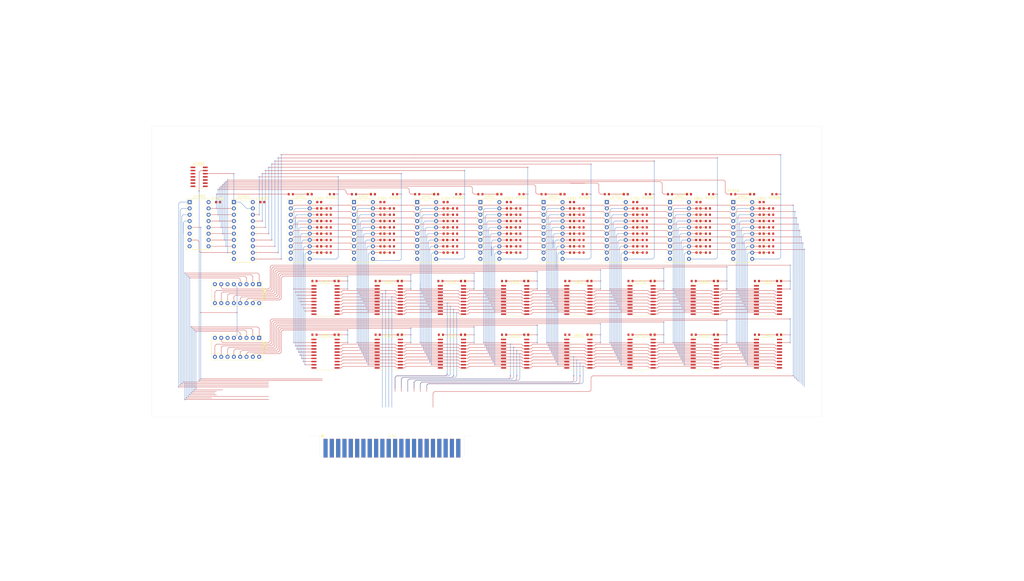
<source format=kicad_pcb>
(kicad_pcb (version 20240108) (generator "pcbnew") (generator_version "8.0")
  (title_block (title "Register File"))
  (layers (0 "F.Cu" signal) (31 "B.Cu" signal) (34 "B.Paste" user) (35 "F.Paste" user) (36 "B.SilkS" user "B.Silkscreen") (37 "F.SilkS" user "F.Silkscreen") (38 "B.Mask" user) (39 "F.Mask" user) (44 "Edge.Cuts" user))
  (net 0 "")
  (net 1 "+5V")
  (net 2 "GND")
  (net 3 "/Register 0/r0")
  (net 4 "Net-(D201-K)")
  (net 5 "Net-(D202-K)")
  (net 6 "/Register 0/r1")
  (net 7 "/Register 0/r2")
  (net 8 "Net-(D203-K)")
  (net 9 "/Register 0/r3")
  (net 10 "Net-(D204-K)")
  (net 11 "Net-(D205-K)")
  (net 12 "/Register 0/r4")
  (net 13 "Net-(D206-K)")
  (net 14 "/Register 0/r5")
  (net 15 "/Register 0/r6")
  (net 16 "Net-(D207-K)")
  (net 17 "Net-(D208-K)")
  (net 18 "/Register 0/r7")
  (net 19 "/Selectors/~{AS}0")
  (net 20 "Net-(D209-A)")
  (net 21 "Net-(D211-A)")
  (net 22 "/Selectors/~{BS}0")
  (net 23 "Net-(D301-K)")
  (net 24 "/Register 1/r0")
  (net 25 "Net-(D302-K)")
  (net 26 "/Register 1/r1")
  (net 27 "/Register 1/r2")
  (net 28 "Net-(D303-K)")
  (net 29 "Net-(D304-K)")
  (net 30 "/Register 1/r3")
  (net 31 "/Register 1/r4")
  (net 32 "Net-(D305-K)")
  (net 33 "Net-(D306-K)")
  (net 34 "/Register 1/r5")
  (net 35 "/Register 1/r6")
  (net 36 "Net-(D307-K)")
  (net 37 "/Register 1/r7")
  (net 38 "Net-(D308-K)")
  (net 39 "Net-(D309-A)")
  (net 40 "Net-(D310-A)")
  (net 41 "/Register 2/r0")
  (net 42 "Net-(D401-K)")
  (net 43 "/Register 2/r1")
  (net 44 "Net-(D402-K)")
  (net 45 "Net-(D403-K)")
  (net 46 "/Register 2/r2")
  (net 47 "Net-(D404-K)")
  (net 48 "/Register 2/r3")
  (net 49 "Net-(D405-K)")
  (net 50 "/Register 2/r4")
  (net 51 "Net-(D406-K)")
  (net 52 "/Register 2/r5")
  (net 53 "Net-(D407-K)")
  (net 54 "/Register 2/r6")
  (net 55 "/Register 2/r7")
  (net 56 "Net-(D408-K)")
  (net 57 "Net-(D409-A)")
  (net 58 "Net-(D410-A)")
  (net 59 "Net-(D501-K)")
  (net 60 "/Register 3/r0")
  (net 61 "Net-(D502-K)")
  (net 62 "/Register 3/r1")
  (net 63 "Net-(D503-K)")
  (net 64 "/Register 3/r2")
  (net 65 "/Register 3/r3")
  (net 66 "Net-(D504-K)")
  (net 67 "/Register 3/r4")
  (net 68 "Net-(D505-K)")
  (net 69 "Net-(D506-K)")
  (net 70 "/Register 3/r5")
  (net 71 "Net-(D507-K)")
  (net 72 "/Register 3/r6")
  (net 73 "Net-(D508-K)")
  (net 74 "/Register 3/r7")
  (net 75 "Net-(D509-A)")
  (net 76 "Net-(D510-A)")
  (net 77 "/Register 4/r0")
  (net 78 "Net-(D601-K)")
  (net 79 "/Register 4/r1")
  (net 80 "Net-(D602-K)")
  (net 81 "Net-(D603-K)")
  (net 82 "/Register 4/r2")
  (net 83 "/Register 4/r3")
  (net 84 "Net-(D604-K)")
  (net 85 "/Register 4/r4")
  (net 86 "Net-(D605-K)")
  (net 87 "Net-(D606-K)")
  (net 88 "/Register 4/r5")
  (net 89 "Net-(D607-K)")
  (net 90 "/Register 4/r6")
  (net 91 "/Register 4/r7")
  (net 92 "Net-(D608-K)")
  (net 93 "Net-(D609-A)")
  (net 94 "Net-(D610-A)")
  (net 95 "Net-(D701-K)")
  (net 96 "/Register 5/r0")
  (net 97 "/Register 5/r1")
  (net 98 "Net-(D702-K)")
  (net 99 "/Register 5/r2")
  (net 100 "Net-(D703-K)")
  (net 101 "Net-(D704-K)")
  (net 102 "/Register 5/r3")
  (net 103 "/Register 5/r4")
  (net 104 "Net-(D705-K)")
  (net 105 "/Register 5/r5")
  (net 106 "Net-(D706-K)")
  (net 107 "/Register 5/r6")
  (net 108 "Net-(D707-K)")
  (net 109 "/Register 5/r7")
  (net 110 "Net-(D708-K)")
  (net 111 "Net-(D709-A)")
  (net 112 "Net-(D710-A)")
  (net 113 "/Register 6/r0")
  (net 114 "Net-(D801-K)")
  (net 115 "Net-(D802-K)")
  (net 116 "/Register 6/r1")
  (net 117 "Net-(D803-K)")
  (net 118 "/Register 6/r2")
  (net 119 "Net-(D804-K)")
  (net 120 "/Register 6/r3")
  (net 121 "Net-(D805-K)")
  (net 122 "/Register 6/r4")
  (net 123 "/Register 6/r5")
  (net 124 "Net-(D806-K)")
  (net 125 "/Register 6/r6")
  (net 126 "Net-(D807-K)")
  (net 127 "/Register 6/r7")
  (net 128 "Net-(D808-K)")
  (net 129 "Net-(D809-A)")
  (net 130 "Net-(D810-A)")
  (net 131 "/Register 7/r0")
  (net 132 "Net-(D901-K)")
  (net 133 "/Register 7/r1")
  (net 134 "Net-(D902-K)")
  (net 135 "Net-(D903-K)")
  (net 136 "/Register 7/r2")
  (net 137 "Net-(D904-K)")
  (net 138 "/Register 7/r3")
  (net 139 "/Register 7/r4")
  (net 140 "Net-(D905-K)")
  (net 141 "Net-(D906-K)")
  (net 142 "/Register 7/r5")
  (net 143 "Net-(D907-K)")
  (net 144 "/Register 7/r6")
  (net 145 "Net-(D908-K)")
  (net 146 "/Register 7/r7")
  (net 147 "Net-(D909-A)")
  (net 148 "Net-(D910-A)")
  (net 149 "Net-(D1001-K)")
  (net 150 "Net-(D1002-K)")
  (net 151 "Net-(D1003-K)")
  (net 152 "Net-(D1004-K)")
  (net 153 "Net-(D1005-K)")
  (net 154 "Net-(D1006-K)")
  (net 155 "Net-(D1007-K)")
  (net 156 "Net-(D1008-K)")
  (net 157 "/Selectors/CW0")
  (net 158 "/Selectors/CW1")
  (net 159 "/Selectors/CW2")
  (net 160 "/Selectors/CW3")
  (net 161 "/Selectors/CW4")
  (net 162 "/Selectors/CW5")
  (net 163 "/Selectors/CW6")
  (net 164 "/Selectors/CW7")
  (net 165 "/Selectors/W0")
  (net 166 "/Selectors/W1")
  (net 167 "/Selectors/W2")
  (net 168 "/Selectors/W3")
  (net 169 "/Selectors/W4")
  (net 170 "/Selectors/W5")
  (net 171 "/Selectors/W6")
  (net 172 "/Selectors/W7")
  (net 173 "/Register 0/C2")
  (net 174 "/Register 0/C6")
  (net 175 "/Register 0/C7")
  (net 176 "/Register 0/C4")
  (net 177 "/Register 0/C3")
  (net 178 "/Register 0/C1")
  (net 179 "/Register 0/C0")
  (net 180 "/Register 0/C5")
  (net 181 "/Register 0/A7")
  (net 182 "/Register 0/A3")
  (net 183 "/Register 0/A0")
  (net 184 "/Register 0/A6")
  (net 185 "/Register 0/A4")
  (net 186 "/Register 0/A2")
  (net 187 "/Register 0/A1")
  (net 188 "/Register 0/A5")
  (net 189 "/Register 0/B1")
  (net 190 "/Register 0/B2")
  (net 191 "/Register 0/B6")
  (net 192 "/Register 0/B3")
  (net 193 "/Register 0/B5")
  (net 194 "/Register 0/B7")
  (net 195 "/Register 0/B4")
  (net 196 "/Register 0/B0")
  (net 197 "/Selectors/~{AS}7")
  (net 198 "/Selectors/~{AS}6")
  (net 199 "/Selectors/~{AS}5")
  (net 200 "/Selectors/~{AS}1")
  (net 201 "/Selectors/~{AS}2")
  (net 202 "/Selectors/~{AS}3")
  (net 203 "/Selectors/~{AS}4")
  (net 204 "/Selectors/~{BS}7")
  (net 205 "/Selectors/~{BS}2")
  (net 206 "/Selectors/~{BS}5")
  (net 207 "/Selectors/~{BS}3")
  (net 208 "/Selectors/~{BS}6")
  (net 209 "/Selectors/~{BS}1")
  (net 210 "/Selectors/~{BS}4")
  (net 211 "/Selectors/~{Active}")
  (net 217 "Net-(U1004-G1)")
  (net 219 "/Selectors/CLK")
  (net 222 "/R_{A}2")
  (net 223 "/R_{A}0")
  (net 224 "/R_{A}3")
  (net 225 "/R_{A}1")
  (net 226 "/R_{C}3")
  (net 227 "/R_{C}0")
  (net 228 "/R_{C}2")
  (net 229 "/R_{C}1")
  (net 230 "/R_{B}0")
  (net 231 "/R_{B}2")
  (net 232 "/R_{B}3")
  (net 233 "/R_{B}1")
  (footprint "Capacitor_SMD:C_0603_1608Metric" (layer "F.Cu") (at 290.83 50.8)
    (property "Reference" "C901")
    (property "Value" "100n")
  )
  (footprint "LED_SMD:LED_0603_1608Metric" (layer "F.Cu") (at 113.03 71.12 180)
    (property "Reference" "D208" (hide yes))
    (property "Value" "WHITE")
  )
  (footprint "Resistor_SMD:R_0603_1608Metric" (layer "F.Cu") (at 167.64 53.34 180)
    (property "Reference" "R401" (hide yes))
    (property "Value" "4k7")
  )
  (footprint "Resistor_SMD:R_0603_1608Metric" (layer "F.Cu") (at 142.24 66.04 180)
    (property "Reference" "R306" (hide yes))
    (property "Value" "4k7")
  )
  (footprint "Resistor_SMD:R_0603_1608Metric" (layer "F.Cu") (at 269.24 60.96 180)
    (property "Reference" "R804" (hide yes))
    (property "Value" "4k7")
  )
  (footprint "LED_SMD:LED_0603_1608Metric" (layer "F.Cu") (at 138.43 60.96 180)
    (property "Reference" "D304" (hide yes))
    (property "Value" "WHITE")
  )
  (footprint "LED_SMD:LED_0603_1608Metric" (layer "F.Cu") (at 265.43 53.34 180)
    (property "Reference" "D801" (hide yes))
    (property "Value" "WHITE")
  )
  (footprint "Resistor_SMD:R_0603_1608Metric" (layer "F.Cu") (at 142.24 68.58 180)
    (property "Reference" "R307" (hide yes))
    (property "Value" "4k7")
  )
  (footprint "Resistor_SMD:R_0603_1608Metric" (layer "F.Cu") (at 294.64 66.04 180)
    (property "Reference" "R906" (hide yes))
    (property "Value" "4k7")
  )
  (footprint "LED_SMD:LED_0603_1608Metric" (layer "F.Cu") (at 170.815 104.14 180)
    (property "Reference" "D410" (hide yes))
    (property "Value" "Blue")
  )
  (footprint "Package_SO:SOIC-20W_7.5x12.8mm_P1.27mm" (layer "F.Cu") (at 293.37 111.76)
    (property "Reference" "U903")
    (property "Value" "74HC245")
  )
  (footprint "Resistor_SMD:R_0603_1608Metric" (layer "F.Cu") (at 116.84 55.88 180)
    (property "Reference" "R202" (hide yes))
    (property "Value" "4k7")
  )
  (footprint "Resistor_SMD:R_0603_1608Metric" (layer "F.Cu") (at 167.64 58.42 180)
    (property "Reference" "R403" (hide yes))
    (property "Value" "4k7")
  )
  (footprint "Capacitor_SMD:C_0603_1608Metric" (layer "F.Cu") (at 163.83 50.8)
    (property "Reference" "C401")
    (property "Value" "100n")
  )
  (footprint "Capacitor_SMD:C_0603_1608Metric" (layer "F.Cu") (at 189.23 50.8)
    (property "Reference" "C501")
    (property "Value" "100n")
  )
  (footprint "Capacitor_SMD:C_0603_1608Metric" (layer "F.Cu") (at 113.03 50.8)
    (property "Reference" "C201")
    (property "Value" "100n")
  )
  (footprint "LED_SMD:LED_0603_1608Metric" (layer "F.Cu") (at 290.83 63.5 180)
    (property "Reference" "D905" (hide yes))
    (property "Value" "WHITE")
  )
  (footprint "Resistor_SMD:R_0603_1608Metric" (layer "F.Cu") (at 193.04 55.88 180)
    (property "Reference" "R502" (hide yes))
    (property "Value" "4k7")
  )
  (footprint "Resistor_SMD:R_0603_1608Metric" (layer "F.Cu") (at 238.125 82.55 180)
    (property "Reference" "R709" (hide yes))
    (property "Value" "4k7")
  )
  (footprint "Resistor_SMD:R_0603_1608Metric" (layer "F.Cu") (at 269.24 53.34 180)
    (property "Reference" "R801" (hide yes))
    (property "Value" "4k7")
  )
  (footprint "LED_SMD:LED_0603_1608Metric" (layer "F.Cu") (at 185.42 47.625)
    (property "Reference" "D1004" (hide yes))
    (property "Value" "Blue")
  )
  (footprint "Resistor_SMD:R_0603_1608Metric" (layer "F.Cu") (at 269.24 71.12 180)
    (property "Reference" "R808" (hide yes))
    (property "Value" "4k7")
  )
  (footprint "LED_SMD:LED_0603_1608Metric" (layer "F.Cu") (at 138.43 55.88 180)
    (property "Reference" "D302" (hide yes))
    (property "Value" "WHITE")
  )
  (footprint "LED_SMD:LED_0603_1608Metric" (layer "F.Cu") (at 221.615 104.14 180)
    (property "Reference" "D610" (hide yes))
    (property "Value" "Blue")
  )
  (footprint "Resistor_SMD:R_0603_1608Metric" (layer "F.Cu") (at 218.44 53.34 180)
    (property "Reference" "R601" (hide yes))
    (property "Value" "4k7")
  )
  (footprint "Resistor_SMD:R_0603_1608Metric" (layer "F.Cu") (at 218.44 58.42 180)
    (property "Reference" "R603" (hide yes))
    (property "Value" "4k7")
  )
  (footprint "Resistor_SMD:R_0603_1608Metric" (layer "F.Cu") (at 116.84 66.04 180)
    (property "Reference" "R206" (hide yes))
    (property "Value" "4k7")
  )
  (footprint "Resistor_SMD:R_0603_1608Metric" (layer "F.Cu") (at 218.44 71.12 180)
    (property "Reference" "R608" (hide yes))
    (property "Value" "4k7")
  )
  (footprint "Package_DIP:DIP-16_W7.62mm_Socket" (layer "F.Cu") (at 60.96 50.8)
    (property "Reference" "U1003")
    (property "Value" "74HC138")
  )
  (footprint "LED_SMD:LED_0603_1608Metric" (layer "F.Cu") (at 214.63 60.96 180)
    (property "Reference" "D604" (hide yes))
    (property "Value" "WHITE")
  )
  (footprint "Resistor_SMD:R_0603_1608Metric" (layer "F.Cu") (at 161.735 82.55 180)
    (property "Reference" "R409" (hide yes))
    (property "Value" "4k7")
  )
  (footprint "LED_SMD:LED_0603_1608Metric" (layer "F.Cu") (at 138.43 66.04 180)
    (property "Reference" "D306" (hide yes))
    (property "Value" "WHITE")
  )
  (footprint "Resistor_SMD:R_0603_1608Metric" (layer "F.Cu") (at 243.84 55.88 180)
    (property "Reference" "R702" (hide yes))
    (property "Value" "4k7")
  )
  (footprint "LED_SMD:LED_0603_1608Metric" (layer "F.Cu") (at 297.815 82.55 180)
    (property "Reference" "D909" (hide yes))
    (property "Value" "Blue")
  )
  (footprint "Resistor_SMD:R_0603_1608Metric" (layer "F.Cu") (at 167.64 63.5 180)
    (property "Reference" "R405" (hide yes))
    (property "Value" "4k7")
  )
  (footprint "LED_SMD:LED_0603_1608Metric" (layer "F.Cu") (at 240.03 66.04 180)
    (property "Reference" "D706" (hide yes))
    (property "Value" "WHITE")
  )
  (footprint "Resistor_SMD:R_0603_1608Metric" (layer "F.Cu") (at 243.84 53.34 180)
    (property "Reference" "R701" (hide yes))
    (property "Value" "4k7")
  )
  (footprint "LED_SMD:LED_0603_1608Metric" (layer "F.Cu") (at 163.83 58.42 180)
    (property "Reference" "D403" (hide yes))
    (property "Value" "WHITE")
  )
  (footprint "Resistor_SMD:R_0603_1608Metric" (layer "F.Cu") (at 270.51 47.625 180)
    (property "Reference" "R1007")
    (property "Value" "220k")
  )
  (footprint "Resistor_SMD:R_0603_1608Metric" (layer "F.Cu") (at 152.4 47.625)
    (property "Reference" "R1011" (hide yes))
    (property "Value" "4k7")
  )
  (footprint "LED_SMD:LED_0603_1608Metric" (layer "F.Cu") (at 272.415 82.55 180)
    (property "Reference" "D809" (hide yes))
    (property "Value" "Blue")
  )
  (footprint "LED_SMD:LED_0603_1608Metric" (layer "F.Cu") (at 287.02 47.625)
    (property "Reference" "D1008" (hide yes))
    (property "Value" "Blue")
  )
  (footprint "Resistor_SMD:R_0603_1608Metric" (layer "F.Cu") (at 203.2 47.625)
    (property "Reference" "R1013" (hide yes))
    (property "Value" "4k7")
  )
  (footprint "Package_SO:SOIC-20W_7.5x12.8mm_P1.27mm" (layer "F.Cu") (at 115.57 90.17)
    (property "Reference" "U202")
    (property "Value" "74HC245")
  )
  (footprint "LED_SMD:LED_0603_1608Metric" (layer "F.Cu") (at 265.43 71.12 180)
    (property "Reference" "D808" (hide yes))
    (property "Value" "WHITE")
  )
  (footprint "Package_SO:SOIC-20W_7.5x12.8mm_P1.27mm" (layer "F.Cu") (at 166.37 90.17)
    (property "Reference" "U402")
    (property "Value" "74HC245")
  )
  (footprint "LED_SMD:LED_0603_1608Metric" (layer "F.Cu") (at 240.03 60.96 180)
    (property "Reference" "D704" (hide yes))
    (property "Value" "WHITE")
  )
  (footprint "Resistor_SMD:R_0603_1608Metric" (layer "F.Cu") (at 193.04 63.5 180)
    (property "Reference" "R505" (hide yes))
    (property "Value" "4k7")
  )
  (footprint "LED_SMD:LED_0603_1608Metric" (layer "F.Cu") (at 214.63 53.34 180)
    (property "Reference" "D601" (hide yes))
    (property "Value" "WHITE")
  )
  (footprint "LED_SMD:LED_0603_1608Metric" (layer "F.Cu") (at 214.63 55.88 180)
    (property "Reference" "D602" (hide yes))
    (property "Value" "WHITE")
  )
  (footprint "LED_SMD:LED_0603_1608Metric" (layer "F.Cu") (at 163.83 53.34 180)
    (property "Reference" "D401" (hide yes))
    (property "Value" "WHITE")
  )
  (footprint "Package_DIP:DIP-20_W7.62mm_Socket" (layer "F.Cu") (at 152.4 50.8)
    (property "Reference" "U401")
    (property "Value" "74HCT574")
  )
  (footprint "LED_SMD:LED_0603_1608Metric" (layer "F.Cu") (at 163.83 55.88 180)
    (property "Reference" "D402" (hide yes))
    (property "Value" "WHITE")
  )
  (footprint "LED_SMD:LED_0603_1608Metric" (layer "F.Cu") (at 290.83 53.34 180)
    (property "Reference" "D901" (hide yes))
    (property "Value" "WHITE")
  )
  (footprint "Resistor_SMD:R_0603_1608Metric" (layer "F.Cu") (at 269.24 63.5 180)
    (property "Reference" "R805" (hide yes))
    (property "Value" "4k7")
  )
  (footprint "Capacitor_SMD:C_0603_1608Metric" (layer "F.Cu") (at 214.63 50.8)
    (property "Reference" "C601")
    (property "Value" "100n")
  )
  (footprint "LED_SMD:LED_0603_1608Metric" (layer "F.Cu") (at 290.83 58.42 180)
    (property "Reference" "D903" (hide yes))
    (property "Value" "WHITE")
  )
  (footprint "Resistor_SMD:R_0603_1608Metric" (layer "F.Cu") (at 116.84 53.34 180)
    (property "Reference" "R201" (hide yes))
    (property "Value" "4k7")
  )
  (footprint "Package_SO:SOIC-20W_7.5x12.8mm_P1.27mm" (layer "F.Cu") (at 191.77 111.76)
    (property "Reference" "U503")
    (property "Value" "74HC245")
  )
  (footprint "Resistor_SMD:R_0603_1608Metric" (layer "F.Cu") (at 101.6 47.625)
    (property "Reference" "R1009" (hide yes))
    (property "Value" "4k7")
  )
  (footprint "Package_SO:SOIC-20W_7.5x12.8mm_P1.27mm" (layer "F.Cu") (at 267.97 111.76)
    (property "Reference" "U803")
    (property "Value" "74HC245")
  )
  (footprint "Resistor_SMD:R_0603_1608Metric" (layer "F.Cu") (at 167.64 60.96 180)
    (property "Reference" "R404" (hide yes))
    (property "Value" "4k7")
  )
  (footprint "LED_SMD:LED_0603_1608Metric" (layer "F.Cu") (at 113.03 63.5 180)
    (property "Reference" "D205" (hide yes))
    (property "Value" "WHITE")
  )
  (footprint "LED_SMD:LED_0603_1608Metric" (layer "F.Cu") (at 163.6775 66.04 180)
    (property "Reference" "D406" (hide yes))
    (property "Value" "WHITE")
  )
  (footprint "Resistor_SMD:R_0603_1608Metric" (layer "F.Cu") (at 219.71 47.625 180)
    (property "Reference" "R1005")
    (property "Value" "220k")
  )
  (footprint "LED_SMD:LED_0603_1608Metric" (layer "F.Cu") (at 265.2775 66.04 180)
    (property "Reference" "D806" (hide yes))
    (property "Value" "WHITE")
  )
  (footprint "Resistor_SMD:R_0603_1608Metric" (layer "F.Cu") (at 294.64 53.34 180)
    (property "Reference" "R901" (hide yes))
    (property "Value" "4k7")
  )
  (footprint "LED_SMD:LED_0603_1608Metric" (layer "F.Cu") (at 113.03 53.34 180)
    (property "Reference" "D201" (hide yes))
    (property "Value" "WHITE")
  )
  (footprint "LED_SMD:LED_0603_1608Metric" (layer "F.Cu") (at 240.03 68.58 180)
    (property "Reference" "D707" (hide yes))
    (property "Value" "WHITE")
  )
  (footprint "LED_SMD:LED_0603_1608Metric" (layer "F.Cu") (at 240.03 53.34 180)
    (property "Reference" "D701" (hide yes))
    (property "Value" "WHITE")
  )
  (footprint "LED_SMD:LED_0603_1608Metric" (layer "F.Cu") (at 290.83 68.58 180)
    (property "Reference" "D907" (hide yes))
    (property "Value" "WHITE")
  )
  (footprint "LED_SMD:LED_0603_1608Metric" (layer "F.Cu") (at 138.43 63.5 180)
    (property "Reference" "D305" (hide yes))
    (property "Value" "WHITE")
  )
  (footprint "LED_SMD:LED_0603_1608Metric" (layer "F.Cu") (at 265.43 58.42 180)
    (property "Reference" "D803" (hide yes))
    (property "Value" "WHITE")
  )
  (footprint "LED_SMD:LED_0603_1608Metric" (layer "F.Cu") (at 189.23 53.34 180)
    (property "Reference" "D501" (hide yes))
    (property "Value" "WHITE")
  )
  (footprint "Resistor_SMD:R_0603_1608Metric" (layer "F.Cu") (at 269.24 58.42 180)
    (property "Reference" "R803" (hide yes))
    (property "Value" "4k7")
  )
  (footprint "LED_SMD:LED_0603_1608Metric" (layer "F.Cu") (at 297.815 104.14 180)
    (property "Reference" "D910" (hide yes))
    (property "Value" "Blue")
  )
  (footprint "LED_SMD:LED_0603_1608Metric" (layer "F.Cu") (at 138.43 71.12 180)
    (property "Reference" "D308" (hide yes))
    (property "Value" "WHITE")
  )
  (footprint "Resistor_SMD:R_0603_1608Metric" (layer "F.Cu") (at 118.11 47.625 180)
    (property "Reference" "R1001")
    (property "Value" "220k")
  )
  (footprint "Package_SO:SOIC-20W_7.5x12.8mm_P1.27mm" (layer "F.Cu") (at 217.17 111.76)
    (property "Reference" "U603")
    (property "Value" "74HC245")
  )
  (footprint "LED_SMD:LED_0603_1608Metric" (layer "F.Cu") (at 290.83 71.12 180)
    (property "Reference" "D908" (hide yes))
    (property "Value" "WHITE")
  )
  (footprint "LED_SMD:LED_0603_1608Metric" (layer "F.Cu") (at 290.83 60.96 180)
    (property "Reference" "D904" (hide yes))
    (property "Value" "WHITE")
  )
  (footprint "Capacitor_SMD:C_0603_1608Metric" (layer "F.Cu") (at 72.39 50.8)
    (property "Reference" "C1001")
    (property "Value" "100n")
  )
  (footprint "Resistor_SMD:R_0603_1608Metric" (layer "F.Cu") (at 193.04 53.34 180)
    (property "Reference" "R501" (hide yes))
    (property "Value" "4k7")
  )
  (footprint "Resistor_SMD:R_0603_1608Metric" (layer "F.Cu") (at 187.325 104.14 180)
    (property "Reference" "R510" (hide yes))
    (property "Value" "4k7")
  )
  (footprint "Resistor_SMD:R_0603_1608Metric" (layer "F.Cu") (at 218.44 63.5 180)
    (property "Reference" "R605" (hide yes))
    (property "Value" "4k7")
  )
  (footprint "Resistor_SMD:R_0603_1608Metric" (layer "F.Cu") (at 111.125 104.14 180)
    (property "Reference" "R211" (hide yes))
    (property "Value" "4k7")
  )
  (footprint "Resistor_SMD:R_0603_1608Metric" (layer "F.Cu") (at 127 47.625)
    (property "Reference" "R1010" (hide yes))
    (property "Value" "4k7")
  )
  (footprint "LED_SMD:LED_0603_1608Metric" (layer "F.Cu") (at 189.23 58.42 180)
    (property "Reference" "D503" (hide yes))
    (property "Value" "WHITE")
  )
  (footprint "Resistor_SMD:R_0603_1608Metric" (layer "F.Cu") (at 142.24 63.5 180)
    (property "Reference" "R305" (hide yes))
    (property "Value" "4k7")
  )
  (footprint "LED_SMD:LED_0603_1608Metric" (layer "F.Cu") (at 261.62 47.625)
    (property "Reference" "D1007" (hide yes))
    (property "Value" "Blue")
  )
  (footprint "LED_SMD:LED_0603_1608Metric" (layer "F.Cu") (at 170.815 82.55 180)
    (property "Reference" "D409" (hide yes))
    (property "Value" "Blue")
  )
  (footprint "Package_DIP:DIP-20_W7.62mm_Socket" (layer "F.Cu") (at 101.6 50.8)
    (property "Reference" "U201")
    (property "Value" "74HCT574")
  )
  (footprint "LED_SMD:LED_0603_1608Metric" (layer "F.Cu") (at 265.43 60.96 180)
    (property "Reference" "D804" (hide yes))
    (property "Value" "WHITE")
  )
  (footprint "Resistor_SMD:R_0603_1608Metric" (layer "F.Cu") (at 243.84 71.12 180)
    (property "Reference" "R708" (hide yes))
    (property "Value" "4k7")
  )
  (footprint "Resistor_SMD:R_0603_1608Metric" (layer "F.Cu") (at 294.64 68.58 180)
    (property "Reference" "R907" (hide yes))
    (property "Value" "4k7")
  )
  (footprint "LED_SMD:LED_0603_1608Metric" (layer "F.Cu") (at 113.03 55.88 180)
    (property "Reference" "D202" (hide yes))
    (property "Value" "WHITE")
  )
  (footprint "LED_SMD:LED_0603_1608Metric" (layer "F.Cu") (at 240.03 71.12 180)
    (property "Reference" "D708" (hide yes))
    (property "Value" "WHITE")
  )
  (footprint "Package_DIP:DIP-20_W7.62mm_Socket" (layer "F.Cu") (at 254 50.8)
    (property "Reference" "U801")
    (property "Value" "74HCT574")
  )
  (footprint "Resistor_SMD:R_0603_1608Metric" (layer "F.Cu") (at 243.84 60.96 180)
    (property "Reference" "R704" (hide yes))
    (property "Value" "4k7")
  )
  (footprint "Resistor_SMD:R_0603_1608Metric" (layer "F.Cu") (at 192.85 60.96 180)
    (property "Reference" "R504" (hide yes))
    (property "Value" "4k7")
  )
  (footprint "Resistor_SMD:R_0603_1608Metric" (layer "F.Cu") (at 187.325 82.55 180)
    (property "Reference" "R509" (hide yes))
    (property "Value" "4k7")
  )
  (footprint "Resistor_SMD:R_0603_1608Metric" (layer "F.Cu") (at 295.91 47.625 180)
    (property "Reference" "R1008")
    (property "Value" "220k")
  )
  (footprint "Resistor_SMD:R_0603_1608Metric" (layer "F.Cu") (at 245.11 47.625 180)
    (property "Reference" "R1006")
    (property "Value" "220k")
  )
  (footprint "Resistor_SMD:R_0603_1608Metric" (layer "F.Cu") (at 288.925 82.55 180)
    (property "Reference" "R909" (hide yes))
    (property "Value" "4k7")
  )
  (footprint "Package_DIP:DIP-20_W7.62mm_Socket" (layer "F.Cu") (at 177.8 50.8)
    (property "Reference" "U501")
    (property "Value" "74HCT574")
  )
  (footprint "LED_SMD:LED_0603_1608Metric" (layer "F.Cu") (at 134.62 47.625)
    (property "Reference" "D1002" (hide yes))
    (property "Value" "Blue")
  )
  (footprint "LED_SMD:LED_0603_1608Metric" (layer "F.Cu") (at 189.23 55.88 180)
    (property "Reference" "D502" (hide yes))
    (property "Value" "WHITE")
  )
  (footprint "Resistor_SMD:R_0603_1608Metric" (layer "F.Cu") (at 167.64 71.12 180)
    (property "Reference" "R408" (hide yes))
    (property "Value" "4k7")
  )
  (footprint "Resistor_SMD:R_0603_1608Metric" (layer "F.Cu") (at 228.6 47.625)
    (property "Reference" "R1014" (hide yes))
    (property "Value" "4k7")
  )
  (footprint "LED_SMD:LED_0603_1608Metric" (layer "F.Cu") (at 138.43 58.42 180)
    (property "Reference" "D303" (hide yes))
    (property "Value" "WHITE")
  )
  (footprint "LED_SMD:LED_0603_1608Metric" (layer "F.Cu") (at 210.82 47.625)
    (property "Reference" "D1005" (hide yes))
    (property "Value" "Blue")
  )
  (footprint "Capacitor_SMD:C_0603_1608Metric" (layer "F.Cu") (at 138.43 50.8)
    (property "Reference" "C301")
    (property "Value" "100n")
  )
  (footprint "Resistor_SMD:R_0603_1608Metric" (layer "F.Cu") (at 136.525 82.55 180)
    (property "Reference" "R309" (hide yes))
    (property "Value" "4k7")
  )
  (footprint "Resistor_SMD:R_0603_1608Metric" (layer "F.Cu") (at 263.525 104.14 180)
    (property "Reference" "R810" (hide yes))
    (property "Value" "4k7")
  )
  (footprint "Resistor_SMD:R_0603_1608Metric" (layer "F.Cu") (at 218.44 55.88 180)
    (property "Reference" "R602" (hide yes))
    (property "Value" "4k7")
  )
  (footprint "Resistor_SMD:R_0603_1608Metric" (layer "F.Cu") (at 136.525 104.14 180)
    (property "Reference" "R310" (hide yes))
    (property "Value" "4k7")
  )
  (footprint "Resistor_SMD:R_0603_1608Metric" (layer "F.Cu") (at 218.44 68.58 180)
    (property "Reference" "R607" (hide yes))
    (property "Value" "4k7")
  )
  (footprint "LED_SMD:LED_0603_1608Metric" (layer "F.Cu") (at 138.43 68.58 180)
    (property "Reference" "D307" (hide yes))
    (property "Value" "WHITE")
  )
  (footprint "Package_SO:SOIC-20W_7.5x12.8mm_P1.27mm" (layer "F.Cu") (at 191.77 90.17)
    (property "Reference" "U502")
    (property "Value" "74HC245")
  )
  (footprint "LED_SMD:LED_0603_1608Metric" (layer "F.Cu") (at 214.63 63.5 180)
    (property "Reference" "D605" (hide yes))
    (property "Value" "WHITE")
  )
  (footprint "Resistor_SMD:R_0603_1608Metric" (layer "F.Cu") (at 243.84 63.5 180)
    (property "Reference" "R705" (hide yes))
    (property "Value" "4k7")
  )
  (footprint "LED_SMD:LED_0603_1608Metric" (layer "F.Cu") (at 265.43 63.5 180)
    (property "Reference" "D805" (hide yes))
    (property "Value" "WHITE")
  )
  (footprint "Resistor_SMD:R_0603_1608Metric" (layer "F.Cu") (at 168.91 47.625 180)
    (property "Reference" "R1003")
    (property "Value" "220k")
  )
  (footprint "Package_DIP:DIP-20_W7.62mm_Socket" (layer "F.Cu") (at 127 50.8)
    (property "Reference" "U301")
    (property "Value" "74HCT574")
  )
  (footprint "LED_SMD:LED_0603_1608Metric" (layer "F.Cu") (at 272.415 104.14 180)
    (property "Reference" "D810" (hide yes))
    (property "Value" "Blue")
  )
  (footprint "Resistor_SMD:R_0603_1608Metric" (layer "F.Cu") (at 193.04 71.12 180)
    (property "Reference" "R508" (hide yes))
    (property "Value" "4k7")
  )
  (footprint "Resistor_SMD:R_0603_1608Metric" (layer "F.Cu") (at 167.64 66.04 180)
    (property "Reference" "R406" (hide yes))
    (property "Value" "4k7")
  )
  (footprint "Resistor_SMD:R_0603_1608Metric" (layer "F.Cu") (at 243.84 58.42 180)
    (property "Reference" "R703" (hide yes))
    (property "Value" "4k7")
  )
  (footprint "Resistor_SMD:R_0603_1608Metric" (layer "F.Cu") (at 218.44 66.04 180)
    (property "Reference" "R606" (hide yes))
    (property "Value" "4k7")
  )
  (footprint "LED_SMD:LED_0603_1608Metric" (layer "F.Cu") (at 163.83 60.96 180)
    (property "Reference" "D404" (hide yes))
    (property "Value" "WHITE")
  )
  (footprint "LED_SMD:LED_0603_1608Metric" (layer "F.Cu") (at 265.43 68.58 180)
    (property "Reference" "D807" (hide yes))
    (property "Value" "WHITE")
  )
  (footprint "LED_SMD:LED_0603_1608Metric" (layer "F.Cu") (at 240.03 63.5 180)
    (property "Reference" "D705" (hide yes))
    (property "Value" "WHITE")
  )
  (footprint "Resistor_SMD:R_0603_1608Metric" (layer "F.Cu") (at 116.84 71.12 180)
    (property "Reference" "R208" (hide yes))
    (property "Value" "4k7")
  )
  (footprint "Resistor_SMD:R_0603_1608Metric" (layer "F.Cu") (at 212.725 82.55 180)
    (property "Reference" "R609" (hide yes))
    (property "Value" "4k7")
  )
  (footprint "LED_SMD:LED_0603_1608Metric" (layer "F.Cu") (at 196.215 104.14 180)
    (property "Reference" "D510" (hide yes))
    (property "Value" "Blue")
  )
  (footprint "Resistor_SMD:R_0603_1608Metric" (layer "F.Cu") (at 143.51 47.625 180)
    (property "Reference" "R1002")
    (property "Value" "220k")
  )
  (footprint "Resistor_SMD:R_0603_1608Metric" (layer "F.Cu") (at 111.125 82.55 180)
    (property "Reference" "R209" (hide yes))
    (property "Value" "4k7")
  )
  (footprint "Resistor_SMD:R_0603_1608Metric" (layer "F.Cu") (at 243.84 66.04 180)
    (property "Reference" "R706" (hide yes))
    (property "Value" "4k7")
  )
  (footprint "Capacitor_SMD:C_0603_1608Metric" (layer "F.Cu") (at 265.43 50.8)
    (property "Reference" "C801")
    (property "Value" "100n")
  )
  (footprint "LED_SMD:LED_0603_1608Metric" (layer "F.Cu") (at 290.83 55.88 180)
    (property "Reference" "D902" (hide yes))
    (property "Value" "WHITE")
  )
  (footprint "Resistor_SMD:R_0603_1608Metric" (layer "F.Cu") (at 294.64 55.88 180)
    (property "Reference" "R902" (hide yes))
    (property "Value" "4k7")
  )
  (footprint "Package_SO:SOIC-20W_7.5x12.8mm_P1.27mm" (layer "F.Cu") (at 267.97 90.17)
    (property "Reference" "U802")
    (property "Value" "74HC245")
  )
  (footprint "Resistor_SMD:R_0603_1608Metric" (layer "F.Cu") (at 161.925 104.14 180)
    (property "Reference" "R410" (hide yes))
    (property "Value" "4k7")
  )
  (footprint "LED_SMD:LED_0603_1608Metric" (layer "F.Cu") (at 113.03 60.96 180)
    (property "Reference" "D204" (hide yes))
    (property "Value" "WHITE")
  )
  (footprint "Resistor_SMD:R_0603_1608Metric" (layer "F.Cu") (at 269.24 66.04 180)
    (property "Reference" "R806" (hide yes))
    (property "Value" "4k7")
  )
  (footprint "BoardEdgeConnectors:TE-5530843-4-Edge" (layer "F.Cu") (at 142.24 149.86)
    (property "Reference" "J101")
    (property "Value" "~")
    (fp_line (start -29.0322 -5.08) (end -33.02 -5.08) (stroke (width 0.05)) (layer "Edge.Cuts"))
    (fp_line (start -29.0322 2.7178) (end -29.0322 -5.08) (stroke (width 0.05)) (layer "Edge.Cuts"))
    (fp_line (start -27.94 3.81) (end -29.0322 2.7178) (stroke (width 0.05)) (layer "Edge.Cuts"))
    (fp_line (start -27.94 3.81) (end 27.94 3.81) (stroke (width 0.05)) (layer "Edge.Cuts"))
    (fp_line (start 27.94 3.81) (end 29.0322 2.7178) (stroke (width 0.05)) (layer "Edge.Cuts"))
    (fp_line (start 29.0322 -5.08) (end 29.0322 2.7178) (stroke (width 0.05)) (layer "Edge.Cuts"))
    (fp_line (start 31.75 -5.08) (end 29.0322 -5.08) (stroke (width 0.05)) (layer "Edge.Cuts"))
  )
  (footprint "LED_SMD:LED_0603_1608Metric" (layer "F.Cu") (at 189.23 71.12 180)
    (property "Reference" "D508" (hide yes))
    (property "Value" "WHITE")
  )
  (footprint "Resistor_SMD:R_0603_1608Metric" (layer "F.Cu") (at 142.24 71.12 180)
    (property "Reference" "R308" (hide yes))
    (property "Value" "4k7")
  )
  (footprint "Package_SO:SOIC-20W_7.5x12.8mm_P1.27mm" (layer "F.Cu") (at 242.57 111.76)
    (property "Reference" "U703")
    (property "Value" "74HC245")
  )
  (footprint "Resistor_SMD:R_0603_1608Metric" (layer "F.Cu") (at 269.24 68.58 180)
    (property "Reference" "R807" (hide yes))
    (property "Value" "4k7")
  )
  (footprint "LED_SMD:LED_0603_1608Metric" (layer "F.Cu") (at 163.83 63.5 180)
    (property "Reference" "D405" (hide yes))
    (property "Value" "WHITE")
  )
  (footprint "Capacitor_SMD:C_0603_1608Metric" (layer "F.Cu") (at 90.17 50.8)
    (property "Reference" "C1002")
    (property "Value" "100n")
  )
  (footprint "Resistor_SMD:R_0603_1608Metric" (layer "F.Cu") (at 263.525 82.55 180)
    (property "Reference" "R809" (hide yes))
    (property "Value" "4k7")
  )
  (footprint "Package_DIP:DIP-16_W7.62mm_Socket" (layer "F.Cu") (at 88.9 83.82 -90)
    (property "Reference" "U1005")
    (property "Value" "74HC138")
  )
  (footprint "LED_SMD:LED_0603_1608Metric" (layer "F.Cu") (at 189.23 63.5 180)
    (property "Reference" "D505" (hide yes))
    (property "Value" "WHITE")
  )
  (footprint "Capacitor_SMD:C_0603_1608Metric" (layer "F.Cu") (at 240.03 50.8)
    (property "Reference" "C701")
    (property "Value" "100n")
  )
  (footprint "LED_SMD:LED_0603_1608Metric" (layer "F.Cu") (at 290.83 66.04 180)
    (property "Reference" "D906" (hide yes))
    (property "Value" "WHITE")
  )
  (footprint "Package_SO:SOIC-20W_7.5x12.8mm_P1.27mm" (layer "F.Cu") (at 217.17 90.17)
    (property "Reference" "U602")
    (property "Value" "74HC245")
  )
  (footprint "Resistor_SMD:R_0603_1608Metric" (layer "F.Cu") (at 116.84 63.5 180)
    (property "Reference" "R205" (hide yes))
    (property "Value" "4k7")
  )
  (footprint "Package_DIP:DIP-20_W7.62mm_Socket" (layer "F.Cu") (at 279.4 50.8)
    (property "Reference" "U901")
    (property "Value" "74HCT574")
  )
  (footprint "Package_SO:SOIC-20W_7.5x12.8mm_P1.27mm" (layer "F.Cu") (at 115.57 111.76)
    (property "Reference" "U203")
    (property "Value" "74HC245")
  )
  (footprint "Resistor_SMD:R_0603_1608Metric" (layer "F.Cu") (at 142.24 60.96 180)
    (property "Reference" "R304" (hide yes))
    (property "Value" "4k7")
  )
  (footprint "LED_SMD:LED_0603_1608Metric" (layer "F.Cu") (at 163.83 71.12 180)
    (property "Reference" "D408" (hide yes))
    (property "Value" "WHITE")
  )
  (footprint "LED_SMD:LED_0603_1608Metric" (layer "F.Cu") (at 120.015 104.14 180)
    (property "Reference" "D211" (hide yes))
    (property "Value" "Blue")
  )
  (footprint "LED_SMD:LED_0603_1608Metric" (layer "F.Cu") (at 240.03 58.42 180)
    (property "Reference" "D703" (hide yes))
    (property "Value" "WHITE")
  )
  (footprint "Resistor_SMD:R_0603_1608Metric" (layer "F.Cu") (at 294.64 71.12 180)
    (property "Reference" "R908" (hide yes))
    (property "Value" "4k7")
  )
  (footprint "LED_SMD:LED_0603_1608Metric" (layer "F.Cu") (at 196.215 82.55 180)
    (property "Reference" "D509" (hide yes))
    (property "Value" "Blue")
  )
  (footprint "Package_SO:SOIC-20W_7.5x12.8mm_P1.27mm" (layer "F.Cu") (at 140.97 111.76)
    (property "Reference" "U303")
    (property "Value" "74HC245")
  )
  (footprint "Resistor_SMD:R_0603_1608Metric" (layer "F.Cu") (at 238.125 104.14 180)
    (property "Reference" "R710" (hide yes))
    (property "Value" "4k7")
  )
  (footprint "Package_SO:SOIC-20W_7.5x12.8mm_P1.27mm" (layer "F.Cu") (at 166.37 111.76)
    (property "Reference" "U403")
    (property "Value" "74HC245")
  )
  (footprint "LED_SMD:LED_0603_1608Metric" (layer "F.Cu") (at 113.03 66.04 180)
    (property "Reference" "D206" (hide yes))
    (property "Value" "WHITE")
  )
  (footprint "LED_SMD:LED_0603_1608Metric" (layer "F.Cu") (at 236.22 47.625)
    (property "Reference" "D1006" (hide yes))
    (property "Value" "Blue")
  )
  (footprint "LED_SMD:LED_0603_1608Metric" (layer "F.Cu") (at 138.43 53.34 180)
    (property "Reference" "D301" (hide yes))
    (property "Value" "WHITE")
  )
  (footprint "Resistor_SMD:R_0603_1608Metric" (layer "F.Cu") (at 218.44 60.96 180)
    (property "Reference" "R604" (hide yes))
    (property "Value" "4k7")
  )
  (footprint "LED_SMD:LED_0603_1608Metric" (layer "F.Cu") (at 189.23 66.04 180)
    (property "Reference" "D506" (hide yes))
    (property "Value" "WHITE")
  )
  (footprint "Resistor_SMD:R_0603_1608Metric" (layer "F.Cu") (at 116.84 58.42 180)
    (property "Reference" "R203" (hide yes))
    (property "Value" "4k7")
  )
  (footprint "Package_DIP:DIP-20_W7.62mm_Socket" (layer "F.Cu") (at 203.2 50.8)
    (property "Reference" "U601")
    (property "Value" "74HCT574")
  )
  (footprint "LED_SMD:LED_0603_1608Metric" (layer "F.Cu") (at 113.03 58.42 180)
    (property "Reference" "D203" (hide yes))
    (property "Value" "WHITE")
  )
  (footprint "LED_SMD:LED_0603_1608Metric" (layer "F.Cu") (at 189.23 60.96 180)
    (property "Reference" "D504" (hide yes))
    (property "Value" "WHITE")
  )
  (footprint "LED_SMD:LED_0603_1608Metric" (layer "F.Cu") (at 247.015 104.14 180)
    (property "Reference" "D710" (hide yes))
    (property "Value" "Blue")
  )
  (footprint "Resistor_SMD:R_0603_1608Metric" (layer "F.Cu") (at 193.04 68.58 180)
    (property "Reference" "R507" (hide yes))
    (property "Value" "4k7")
  )
  (footprint "LED_SMD:LED_0603_1608Metric" (layer "F.Cu") (at 120.015 82.55 180)
    (property "Reference" "D209" (hide yes))
    (property "Value" "Blue")
  )
  (footprint "Resistor_SMD:R_0603_1608Metric" (layer "F.Cu") (at 193.04 58.42 180)
    (property "Reference" "R503" (hide yes))
    (property "Value" "4k7")
  )
  (footprint "Resistor_SMD:R_0603_1608Metric" (layer "F.Cu") (at 254 47.625)
    (property "Reference" "R1015" (hide yes))
    (property "Value" "4k7")
  )
  (footprint "LED_SMD:LED_0603_1608Metric" (layer "F.Cu") (at 109.22 47.625)
    (property "Reference" "D1001" (hide yes))
    (property "Value" "Blue")
  )
  (footprint "Resistor_SMD:R_0603_1608Metric" (layer "F.Cu") (at 294.64 60.96 180)
    (property "Reference" "R904" (hide yes))
    (property "Value" "4k7")
  )
  (footprint "Package_DIP:DIP-20_W7.62mm_Socket" (layer "F.Cu") (at 228.6 50.8)
    (property "Reference" "U701")
    (property "Value" "74HCT574")
  )
  (footprint "LED_SMD:LED_0603_1608Metric" (layer "F.Cu") (at 240.03 55.88 180)
    (property "Reference" "D702" (hide yes))
    (property "Value" "WHITE")
  )
  (footprint "LED_SMD:LED_0603_1608Metric" (layer "F.Cu") (at 145.415 82.55 180)
    (property "Reference" "D309" (hide yes))
    (property "Value" "Blue")
  )
  (footprint "LED_SMD:LED_0603_1608Metric" (layer "F.Cu") (at 221.615 82.55 180)
    (property "Reference" "D609" (hide yes))
    (property "Value" "Blue")
  )
  (footprint "LED_SMD:LED_0603_1608Metric" (layer "F.Cu") (at 247.015 82.55 180)
    (property "Reference" "D709" (hide yes))
    (property "Value" "Blue")
  )
  (footprint "Resistor_SMD:R_0603_1608Metric" (layer "F.Cu") (at 288.925 104.14 180)
    (property "Reference" "R910" (hide yes))
    (property "Value" "4k7")
  )
  (footprint "Resistor_SMD:R_0603_1608Metric" (layer "F.Cu") (at 294.64 63.5 180)
    (property "Reference" "R905" (hide yes))
    (property "Value" "4k7")
  )
  (footprint "LED_SMD:LED_0603_1608Metric" (layer "F.Cu") (at 214.63 68.58 180)
    (property "Reference" "D607" (hide yes))
    (property "Value" "WHITE")
  )
  (footprint "LED_SMD:LED_0603_1608Metric" (layer "F.Cu") (at 145.415 104.14 180)
    (property "Reference" "D310" (hide yes))
    (property "Value" "Blue")
  )
  (footprint "LED_SMD:LED_0603_1608Metric" (layer "F.Cu") (at 163.6775 68.58 180)
    (property "Reference" "D407" (hide yes))
    (property "Value" "WHITE")
  )
  (footprint "Resistor_SMD:R_0603_1608Metric" (layer "F.Cu") (at 116.84 60.96 180)
    (property "Reference" "R204" (hide yes))
    (property "Value" "4k7")
  )
  (footprint "LED_SMD:LED_0603_1608Metric" (layer "F.Cu") (at 214.63 66.04 180)
    (property "Reference" "D606" (hide yes))
    (property "Value" "WHITE")
  )
  (footprint "Resistor_SMD:R_0603_1608Metric" (layer "F.Cu") (at 142.24 55.88 180)
    (property "Reference" "R302" (hide yes))
    (property "Value" "4k7")
  )
  (footprint "Package_SO:SOIC-20W_7.5x12.8mm_P1.27mm" (layer "F.Cu") (at 242.57 90.17)
    (property "Reference" "U702")
    (property "Value" "74HC245")
  )
  (footprint "Package_SO:SOIC-20W_7.5x12.8mm_P1.27mm" (layer "F.Cu") (at 293.37 90.17)
    (property "Reference" "U902")
    (property "Value" "74HC245")
  )
  (footprint "Resistor_SMD:R_0603_1608Metric" (layer "F.Cu") (at 177.8 47.625)
    (property "Reference" "R1012" (hide yes))
    (property "Value" "4k7")
  )
  (footprint "Resistor_SMD:R_0603_1608Metric" (layer "F.Cu") (at 294.64 58.42 180)
    (property "Reference" "R903" (hide yes))
    (property "Value" "4k7")
  )
  (footprint "Resistor_SMD:R_0603_1608Metric" (layer "F.Cu") (at 194.31 47.625 180)
    (property "Reference" "R1004")
    (property "Value" "220k")
  )
  (footprint "Resistor_SMD:R_0603_1608Metric" (layer "F.Cu") (at 167.64 68.58 180)
    (property "Reference" "R407" (hide yes))
    (property "Value" "4k7")
  )
  (footprint "LED_SMD:LED_0603_1608Metric" (layer "F.Cu") (at 113.03 68.58 180)
    (property "Reference" "D207" (hide yes))
    (property "Value" "WHITE")
  )
  (footprint "Resistor_SMD:R_0603_1608Metric" (layer "F.Cu") (at 116.84 68.58 180)
    (property "Reference" "R207" (hide yes))
    (property "Value" "4k7")
  )
  (footprint "Package_DIP:DIP-20_W7.62mm_Socket" (layer "F.Cu") (at 78.74 50.8)
    (property "Reference" "U1004")
    (property "Value" "74HC540")
  )
  (footprint "LED_SMD:LED_0603_1608Metric" (layer "F.Cu") (at 265.43 55.88 180)
    (property "Reference" "D802" (hide yes))
    (property "Value" "WHITE")
  )
  (footprint "Resistor_SMD:R_0603_1608Metric" (layer "F.Cu") (at 243.84 68.58 180)
    (property "Reference" "R707" (hide yes))
    (property "Value" "4k7")
  )
  (footprint "Resistor_SMD:R_0603_1608Metric" (layer "F.Cu") (at 142.24 53.34 180)
    (property "Reference" "R301" (hide yes))
    (property "Value" "4k7")
  )
  (footprint "LED_SMD:LED_0603_1608Metric" (layer "F.Cu") (at 189.23 68.58 180)
    (property "Reference" "D507" (hide yes))
    (property "Value" "WHITE")
  )
  (footprint "Resistor_SMD:R_0603_1608Metric" (layer "F.Cu") (at 212.725 104.14 180)
    (property "Reference" "R610" (hide yes))
    (property "Value" "4k7")
  )
  (footprint "Resistor_SMD:R_0603_1608Metric" (layer "F.Cu") (at 167.64 55.88 180)
    (property "Reference" "R402" (hide yes))
    (property "Value" "4k7")
  )
  (footprint "Resistor_SMD:R_0603_1608Metric" (layer "F.Cu") (at 279.4 47.625)
    (property "Reference" "R1016")
    (property "Value" "4k7")
  )
  (footprint "LED_SMD:LED_0603_1608Metric" (layer "F.Cu") (at 214.63 58.42 180)
    (property "Reference" "D603" (hide yes))
    (property "Value" "WHITE")
  )
  (footprint "Resistor_SMD:R_0603_1608Metric" (layer "F.Cu") (at 142.24 58.42 180)
    (property "Reference" "R303" (hide yes))
    (property "Value" "4k7")
  )
  (footprint "Package_SO:SOIC-14_3.9x8.7mm_P1.27mm" (layer "F.Cu") (at 64.77 40.64)
    (property "Reference" "U1001")
    (property "Value" "74HC14")
  )
  (footprint "Package_DIP:DIP-16_W7.62mm_Socket" (layer "F.Cu") (at 88.9 105.41 -90)
    (property "Reference" "U1006")
    (property "Value" "74HC138")
  )
  (footprint "Resistor_SMD:R_0603_1608Metric" (layer "F.Cu") (at 269.24 55.88 180)
    (property "Reference" "R802" (hide yes))
    (property "Value" "4k7")
  )
  (footprint "Package_SO:SOIC-20W_7.5x12.8mm_P1.27mm" (layer "F.Cu") (at 140.97 90.17)
    (property "Reference" "U302")
    (property "Value" "74HC245")
  )
  (footprint "LED_SMD:LED_0603_1608Metric" (layer "F.Cu") (at 160.02 47.625)
    (property "Reference" "D1003" (hide yes))
    (property "Value" "Blue")
  )
  (footprint "Resistor_SMD:R_0603_1608Metric" (layer "F.Cu") (at 193.04 66.04 180)
    (property "Reference" "R506" (hide yes))
    (property "Value" "4k7")
  )
  (footprint "LED_SMD:LED_0603_1608Metric" (layer "F.Cu") (at 214.63 71.12 180)
    (property "Reference" "D608" (hide yes))
    (property "Value" "WHITE")
  )
  (gr_rect (start 45.72 20.32) (end 314.96 137.16) (stroke (width 0.05)) (fill none) (layer "Edge.Cuts"))
  (segment (start 109.22 53.34) (end 112.2425 53.34) (width 0.127) (layer "F.Cu") (net 3))
  (segment (start 102.87 107.315) (end 110.92 107.315) (width 0.127) (layer "F.Cu") (net 3))
  (segment (start 102.87 85.725) (end 110.92 85.725) (width 0.127) (layer "F.Cu") (net 3))
  (via (at 102.87 107.315) (size 0.45) (drill 0.3) (layers "F.Cu" "B.Cu") (net 3))
  (via (at 102.87 85.725) (size 0.45) (drill 0.3) (layers "F.Cu" "B.Cu") (net 3))
  (segment (start 103.505 53.34) (end 102.87 53.975) (width 0.127) (layer "B.Cu") (net 3))
  (segment (start 102.87 56.515) (end 102.87 85.725) (width 0.127) (layer "B.Cu") (net 3))
  (segment (start 102.87 85.725) (end 102.87 107.315) (width 0.127) (layer "B.Cu") (net 3))
  (segment (start 109.22 53.34) (end 103.505 53.34) (width 0.127) (layer "B.Cu") (net 3))
  (segment (start 102.87 53.975) (end 102.87 56.515) (width 0.127) (layer "B.Cu") (net 3))
  (segment (start 113.8175 53.34) (end 116.015 53.34) (width 0.127) (layer "F.Cu") (net 4))
  (segment (start 113.8175 55.88) (end 116.015 55.88) (width 0.127) (layer "F.Cu") (net 5))
  (segment (start 103.505 108.585) (end 110.92 108.585) (width 0.127) (layer "F.Cu") (net 6))
  (segment (start 109.22 55.88) (end 112.2425 55.88) (width 0.127) (layer "F.Cu") (net 6))
  (segment (start 103.505 86.995) (end 110.92 86.995) (width 0.127) (layer "F.Cu") (net 6))
  (via (at 103.505 108.585) (size 0.45) (drill 0.3) (layers "F.Cu" "B.Cu") (net 6))
  (via (at 103.505 86.995) (size 0.45) (drill 0.3) (layers "F.Cu" "B.Cu") (net 6))
  (segment (start 103.505 60.96) (end 103.505 57.785) (width 0.127) (layer "B.Cu") (net 6))
  (segment (start 104.14 55.88) (end 103.505 56.515) (width 0.127) (layer "B.Cu") (net 6))
  (segment (start 103.505 56.515) (end 103.505 60.96) (width 0.127) (layer "B.Cu") (net 6))
  (segment (start 103.505 60.96) (end 103.505 86.995) (width 0.127) (layer "B.Cu") (net 6))
  (segment (start 103.505 86.995) (end 103.505 108.585) (width 0.127) (layer "B.Cu") (net 6))
  (segment (start 109.22 55.88) (end 104.14 55.88) (width 0.127) (layer "B.Cu") (net 6))
  (segment (start 109.22 58.42) (end 112.2425 58.42) (width 0.127) (layer "F.Cu") (net 7))
  (segment (start 104.14 109.855) (end 110.92 109.855) (width 0.127) (layer "F.Cu") (net 7))
  (segment (start 104.14 88.265) (end 110.92 88.265) (width 0.127) (layer "F.Cu") (net 7))
  (via (at 104.14 109.855) (size 0.45) (drill 0.3) (layers "F.Cu" "B.Cu") (net 7))
  (via (at 104.14 88.265) (size 0.45) (drill 0.3) (layers "F.Cu" "B.Cu") (net 7))
  (segment (start 104.14 88.265) (end 104.14 109.855) (width 0.127) (layer "B.Cu") (net 7))
  (segment (start 109.22 58.42) (end 104.775 58.42) (width 0.127) (layer "B.Cu") (net 7))
  (segment (start 104.775 58.42) (end 104.14 59.055) (width 0.127) (layer "B.Cu") (net 7))
  (segment (start 104.14 59.055) (end 104.14 71.12) (width 0.127) (layer "B.Cu") (net 7))
  (segment (start 104.14 71.12) (end 104.14 88.265) (width 0.127) (layer "B.Cu") (net 7))
  (segment (start 113.8175 58.42) (end 116.015 58.42) (width 0.127) (layer "F.Cu") (net 8))
  (segment (start 104.775 111.125) (end 110.92 111.125) (width 0.127) (layer "F.Cu") (net 9))
  (segment (start 104.775 89.535) (end 110.92 89.535) (width 0.127) (layer "F.Cu") (net 9))
  (segment (start 109.22 60.96) (end 112.2425 60.96) (width 0.127) (layer "F.Cu") (net 9))
  (via (at 104.775 111.125) (size 0.45) (drill 0.3) (layers "F.Cu" "B.Cu") (net 9))
  (via (at 104.775 89.535) (size 0.45) (drill 0.3) (layers "F.Cu" "B.Cu") (net 9))
  (segment (start 109.22 60.96) (end 105.41 60.96) (width 0.127) (layer "B.Cu") (net 9))
  (segment (start 105.41 60.96) (end 104.775 61.595) (width 0.127) (layer "B.Cu") (net 9))
  (segment (start 104.775 61.595) (end 104.775 66.04) (width 0.127) (layer "B.Cu") (net 9))
  (segment (start 104.775 66.04) (end 104.775 89.535) (width 0.127) (layer "B.Cu") (net 9))
  (segment (start 104.775 89.535) (end 104.775 111.125) (width 0.127) (layer "B.Cu") (net 9))
  (segment (start 113.8175 60.96) (end 116.015 60.96) (width 0.127) (layer "F.Cu") (net 10))
  (segment (start 113.8175 63.5) (end 116.015 63.5) (width 0.127) (layer "F.Cu") (net 11))
  (segment (start 105.41 112.395) (end 110.92 112.395) (width 0.127) (layer "F.Cu") (net 12))
  (segment (start 109.22 63.5) (end 112.2425 63.5) (width 0.127) (layer "F.Cu") (net 12))
  (segment (start 105.41 90.805) (end 110.92 90.805) (width 0.127) (layer "F.Cu") (net 12))
  (via (at 105.41 90.805) (size 0.45) (drill 0.3) (layers "F.Cu" "B.Cu") (net 12))
  (via (at 105.41 112.395) (size 0.45) (drill 0.3) (layers "F.Cu" "B.Cu") (net 12))
  (segment (start 106.045 63.5) (end 105.41 64.135) (width 0.127) (layer "B.Cu") (net 12))
  (segment (start 105.41 64.135) (end 105.41 71.755) (width 0.127) (layer "B.Cu") (net 12))
  (segment (start 105.41 71.755) (end 105.41 90.805) (width 0.127) (layer "B.Cu") (net 12))
  (segment (start 109.22 63.5) (end 106.045 63.5) (width 0.127) (layer "B.Cu") (net 12))
  (segment (start 105.41 90.805) (end 105.41 112.395) (width 0.127) (layer "B.Cu") (net 12))
  (segment (start 113.8175 66.04) (end 116.015 66.04) (width 0.127) (layer "F.Cu") (net 13))
  (segment (start 106.045 113.665) (end 110.92 113.665) (width 0.127) (layer "F.Cu") (net 14))
  (segment (start 109.22 66.04) (end 112.2425 66.04) (width 0.127) (layer "F.Cu") (net 14))
  (segment (start 106.045 92.075) (end 110.92 92.075) (width 0.127) (layer "F.Cu") (net 14))
  (via (at 106.045 92.075) (size 0.45) (drill 0.3) (layers "F.Cu" "B.Cu") (net 14))
  (via (at 106.045 113.665) (size 0.45) (drill 0.3) (layers "F.Cu" "B.Cu") (net 14))
  (segment (start 109.22 66.04) (end 106.68 66.04) (width 0.127) (layer "B.Cu") (net 14))
  (segment (start 106.68 66.04) (end 106.045 66.675) (width 0.127) (layer "B.Cu") (net 14))
  (segment (start 106.045 92.075) (end 106.045 113.665) (width 0.127) (layer "B.Cu") (net 14))
  (segment (start 106.045 66.675) (end 106.045 69.215) (width 0.127) (layer "B.Cu") (net 14))
  (segment (start 106.045 69.215) (end 106.045 78.74) (width 0.127) (layer "B.Cu") (net 14))
  (segment (start 106.045 78.74) (end 106.045 92.075) (width 0.127) (layer "B.Cu") (net 14))
  (segment (start 106.68 114.935) (end 110.92 114.935) (width 0.127) (layer "F.Cu") (net 15))
  (segment (start 109.22 68.58) (end 112.2425 68.58) (width 0.127) (layer "F.Cu") (net 15))
  (segment (start 106.68 93.345) (end 110.92 93.345) (width 0.127) (layer "F.Cu") (net 15))
  (via (at 106.68 93.345) (size 0.45) (drill 0.3) (layers "F.Cu" "B.Cu") (net 15))
  (via (at 106.68 114.935) (size 0.45) (drill 0.3) (layers "F.Cu" "B.Cu") (net 15))
  (segment (start 106.68 86.36) (end 106.68 93.345) (width 0.127) (layer "B.Cu") (net 15))
  (segment (start 106.68 93.345) (end 106.68 114.935) (width 0.127) (layer "B.Cu") (net 15))
  (segment (start 106.68 77.47) (end 106.68 71.12) (width 0.127) (layer "B.Cu") (net 15))
  (segment (start 106.68 69.215) (end 106.68 77.47) (width 0.127) (layer "B.Cu") (net 15))
  (segment (start 107.315 68.58) (end 106.68 69.215) (width 0.127) (layer "B.Cu") (net 15))
  (segment (start 109.22 68.58) (end 107.315 68.58) (width 0.127) (layer "B.Cu") (net 15))
  (segment (start 106.68 77.47) (end 106.68 86.36) (width 0.127) (layer "B.Cu") (net 15))
  (segment (start 113.8175 68.58) (end 116.015 68.58) (width 0.127) (layer "F.Cu") (net 16))
  (segment (start 113.8175 71.12) (end 116.015 71.12) (width 0.127) (layer "F.Cu") (net 17))
  (segment (start 107.315 116.205) (end 110.92 116.205) (width 0.127) (layer "F.Cu") (net 18))
  (segment (start 107.315 94.615) (end 110.92 94.615) (width 0.127) (layer "F.Cu") (net 18))
  (segment (start 109.22 71.12) (end 112.2425 71.12) (width 0.127) (layer "F.Cu") (net 18))
  (via (at 107.315 116.205) (size 0.45) (drill 0.3) (layers "F.Cu" "B.Cu") (net 18))
  (via (at 107.315 94.615) (size 0.45) (drill 0.3) (layers "F.Cu" "B.Cu") (net 18))
  (segment (start 109.22 71.12) (end 107.95 71.12) (width 0.127) (layer "B.Cu") (net 18))
  (segment (start 107.95 71.12) (end 107.315 71.755) (width 0.127) (layer "B.Cu") (net 18))
  (segment (start 107.315 74.295) (end 107.315 94.615) (width 0.127) (layer "B.Cu") (net 18))
  (segment (start 107.315 94.615) (end 107.315 116.205) (width 0.127) (layer "B.Cu") (net 18))
  (segment (start 107.315 71.755) (end 107.315 74.295) (width 0.127) (layer "B.Cu") (net 18))
  (segment (start 86.995 90.17) (end 97.155 90.17) (width 0.127) (layer "F.Cu") (net 19))
  (segment (start 86.36 91.44) (end 86.36 90.805) (width 0.127) (layer "F.Cu") (net 19))
  (segment (start 97.155 90.17) (end 97.79 89.535) (width 0.127) (layer "F.Cu") (net 19))
  (segment (start 120.22 85.725) (end 124.46 85.725) (width 0.127) (layer "F.Cu") (net 19))
  (segment (start 120.8025 82.55) (end 124.46 82.55) (width 0.127) (layer "F.Cu") (net 19))
  (segment (start 86.36 90.805) (end 86.995 90.17) (width 0.127) (layer "F.Cu") (net 19))
  (segment (start 98.425 80.645) (end 124.46 80.645) (width 0.127) (layer "F.Cu") (net 19))
  (segment (start 97.79 89.535) (end 97.79 81.28) (width 0.127) (layer "F.Cu") (net 19))
  (segment (start 97.79 81.28) (end 98.425 80.645) (width 0.127) (layer "F.Cu") (net 19))
  (via (at 124.46 85.725) (size 0.45) (drill 0.3) (layers "F.Cu" "B.Cu") (net 19))
  (via (at 124.46 82.55) (size 0.45) (drill 0.3) (layers "F.Cu" "B.Cu") (net 19))
  (via (at 124.46 80.645) (size 0.45) (drill 0.3) (layers "F.Cu" "B.Cu") (net 19))
  (segment (start 124.46 82.55) (end 124.46 80.645) (width 0.127) (layer "B.Cu") (net 19))
  (segment (start 124.46 85.725) (end 124.46 82.55) (width 0.127) (layer "B.Cu") (net 19))
  (segment (start 111.95 82.55) (end 119.2275 82.55) (width 0.127) (layer "F.Cu") (net 20))
  (segment (start 111.95 104.14) (end 119.2275 104.14) (width 0.127) (layer "F.Cu") (net 21))
  (segment (start 97.155 111.76) (end 97.79 111.125) (width 0.127) (layer "F.Cu") (net 22))
  (segment (start 120.8025 104.14) (end 124.46 104.14) (width 0.127) (layer "F.Cu") (net 22))
  (segment (start 120.22 107.315) (end 124.46 107.315) (width 0.127) (layer "F.Cu") (net 22))
  (segment (start 98.425 102.235) (end 124.46 102.235) (width 0.127) (layer "F.Cu") (net 22))
  (segment (start 86.36 112.395) (end 86.995 111.76) (width 0.127) (layer "F.Cu") (net 22))
  (segment (start 86.36 113.03) (end 86.36 112.395) (width 0.127) (layer "F.Cu") (net 22))
  (segment (start 97.79 111.125) (end 97.79 102.87) (width 0.127) (layer "F.Cu") (net 22))
  (segment (start 97.79 102.87) (end 98.425 102.235) (width 0.127) (layer "F.Cu") (net 22))
  (segment (start 86.995 111.76) (end 97.155 111.76) (width 0.127) (layer "F.Cu") (net 22))
  (via (at 124.46 107.315) (size 0.45) (drill 0.3) (layers "F.Cu" "B.Cu") (net 22))
  (via (at 124.46 104.14) (size 0.45) (drill 0.3) (layers "F.Cu" "B.Cu") (net 22))
  (via (at 124.46 102.235) (size 0.45) (drill 0.3) (layers "F.Cu" "B.Cu") (net 22))
  (segment (start 124.46 107.315) (end 124.46 104.14) (width 0.127) (layer "B.Cu") (net 22))
  (segment (start 124.46 104.14) (end 124.46 102.235) (width 0.127) (layer "B.Cu") (net 22))
  (segment (start 139.2175 53.34) (end 141.415 53.34) (width 0.127) (layer "F.Cu") (net 23))
  (segment (start 134.62 53.34) (end 137.6425 53.34) (width 0.127) (layer "F.Cu") (net 24))
  (segment (start 128.27 107.315) (end 136.32 107.315) (width 0.127) (layer "F.Cu") (net 24))
  (segment (start 128.27 85.725) (end 136.32 85.725) (width 0.127) (layer "F.Cu") (net 24))
  (via (at 128.27 85.725) (size 0.45) (drill 0.3) (layers "F.Cu" "B.Cu") (net 24))
  (via (at 128.27 107.315) (size 0.45) (drill 0.3) (layers "F.Cu" "B.Cu") (net 24))
  (segment (start 134.62 53.34) (end 128.905 53.34) (width 0.127) (layer "B.Cu") (net 24))
  (segment (start 128.27 53.975) (end 128.27 85.725) (width 0.127) (layer "B.Cu") (net 24))
  (segment (start 128.27 85.725) (end 128.27 107.315) (width 0.127) (layer "B.Cu") (net 24))
  (segment (start 128.905 53.34) (end 128.27 53.975) (width 0.127) (layer "B.Cu") (net 24))
  (segment (start 139.2175 55.88) (end 141.415 55.88) (width 0.127) (layer "F.Cu") (net 25))
  (segment (start 134.62 55.88) (end 137.6425 55.88) (width 0.127) (layer "F.Cu") (net 26))
  (segment (start 128.905 108.585) (end 136.32 108.585) (width 0.127) (layer "F.Cu") (net 26))
  (segment (start 128.905 86.995) (end 136.32 86.995) (width 0.127) (layer "F.Cu") (net 26))
  (via (at 128.905 108.585) (size 0.45) (drill 0.3) (layers "F.Cu" "B.Cu") (net 26))
  (via (at 128.905 86.995) (size 0.45) (drill 0.3) (layers "F.Cu" "B.Cu") (net 26))
  (segment (start 128.905 61.595) (end 128.905 85.725) (width 0.127) (layer "B.Cu") (net 26))
  (segment (start 128.905 56.515) (end 128.905 61.595) (width 0.127) (layer "B.Cu") (net 26))
  (segment (start 134.62 55.88) (end 129.54 55.88) (width 0.127) (layer "B.Cu") (net 26))
  (segment (start 129.54 55.88) (end 128.905 56.515) (width 0.127) (layer "B.Cu") (net 26))
  (segment (start 128.905 85.725) (end 128.905 86.995) (width 0.127) (layer "B.Cu") (net 26))
  (segment (start 128.905 86.995) (end 128.905 108.585) (width 0.127) (layer "B.Cu") (net 26))
  (segment (start 129.54 109.855) (end 136.32 109.855) (width 0.127) (layer "F.Cu") (net 27))
  (segment (start 134.62 58.42) (end 137.6425 58.42) (width 0.127) (layer "F.Cu") (net 27))
  (segment (start 129.54 88.265) (end 136.32 88.265) (width 0.127) (layer "F.Cu") (net 27))
  (via (at 129.54 88.265) (size 0.45) (drill 0.3) (layers "F.Cu" "B.Cu") (net 27))
  (via (at 129.54 109.855) (size 0.45) (drill 0.3) (layers "F.Cu" "B.Cu") (net 27))
  (segment (start 134.62 58.42) (end 130.175 58.42) (width 0.127) (layer "B.Cu") (net 27))
  (segment (start 129.54 88.265) (end 129.54 109.855) (width 0.127) (layer "B.Cu") (net 27))
  (segment (start 129.54 59.055) (end 129.54 66.04) (width 0.127) (layer "B.Cu") (net 27))
  (segment (start 130.175 58.42) (end 129.54 59.055) (width 0.127) (layer "B.Cu") (net 27))
  (segment (start 129.54 66.04) (end 129.54 85.725) (width 0.127) (layer "B.Cu") (net 27))
  (segment (start 129.54 85.725) (end 129.54 88.265) (width 0.127) (layer "B.Cu") (net 27))
  (segment (start 139.2175 58.42) (end 141.415 58.42) (width 0.127) (layer "F.Cu") (net 28))
  (segment (start 139.2175 60.96) (end 141.415 60.96) (width 0.127) (layer "F.Cu") (net 29))
  (segment (start 130.175 111.125) (end 136.32 111.125) (width 0.127) (layer "F.Cu") (net 30))
  (segment (start 134.62 60.96) (end 137.6425 60.96) (width 0.127) (layer "F.Cu") (net 30))
  (segment (start 130.175 89.535) (end 136.32 89.535) (width 0.127) (layer "F.Cu") (net 30))
  (via (at 130.175 111.125) (size 0.45) (drill 0.3) (layers "F.Cu" "B.Cu") (net 30))
  (via (at 130.175 89.535) (size 0.45) (drill 0.3) (layers "F.Cu" "B.Cu") (net 30))
  (segment (start 134.62 60.96) (end 130.81 60.96) (width 0.127) (layer "B.Cu") (net 30))
  (segment (start 130.175 66.04) (end 130.175 86.36) (width 0.127) (layer "B.Cu") (net 30))
  (segment (start 130.81 60.96) (end 130.175 61.595) (width 0.127) (layer "B.Cu") (net 30))
  (segment (start 130.175 86.36) (end 130.175 89.535) (width 0.127) (layer "B.Cu") (net 30))
  (segment (start 130.175 61.595) (end 130.175 66.04) (width 0.127) (layer "B.Cu") (net 30))
  (segment (start 130.175 89.535) (end 130.175 111.125) (width 0.127) (layer "B.Cu") (net 30))
  (segment (start 134.62 63.5) (end 137.6425 63.5) (width 0.127) (layer "F.Cu") (net 31))
  (segment (start 130.81 90.805) (end 136.32 90.805) (width 0.127) (layer "F.Cu") (net 31))
  (segment (start 130.81 112.395) (end 136.32 112.395) (width 0.127) (layer "F.Cu") (net 31))
  (via (at 130.81 90.805) (size 0.45) (drill 0.3) (layers "F.Cu" "B.Cu") (net 31))
  (via (at 130.81 112.395) (size 0.45) (drill 0.3) (layers "F.Cu" "B.Cu") (net 31))
  (segment (start 130.81 86.36) (end 130.81 90.805) (width 0.127) (layer "B.Cu") (net 31))
  (segment (start 134.62 63.5) (end 131.445 63.5) (width 0.127) (layer "B.Cu") (net 31))
  (segment (start 131.445 63.5) (end 130.81 64.135) (width 0.127) (layer "B.Cu") (net 31))
  (segment (start 130.81 64.135) (end 130.81 66.675) (width 0.127) (layer "B.Cu") (net 31))
  (segment (start 130.81 66.675) (end 130.81 86.36) (width 0.127) (layer "B.Cu") (net 31))
  (segment (start 130.81 90.805) (end 130.81 112.395) (width 0.127) (layer "B.Cu") (net 31))
  (segment (start 139.2175 63.5) (end 141.415 63.5) (width 0.127) (layer "F.Cu") (net 32))
  (segment (start 139.2175 66.04) (end 141.415 66.04) (width 0.127) (layer "F.Cu") (net 33))
  (segment (start 131.445 92.075) (end 136.32 92.075) (width 0.127) (layer "F.Cu") (net 34))
  (segment (start 131.445 113.665) (end 136.32 113.665) (width 0.127) (layer "F.Cu") (net 34))
  (segment (start 134.62 66.04) (end 137.6425 66.04) (width 0.127) (layer "F.Cu") (net 34))
  (via (at 131.445 113.665) (size 0.45) (drill 0.3) (layers "F.Cu" "B.Cu") (net 34))
  (via (at 131.445 92.075) (size 0.45) (drill 0.3) (layers "F.Cu" "B.Cu") (net 34))
  (segment (start 131.445 76.835) (end 131.445 86.36) (width 0.127) (layer "B.Cu") (net 34))
  (segment (start 131.445 92.075) (end 131.445 113.665) (width 0.127) (layer "B.Cu") (net 34))
  (segment (start 132.08 66.04) (end 131.445 66.675) (width 0.127) (layer "B.Cu") (net 34))
  (segment (start 134.62 66.04) (end 132.08 66.04) (width 0.127) (layer "B.Cu") (net 34))
  (segment (start 131.445 86.36) (end 131.445 92.075) (width 0.127) (layer "B.Cu") (net 34))
  (segment (start 131.445 66.675) (end 131.445 76.835) (width 0.127) (layer "B.Cu") (net 34))
  (segment (start 132.08 114.935) (end 136.32 114.935) (width 0.127) (layer "F.Cu") (net 35))
  (segment (start 132.08 93.345) (end 136.32 93.345) (width 0.127) (layer "F.Cu") (net 35))
  (segment (start 134.62 68.58) (end 137.6425 68.58) (width 0.127) (layer "F.Cu") (net 35))
  (via (at 132.08 93.345) (size 0.45) (drill 0.3) (layers "F.Cu" "B.Cu") (net 35))
  (via (at 132.08 114.935) (size 0.45) (drill 0.3) (layers "F.Cu" "B.Cu") (net 35))
  (segment (start 132.08 86.36) (end 132.08 93.345) (width 0.127) (layer "B.Cu") (net 35))
  (segment (start 134.62 68.58) (end 132.715 68.58) (width 0.127) (layer "B.Cu") (net 35))
  (segment (start 132.08 69.215) (end 132.08 86.36) (width 0.127) (layer "B.Cu") (net 35))
  (segment (start 132.715 68.58) (end 132.08 69.215) (width 0.127) (layer "B.Cu") (net 35))
  (segment (start 132.08 93.345) (end 132.08 114.935) (width 0.127) (layer "B.Cu") (net 35))
  (segment (start 139.2175 68.58) (end 141.415 68.58) (width 0.127) (layer "F.Cu") (net 36))
  (segment (start 132.715 116.205) (end 136.32 116.205) (width 0.127) (layer "F.Cu") (net 37))
  (segment (start 134.62 71.12) (end 137.6425 71.12) (width 0.127) (layer "F.Cu") (net 37))
  (segment (start 132.715 94.615) (end 136.32 94.615) (width 0.127) (layer "F.Cu") (net 37))
  (via (at 132.715 116.205) (size 0.45) (drill 0.3) (layers "F.Cu" "B.Cu") (net 37))
  (via (at 132.715 94.615) (size 0.45) (drill 0.3) (layers "F.Cu" "B.Cu") (net 37))
  (segment (start 132.715 71.755) (end 132.715 86.36) (width 0.127) (layer "B.Cu") (net 37))
  (segment (start 132.715 94.615) (end 132.715 116.205) (width 0.127) (layer "B.Cu") (net 37))
  (segment (start 134.62 71.12) (end 133.35 71.12) (width 0.127) (layer "B.Cu") (net 37))
  (segment (start 132.715 86.36) (end 132.715 94.615) (width 0.127) (layer "B.Cu") (net 37))
  (segment (start 133.35 71.12) (end 132.715 71.755) (width 0.127) (layer "B.Cu") (net 37))
  (segment (start 139.2175 71.12) (end 141.415 71.12) (width 0.127) (layer "F.Cu") (net 38))
  (segment (start 137.35 82.55) (end 144.6275 82.55) (width 0.127) (layer "F.Cu") (net 39))
  (segment (start 137.35 104.14) (end 144.6275 104.14) (width 0.127) (layer "F.Cu") (net 40))
  (segment (start 153.67 85.725) (end 161.72 85.725) (width 0.127) (layer "F.Cu") (net 41))
  (segment (start 153.67 107.315) (end 161.72 107.315) (width 0.127) (layer "F.Cu") (net 41))
  (segment (start 160.02 53.34) (end 163.0425 53.34) (width 0.127) (layer "F.Cu") (net 41))
  (via (at 153.67 107.315) (size 0.45) (drill 0.3) (layers "F.Cu" "B.Cu") (net 41))
  (via (at 153.67 85.725) (size 0.45) (drill 0.3) (layers "F.Cu" "B.Cu") (net 41))
  (segment (start 153.67 85.725) (end 153.67 83.185) (width 0.127) (layer "B.Cu") (net 41))
  (segment (start 154.305 53.34) (end 153.67 53.975) (width 0.127) (layer "B.Cu") (net 41))
  (segment (start 153.67 53.975) (end 153.67 59.055) (width 0.127) (layer "B.Cu") (net 41))
  (segment (start 160.02 53.34) (end 154.305 53.34) (width 0.127) (layer "B.Cu") (net 41))
  (segment (start 153.67 59.055) (end 153.67 85.725) (width 0.127) (layer "B.Cu") (net 41))
  (segment (start 153.67 85.725) (end 153.67 107.315) (width 0.127) (layer "B.Cu") (net 41))
  (segment (start 164.6175 53.34) (end 166.815 53.34) (width 0.127) (layer "F.Cu") (net 42))
  (segment (start 160.02 55.88) (end 163.0425 55.88) (width 0.127) (layer "F.Cu") (net 43))
  (segment (start 154.305 108.585) (end 161.72 108.585) (width 0.127) (layer "F.Cu") (net 43))
  (segment (start 154.305 86.995) (end 161.72 86.995) (width 0.127) (layer "F.Cu") (net 43))
  (via (at 154.305 86.995) (size 0.45) (drill 0.3) (layers "F.Cu" "B.Cu") (net 43))
  (via (at 154.305 108.585) (size 0.45) (drill 0.3) (layers "F.Cu" "B.Cu") (net 43))
  (segment (start 154.305 56.515) (end 154.305 60.325) (width 0.127) (layer "B.Cu") (net 43))
  (segment (start 154.305 86.995) (end 154.305 108.585) (width 0.127) (layer "B.Cu") (net 43))
  (segment (start 160.02 55.88) (end 154.94 55.88) (width 0.127) (layer "B.Cu") (net 43))
  (segment (start 154.94 55.88) (end 154.305 56.515) (width 0.127) (layer "B.Cu") (net 43))
  (segment (start 154.305 60.325) (end 154.305 86.995) (width 0.127) (layer "B.Cu") (net 43))
  (segment (start 164.6175 55.88) (end 166.815 55.88) (width 0.127) (layer "F.Cu") (net 44))
  (segment (start 164.6175 58.42) (end 166.815 58.42) (width 0.127) (layer "F.Cu") (net 45))
  (segment (start 154.94 88.265) (end 161.72 88.265) (width 0.127) (layer "F.Cu") (net 46))
  (segment (start 160.02 58.42) (end 163.0425 58.42) (width 0.127) (layer "F.Cu") (net 46))
  (segment (start 154.94 109.855) (end 161.72 109.855) (width 0.127) (layer "F.Cu") (net 46))
  (via (at 154.94 109.855) (size 0.45) (drill 0.3) (layers "F.Cu" "B.Cu") (net 46))
  (via (at 154.94 88.265) (size 0.45) (drill 0.3) (layers "F.Cu" "B.Cu") (net 46))
  (segment (start 154.94 88.265) (end 154.94 109.855) (width 0.127) (layer "B.Cu") (net 46))
  (segment (start 160.02 58.42) (end 155.575 58.42) (width 0.127) (layer "B.Cu") (net 46))
  (segment (start 154.94 59.055) (end 154.94 61.595) (width 0.127) (layer "B.Cu") (net 46))
  (segment (start 154.94 61.595) (end 154.94 71.755) (width 0.127) (layer "B.Cu") (net 46))
  (segment (start 155.575 58.42) (end 154.94 59.055) (width 0.127) (layer "B.Cu") (net 46))
  (segment (start 154.94 71.755) (end 154.94 88.265) (width 0.127) (layer "B.Cu") (net 46))
  (segment (start 164.6175 60.96) (end 166.815 60.96) (width 0.127) (layer "F.Cu") (net 47))
  (segment (start 155.575 111.125) (end 161.72 111.125) (width 0.127) (layer "F.Cu") (net 48))
  (segment (start 155.575 89.535) (end 161.72 89.535) (width 0.127) (layer "F.Cu") (net 48))
  (segment (start 160.02 60.96) (end 163.0425 60.96) (width 0.127) (layer "F.Cu") (net 48))
  (via (at 155.575 111.125) (size 0.45) (drill 0.3) (layers "F.Cu" "B.Cu") (net 48))
  (via (at 155.575 89.535) (size 0.45) (drill 0.3) (layers "F.Cu" "B.Cu") (net 48))
  (segment (start 160.02 60.96) (end 156.21 60.96) (width 0.127) (layer "B.Cu") (net 48))
  (segment (start 156.21 60.96) (end 155.575 61.595) (width 0.127) (layer "B.Cu") (net 48))
  (segment (start 155.575 61.595) (end 155.575 66.04) (width 0.127) (layer "B.Cu") (net 48))
  (segment (start 155.575 89.535) (end 155.575 111.125) (width 0.127) (layer "B.Cu") (net 48))
  (segment (start 155.575 83.185) (end 155.575 89.535) (width 0.127) (layer "B.Cu") (net 48))
  (segment (start 155.575 66.04) (end 155.575 83.185) (width 0.127) (layer "B.Cu") (net 48))
  (segment (start 164.6175 63.5) (end 166.815 63.5) (width 0.127) (layer "F.Cu") (net 49))
  (segment (start 161.72 112.395) (end 156.21 112.395) (width 0.127) (layer "F.Cu") (net 50))
  (segment (start 156.21 90.805) (end 161.72 90.805) (width 0.127) (layer "F.Cu") (net 50))
  (segment (start 160.02 63.5) (end 163.0425 63.5) (width 0.127) (layer "F.Cu") (net 50))
  (via (at 156.21 90.805) (size 0.45) (drill 0.3) (layers "F.Cu" "B.Cu") (net 50))
  (via (at 156.21 112.395) (size 0.45) (drill 0.3) (layers "F.Cu" "B.Cu") (net 50))
  (segment (start 156.21 81.915) (end 156.21 90.805) (width 0.127) (layer "B.Cu") (net 50))
  (segment (start 156.845 63.5) (end 156.21 64.135) (width 0.127) (layer "B.Cu") (net 50))
  (segment (start 156.21 64.135) (end 156.21 81.915) (width 0.127) (layer "B.Cu") (net 50))
  (segment (start 156.21 90.805) (end 156.21 112.395) (width 0.127) (layer "B.Cu") (net 50))
  (segment (start 160.02 63.5) (end 156.845 63.5) (width 0.127) (layer "B.Cu") (net 50))
  (segment (start 164.465 66.04) (end 166.815 66.04) (width 0.127) (layer "F.Cu") (net 51))
  (segment (start 156.845 92.075) (end 161.72 92.075) (width 0.127) (layer "F.Cu") (net 52))
  (segment (start 160.02 66.04) (end 162.89 66.04) (width 0.127) (layer "F.Cu") (net 52))
  (segment (start 161.72 113.665) (end 156.845 113.665) (width 0.127) (layer "F.Cu") (net 52))
  (via (at 156.845 92.075) (size 0.45) (drill 0.3) (layers "F.Cu" "B.Cu") (net 52))
  (via (at 156.845 113.665) (size 0.45) (drill 0.3) (layers "F.Cu" "B.Cu") (net 52))
  (segment (start 156.845 66.675) (end 156.845 72.39) (width 0.127) (layer "B.Cu") (net 52))
  (segment (start 156.845 92.075) (end 156.845 113.665) (width 0.127) (layer "B.Cu") (net 52))
  (segment (start 160.02 66.04) (end 157.48 66.04) (width 0.127) (layer "B.Cu") (net 52))
  (segment (start 157.48 66.04) (end 156.845 66.675) (width 0.127) (layer "B.Cu") (net 52))
  (segment (start 156.845 72.39) (end 156.845 92.075) (width 0.127) (layer "B.Cu") (net 52))
  (segment (start 164.465 68.58) (end 166.815 68.58) (width 0.127) (layer "F.Cu") (net 53))
  (segment (start 157.48 93.345) (end 161.72 93.345) (width 0.127) (layer "F.Cu") (net 54))
  (segment (start 157.48 114.935) (end 161.72 114.935) (width 0.127) (layer "F.Cu") (net 54))
  (segment (start 160.02 68.58) (end 162.89 68.58) (width 0.127) (layer "F.Cu") (net 54))
  (via (at 157.48 93.345) (size 0.45) (drill 0.3) (layers "F.Cu" "B.Cu") (net 54))
  (via (at 157.48 114.935) (size 0.45) (drill 0.3) (layers "F.Cu" "B.Cu") (net 54))
  (segment (start 158.115 68.58) (end 157.48 69.215) (width 0.127) (layer "B.Cu") (net 54))
  (segment (start 157.48 69.215) (end 157.48 82.55) (width 0.127) (layer "B.Cu") (net 54))
  (segment (start 157.48 93.345) (end 157.48 114.935) (width 0.127) (layer "B.Cu") (net 54))
  (segment (start 160.02 68.58) (end 158.115 68.58) (width 0.127) (layer "B.Cu") (net 54))
  (segment (start 157.48 82.55) (end 157.48 93.345) (width 0.127) (layer "B.Cu") (net 54))
  (segment (start 160.02 71.12) (end 163.0425 71.12) (width 0.127) (layer "F.Cu") (net 55))
  (segment (start 158.115 94.615) (end 161.72 94.615) (width 0.127) (layer "F.Cu") (net 55))
  (segment (start 158.115 116.205) (end 161.72 116.205) (width 0.127) (layer "F.Cu") (net 55))
  (via (at 158.115 94.615) (size 0.45) (drill 0.3) (layers "F.Cu" "B.Cu") (net 55))
  (via (at 158.115 116.205) (size 0.45) (drill 0.3) (layers "F.Cu" "B.Cu") (net 55))
  (segment (start 160.02 71.12) (end 158.75 71.12) (width 0.127) (layer "B.Cu") (net 55))
  (segment (start 158.115 79.375) (end 158.115 94.615) (width 0.127) (layer "B.Cu") (net 55))
  (segment (start 158.115 94.615) (end 158.115 116.205) (width 0.127) (layer "B.Cu") (net 55))
  (segment (start 158.75 71.12) (end 158.115 71.755) (width 0.127) (layer "B.Cu") (net 55))
  (segment (start 158.115 71.755) (end 158.115 79.375) (width 0.127) (layer "B.Cu") (net 55))
  (segment (start 164.6175 71.12) (end 166.815 71.12) (width 0.127) (layer "F.Cu") (net 56))
  (segment (start 162.56 82.55) (end 170.0275 82.55) (width 0.127) (layer "F.Cu") (net 57))
  (segment (start 162.75 104.14) (end 170.0275 104.14) (width 0.127) (layer "F.Cu") (net 58))
  (segment (start 190.0175 53.34) (end 192.215 53.34) (width 0.127) (layer "F.Cu") (net 59))
  (segment (start 185.42 53.34) (end 188.4425 53.34) (width 0.127) (layer "F.Cu") (net 60))
  (segment (start 179.07 85.725) (end 187.12 85.725) (width 0.127) (layer "F.Cu") (net 60))
  (segment (start 179.07 107.315) (end 187.12 107.315) (width 0.127) (layer "F.Cu") (net 60))
  (via (at 179.07 85.725) (size 0.45) (drill 0.3) (layers "F.Cu" "B.Cu") (net 60))
  (via (at 179.07 107.315) (size 0.45) (drill 0.3) (layers "F.Cu" "B.Cu") (net 60))
  (segment (start 179.07 85.725) (end 179.07 89.535) (width 0.127) (layer "B.Cu") (net 60))
  (segment (start 179.07 89.535) (end 179.07 107.315) (width 0.127) (layer "B.Cu") (net 60))
  (segment (start 179.07 59.055) (end 179.07 85.725) (width 0.127) (layer "B.Cu") (net 60))
  (segment (start 179.705 53.34) (end 179.07 53.975) (width 0.127) (layer "B.Cu") (net 60))
  (segment (start 179.07 53.975) (end 179.07 59.055) (width 0.127) (layer "B.Cu") (net 60))
  (segment (start 185.42 53.34) (end 179.705 53.34) (width 0.127) (layer "B.Cu") (net 60))
  (segment (start 190.0175 55.88) (end 192.215 55.88) (width 0.127) (layer "F.Cu") (net 61))
  (segment (start 179.705 86.995) (end 187.12 86.995) (width 0.127) (layer "F.Cu") (net 62))
  (segment (start 185.42 55.88) (end 188.4425 55.88) (width 0.127) (layer "F.Cu") (net 62))
  (segment (start 179.705 108.585) (end 187.12 108.585) (width 0.127) (layer "F.Cu") (net 62))
  (via (at 179.705 86.995) (size 0.45) (drill 0.3) (layers "F.Cu" "B.Cu") (net 62))
  (via (at 179.705 108.585) (size 0.45) (drill 0.3) (layers "F.Cu" "B.Cu") (net 62))
  (segment (start 185.42 55.88) (end 180.34 55.88) (width 0.127) (layer "B.Cu") (net 62))
  (segment (start 179.705 56.515) (end 179.705 57.785) (width 0.127) (layer "B.Cu") (net 62))
  (segment (start 179.705 57.785) (end 179.705 86.995) (width 0.127) (layer "B.Cu") (net 62))
  (segment (start 179.705 86.995) (end 179.705 90.805) (width 0.127) (layer "B.Cu") (net 62))
  (segment (start 180.34 55.88) (end 179.705 56.515) (width 0.127) (layer "B.Cu") (net 62))
  (segment (start 179.705 90.805) (end 179.705 108.585) (width 0.127) (layer "B.Cu") (net 62))
  (segment (start 190.0175 58.42) (end 192.215 58.42) (width 0.127) (layer "F.Cu") (net 63))
  (segment (start 180.34 88.265) (end 187.12 88.265) (width 0.127) (layer "F.Cu") (net 64))
  (segment (start 180.34 109.855) (end 187.12 109.855) (width 0.127) (layer "F.Cu") (net 64))
  (segment (start 185.42 58.42) (end 188.4425 58.42) (width 0.127) (layer "F.Cu") (net 64))
  (via (at 180.34 109.855) (size 0.45) (drill 0.3) (layers "F.Cu" "B.Cu") (net 64))
  (via (at 180.34 88.265) (size 0.45) (drill 0.3) (layers "F.Cu" "B.Cu") (net 64))
  (segment (start 180.34 88.265) (end 180.34 92.075) (width 0.127) (layer "B.Cu") (net 64))
  (segment (start 180.975 58.42) (end 180.34 59.055) (width 0.127) (layer "B.Cu") (net 64))
  (segment (start 180.34 64.135) (end 180.34 88.265) (width 0.127) (layer "B.Cu") (net 64))
  (segment (start 180.34 92.075) (end 180.34 109.855) (width 0.127) (layer "B.Cu") (net 64))
  (segment (start 185.42 58.42) (end 180.975 58.42) (width 0.127) (layer "B.Cu") (net 64))
  (segment (start 180.34 59.055) (end 180.34 64.135) (width 0.127) (layer "B.Cu") (net 64))
  (segment (start 180.975 89.535) (end 187.12 89.535) (width 0.127) (layer "F.Cu") (net 65))
  (segment (start 180.975 111.125) (end 187.12 111.125) (width 0.127) (layer "F.Cu") (net 65))
  (segment (start 185.42 60.96) (end 188.4425 60.96) (width 0.127) (layer "F.Cu") (net 65))
  (via (at 180.975 111.125) (size 0.45) (drill 0.3) (layers "F.Cu" "B.Cu") (net 65))
  (via (at 180.975 89.535) (size 0.45) (drill 0.3) (layers "F.Cu" "B.Cu") (net 65))
  (segment (start 180.975 93.345) (end 180.975 111.125) (width 0.127) (layer "B.Cu") (net 65))
  (segment (start 180.975 68.58) (end 180.975 89.535) (width 0.127) (layer "B.Cu") (net 65))
  (segment (start 180.975 61.595) (end 180.975 68.58) (width 0.127) (layer "B.Cu") (net 65))
  (segment (start 180.975 89.535) (end 180.975 93.345) (width 0.127) (layer "B.Cu") (net 65))
  (segment (start 185.42 60.96) (end 181.61 60.96) (width 0.127) (layer "B.Cu") (net 65))
  (segment (start 181.61 60.96) (end 180.975 61.595) (width 0.127) (layer "B.Cu") (net 65))
  (segment (start 190.0175 60.96) (end 192.025 60.96) (width 0.127) (layer "F.Cu") (net 66))
  (segment (start 181.61 90.805) (end 187.12 90.805) (width 0.127) (layer "F.Cu") (net 67))
  (segment (start 181.61 112.395) (end 187.12 112.395) (width 0.127) (layer "F.Cu") (net 67))
  (segment (start 185.42 63.5) (end 188.4425 63.5) (width 0.127) (layer "F.Cu") (net 67))
  (via (at 181.61 90.805) (size 0.45) (drill 0.3) (layers "F.Cu" "B.Cu") (net 67))
  (via (at 181.61 112.395) (size 0.45) (drill 0.3) (layers "F.Cu" "B.Cu") (net 67))
  (segment (start 181.61 71.12) (end 181.61 90.805) (width 0.127) (layer "B.Cu") (net 67))
  (segment (start 181.61 64.135) (end 181.61 71.12) (width 0.127) (layer "B.Cu") (net 67))
  (segment (start 182.245 63.5) (end 181.61 64.135) (width 0.127) (layer "B.Cu") (net 67))
  (segment (start 181.61 94.615) (end 181.61 112.395) (width 0.127) (layer "B.Cu") (net 67))
  (segment (start 185.42 63.5) (end 182.245 63.5) (width 0.127) (layer "B.Cu") (net 67))
  (segment (start 181.61 90.805) (end 181.61 94.615) (width 0.127) (layer "B.Cu") (net 67))
  (segment (start 190.0175 63.5) (end 192.215 63.5) (width 0.127) (layer "F.Cu") (net 68))
  (segment (start 190.0175 66.04) (end 192.215 66.04) (width 0.127) (layer "F.Cu") (net 69))
  (segment (start 182.245 113.665) (end 187.12 113.665) (width 0.127) (layer "F.Cu") (net 70))
  (segment (start 185.42 66.04) (end 188.4425 66.04) (width 0.127) (layer "F.Cu") (net 70))
  (segment (start 182.245 92.075) (end 187.12 92.075) (width 0.127) (layer "F.Cu") (net 70))
  (via (at 182.245 92.075) (size 0.45) (drill 0.3) (layers "F.Cu" "B.Cu") (net 70))
  (via (at 182.245 113.665) (size 0.45) (drill 0.3) (layers "F.Cu" "B.Cu") (net 70))
  (segment (start 182.245 92.075) (end 182.245 95.885) (width 0.127) (layer "B.Cu") (net 70))
  (segment (start 182.88 66.04) (end 182.245 66.675) (width 0.127) (layer "B.Cu") (net 70))
  (segment (start 182.245 66.675) (end 182.245 72.39) (width 0.127) (layer "B.Cu") (net 70))
  (segment (start 182.245 68.58) (end 182.245 92.075) (width 0.127) (layer "B.Cu") (net 70))
  (segment (start 185.42 66.04) (end 182.88 66.04) (width 0.127) (layer "B.Cu") (net 70))
  (segment (start 182.245 95.885) (end 182.245 113.665) (width 0.127) (layer "B.Cu") (net 70))
  (segment (start 182.245 72.39) (end 182.245 68.58) (width 0.127) (layer "B.Cu") (net 70))
  (segment (start 190.0175 68.58) (end 192.215 68.58) (width 0.127) (layer "F.Cu") (net 71))
  (segment (start 182.88 93.345) (end 187.12 93.345) (width 0.127) (layer "F.Cu") (net 72))
  (segment (start 182.88 114.935) (end 187.12 114.935) (width 0.127) (layer "F.Cu") (net 72))
  (segment (start 185.42 68.58) (end 188.4425 68.58) (width 0.127) (layer "F.Cu") (net 72))
  (via (at 182.88 93.345) (size 0.45) (drill 0.3) (layers "F.Cu" "B.Cu") (net 72))
  (via (at 182.88 114.935) (size 0.45) (drill 0.3) (layers "F.Cu" "B.Cu") (net 72))
  (segment (start 182.88 93.345) (end 182.88 114.935) (width 0.127) (layer "B.Cu") (net 72))
  (segment (start 183.515 68.58) (end 185.42 68.58) (width 0.127) (layer "B.Cu") (net 72))
  (segment (start 182.88 69.215) (end 183.515 68.58) (width 0.127) (layer "B.Cu") (net 72))
  (segment (start 182.88 93.345) (end 182.88 69.215) (width 0.127) (layer "B.Cu") (net 72))
  (segment (start 190.0175 71.12) (end 192.215 71.12) (width 0.127) (layer "F.Cu") (net 73))
  (segment (start 185.42 71.12) (end 188.4425 71.12) (width 0.127) (layer "F.Cu") (net 74))
  (segment (start 183.515 116.205) (end 187.12 116.205) (width 0.127) (layer "F.Cu") (net 74))
  (segment (start 183.515 94.615) (end 187.12 94.615) (width 0.127) (layer "F.Cu") (net 74))
  (via (at 183.515 116.205) (size 0.45) (drill 0.3) (layers "F.Cu" "B.Cu") (net 74))
  (via (at 183.515 94.615) (size 0.45) (drill 0.3) (layers "F.Cu" "B.Cu") (net 74))
  (segment (start 185.42 71.12) (end 184.15 71.12) (width 0.127) (layer "B.Cu") (net 74))
  (segment (start 183.515 71.755) (end 183.515 94.615) (width 0.127) (layer "B.Cu") (net 74))
  (segment (start 183.515 94.615) (end 183.515 116.205) (width 0.127) (layer "B.Cu") (net 74))
  (segment (start 184.15 71.12) (end 183.515 71.755) (width 0.127) (layer "B.Cu") (net 74))
  (segment (start 188.15 82.55) (end 195.4275 82.55) (width 0.127) (layer "F.Cu") (net 75))
  (segment (start 188.15 104.14) (end 195.4275 104.14) (width 0.127) (layer "F.Cu") (net 76))
  (segment (start 210.82 53.34) (end 213.8425 53.34) (width 0.127) (layer "F.Cu") (net 77))
  (segment (start 204.47 85.725) (end 212.52 85.725) (width 0.127) (layer "F.Cu") (net 77))
  (segment (start 204.47 107.315) (end 212.52 107.315) (width 0.127) (layer "F.Cu") (net 77))
  (via (at 204.47 107.315) (size 0.45) (drill 0.3) (layers "F.Cu" "B.Cu") (net 77))
  (via (at 204.47 85.725) (size 0.45) (drill 0.3) (layers "F.Cu" "B.Cu") (net 77))
  (segment (start 210.82 53.34) (end 205.105 53.34) (width 0.127) (layer "B.Cu") (net 77))
  (segment (start 204.47 89.535) (end 204.47 107.315) (width 0.127) (layer "B.Cu") (net 77))
  (segment (start 204.47 85.725) (end 204.47 89.535) (width 0.127) (layer "B.Cu") (net 77))
  (segment (start 204.47 76.835) (end 204.47 85.725) (width 0.127) (layer "B.Cu") (net 77))
  (segment (start 205.105 53.34) (end 204.47 53.975) (width 0.127) (layer "B.Cu") (net 77))
  (segment (start 204.47 53.975) (end 204.47 76.835) (width 0.127) (layer "B.Cu") (net 77))
  (segment (start 215.4175 53.34) (end 217.615 53.34) (width 0.127) (layer "F.Cu") (net 78))
  (segment (start 205.105 108.585) (end 212.52 108.585) (width 0.127) (layer "F.Cu") (net 79))
  (segment (start 205.105 86.995) (end 212.52 86.995) (width 0.127) (layer "F.Cu") (net 79))
  (segment (start 210.82 55.88) (end 213.8425 55.88) (width 0.127) (layer "F.Cu") (net 79))
  (via (at 205.105 108.585) (size 0.45) (drill 0.3) (layers "F.Cu" "B.Cu") (net 79))
  (via (at 205.105 86.995) (size 0.45) (drill 0.3) (layers "F.Cu" "B.Cu") (net 79))
  (segment (start 205.105 56.515) (end 205.105 86.995) (width 0.127) (layer "B.Cu") (net 79))
  (segment (start 205.105 90.805) (end 205.105 108.585) (width 0.127) (layer "B.Cu") (net 79))
  (segment (start 205.105 86.995) (end 205.105 90.805) (width 0.127) (layer "B.Cu") (net 79))
  (segment (start 205.74 55.88) (end 205.105 56.515) (width 0.127) (layer "B.Cu") (net 79))
  (segment (start 210.82 55.88) (end 205.74 55.88) (width 0.127) (layer "B.Cu") (net 79))
  (segment (start 215.4175 55.88) (end 217.615 55.88) (width 0.127) (layer "F.Cu") (net 80))
  (segment (start 215.4175 58.42) (end 217.615 58.42) (width 0.127) (layer "F.Cu") (net 81))
  (segment (start 205.74 88.265) (end 212.52 88.265) (width 0.127) (layer "F.Cu") (net 82))
  (segment (start 210.82 58.42) (end 213.8425 58.42) (width 0.127) (layer "F.Cu") (net 82))
  (segment (start 205.74 109.855) (end 212.52 109.855) (width 0.127) (layer "F.Cu") (net 82))
  (via (at 205.74 109.855) (size 0.45) (drill 0.3) (layers "F.Cu" "B.Cu") (net 82))
  (via (at 205.74 88.265) (size 0.45) (drill 0.3) (layers "F.Cu" "B.Cu") (net 82))
  (segment (start 205.74 66.675) (end 205.74 88.265) (width 0.127) (layer "B.Cu") (net 82))
  (segment (start 206.375 58.42) (end 205.74 59.055) (width 0.127) (layer "B.Cu") (net 82))
  (segment (start 205.74 92.075) (end 205.74 109.855) (width 0.127) (layer "B.Cu") (net 82))
  (segment (start 210.82 58.42) (end 206.375 58.42) (width 0.127) (layer "B.Cu") (net 82))
  (segment (start 205.74 88.265) (end 205.74 92.075) (width 0.127) (layer "B.Cu") (net 82))
  (segment (start 205.74 59.055) (end 205.74 66.675) (width 0.127) (layer "B.Cu") (net 82))
  (segment (start 206.375 89.535) (end 212.52 89.535) (width 0.127) (layer "F.Cu") (net 83))
  (segment (start 210.82 60.96) (end 213.8425 60.96) (width 0.127) (layer "F.Cu") (net 83))
  (segment (start 206.375 111.125) (end 212.52 111.125) (width 0.127) (layer "F.Cu") (net 83))
  (via (at 206.375 111.125) (size 0.45) (drill 0.3) (layers "F.Cu" "B.Cu") (net 83))
  (via (at 206.375 89.535) (size 0.45) (drill 0.3) (layers "F.Cu" "B.Cu") (net 83))
  (segment (start 206.375 89.535) (end 206.375 111.125) (width 0.127) (layer "B.Cu") (net 83))
  (segment (start 206.375 66.675) (end 206.375 83.82) (width 0.127) (layer "B.Cu") (net 83))
  (segment (start 206.375 61.595) (end 206.375 66.675) (width 0.127) (layer "B.Cu") (net 83))
  (segment (start 207.01 60.96) (end 206.375 61.595) (width 0.127) (layer "B.Cu") (net 83))
  (segment (start 206.375 83.82) (end 206.375 89.535) (width 0.127) (layer "B.Cu") (net 83))
  (segment (start 210.82 60.96) (end 207.01 60.96) (width 0.127) (layer "B.Cu") (net 83))
  (segment (start 215.4175 60.96) (end 217.615 60.96) (width 0.127) (layer "F.Cu") (net 84))
  (segment (start 207.01 112.395) (end 212.52 112.395) (width 0.127) (layer "F.Cu") (net 85))
  (segment (start 207.01 90.805) (end 212.52 90.805) (width 0.127) (layer "F.Cu") (net 85))
  (segment (start 210.82 63.5) (end 213.8425 63.5) (width 0.127) (layer "F.Cu") (net 85))
  (via (at 207.01 112.395) (size 0.45) (drill 0.3) (layers "F.Cu" "B.Cu") (net 85))
  (via (at 207.01 90.805) (size 0.45) (drill 0.3) (layers "F.Cu" "B.Cu") (net 85))
  (segment (start 207.01 90.805) (end 207.01 94.615) (width 0.127) (layer "B.Cu") (net 85))
  (segment (start 207.645 63.5) (end 207.01 64.135) (width 0.127) (layer "B.Cu") (net 85))
  (segment (start 207.01 66.04) (end 207.01 90.805) (width 0.127) (layer "B.Cu") (net 85))
  (segment (start 207.01 64.135) (end 207.01 69.215) (width 0.127) (layer "B.Cu") (net 85))
  (segment (start 207.01 94.615) (end 207.01 112.395) (width 0.127) (layer "B.Cu") (net 85))
  (segment (start 207.01 69.215) (end 207.01 66.04) (width 0.127) (layer "B.Cu") (net 85))
  (segment (start 210.82 63.5) (end 207.645 63.5) (width 0.127) (layer "B.Cu") (net 85))
  (segment (start 215.4175 63.5) (end 217.615 63.5) (width 0.127) (layer "F.Cu") (net 86))
  (segment (start 215.4175 66.04) (end 217.615 66.04) (width 0.127) (layer "F.Cu") (net 87))
  (segment (start 210.82 66.04) (end 213.8425 66.04) (width 0.127) (layer "F.Cu") (net 88))
  (segment (start 207.645 113.665) (end 212.52 113.665) (width 0.127) (layer "F.Cu") (net 88))
  (segment (start 207.645 92.075) (end 212.52 92.075) (width 0.127) (layer "F.Cu") (net 88))
  (via (at 207.645 92.075) (size 0.45) (drill 0.3) (layers "F.Cu" "B.Cu") (net 88))
  (via (at 207.645 113.665) (size 0.45) (drill 0.3) (layers "F.Cu" "B.Cu") (net 88))
  (segment (start 207.645 95.885) (end 207.645 113.665) (width 0.127) (layer "B.Cu") (net 88))
  (segment (start 207.645 92.075) (end 207.645 95.885) (width 0.127) (layer "B.Cu") (net 88))
  (segment (start 210.82 66.04) (end 208.28 66.04) (width 0.127) (layer "B.Cu") (net 88))
  (segment (start 208.28 66.04) (end 207.645 66.675) (width 0.127) (layer "B.Cu") (net 88))
  (segment (start 207.645 66.675) (end 207.645 71.12) (width 0.127) (layer "B.Cu") (net 88))
  (segment (start 207.645 71.12) (end 207.645 92.075) (width 0.127) (layer "B.Cu") (net 88))
  (segment (start 215.4175 68.58) (end 217.615 68.58) (width 0.127) (layer "F.Cu") (net 89))
  (segment (start 210.82 68.58) (end 213.8425 68.58) (width 0.127) (layer "F.Cu") (net 90))
  (segment (start 208.28 114.935) (end 212.52 114.935) (width 0.127) (layer "F.Cu") (net 90))
  (segment (start 208.28 93.345) (end 212.52 93.345) (width 0.127) (layer "F.Cu") (net 90))
  (via (at 208.28 93.345) (size 0.45) (drill 0.3) (layers "F.Cu" "B.Cu") (net 90))
  (via (at 208.28 114.935) (size 0.45) (drill 0.3) (layers "F.Cu" "B.Cu") (net 90))
  (segment (start 208.28 97.155) (end 208.28 114.935) (width 0.127) (layer "B.Cu") (net 90))
  (segment (start 208.915 68.58) (end 208.28 69.215) (width 0.127) (layer "B.Cu") (net 90))
  (segment (start 208.28 71.12) (end 208.28 93.345) (width 0.127) (layer "B.Cu") (net 90))
  (segment (start 208.28 77.47) (end 208.28 71.12) (width 0.127) (layer "B.Cu") (net 90))
  (segment (start 208.28 93.345) (end 208.28 97.155) (width 0.127) (layer "B.Cu") (net 90))
  (segment (start 210.82 68.58) (end 208.915 68.58) (width 0.127) (layer "B.Cu") (net 90))
  (segment (start 208.28 69.215) (end 208.28 77.47) (width 0.127) (layer "B.Cu") (net 90))
  (segment (start 208.915 94.615) (end 212.52 94.615) (width 0.127) (layer "F.Cu") (net 91))
  (segment (start 210.82 71.12) (end 213.8425 71.12) (width 0.127) (layer "F.Cu") (net 91))
  (segment (start 208.915 116.205) (end 212.52 116.205) (width 0.127) (layer "F.Cu") (net 91))
  (via (at 208.915 94.615) (size 0.45) (drill 0.3) (layers "F.Cu" "B.Cu") (net 91))
  (via (at 208.915 116.205) (size 0.45) (drill 0.3) (layers "F.Cu" "B.Cu") (net 91))
  (segment (start 210.82 71.12) (end 209.55 71.12) (width 0.127) (layer "B.Cu") (net 91))
  (segment (start 208.915 71.755) (end 208.915 76.2) (width 0.127) (layer "B.Cu") (net 91))
  (segment (start 209.55 71.12) (end 208.915 71.755) (width 0.127) (layer "B.Cu") (net 91))
  (segment (start 208.915 76.2) (end 208.915 94.615) (width 0.127) (layer "B.Cu") (net 91))
  (segment (start 208.915 98.425) (end 208.915 116.205) (width 0.127) (layer "B.Cu") (net 91))
  (segment (start 208.915 94.615) (end 208.915 98.425) (width 0.127) (layer "B.Cu") (net 91))
  (segment (start 215.4175 71.12) (end 217.615 71.12) (width 0.127) (layer "F.Cu") (net 92))
  (segment (start 213.55 82.55) (end 220.8275 82.55) (width 0.127) (layer "F.Cu") (net 93))
  (segment (start 240.8175 53.34) (end 243.015 53.34) (width 0.127) (layer "F.Cu") (net 95))
  (segment (start 229.87 107.315) (end 237.92 107.315) (width 0.127) (layer "F.Cu") (net 96))
  (segment (start 237.92 85.725) (end 229.87 85.725) (width 0.127) (layer "F.Cu") (net 96))
  (segment (start 236.22 53.34) (end 239.2425 53.34) (width 0.127) (layer "F.Cu") (net 96))
  (via (at 229.87 85.725) (size 0.45) (drill 0.3) (layers "F.Cu" "B.Cu") (net 96))
  (via (at 229.87 107.315) (size 0.45) (drill 0.3) (layers "F.Cu" "B.Cu") (net 96))
  (segment (start 236.22 53.34) (end 230.505 53.34) (width 0.127) (layer "B.Cu") (net 96))
  (segment (start 229.87 53.975) (end 229.87 85.725) (width 0.127) (layer "B.Cu") (net 96))
  (segment (start 230.505 53.34) (end 229.87 53.975) (width 0.127) (layer "B.Cu") (net 96))
  (segment (start 229.87 85.725) (end 229.87 107.315) (width 0.127) (layer "B.Cu") (net 96))
  (segment (start 237.92 86.995) (end 230.505 86.995) (width 0.127) (layer "F.Cu") (net 97))
  (segment (start 236.22 55.88) (end 239.2425 55.88) (width 0.127) (layer "F.Cu") (net 97))
  (segment (start 230.505 108.585) (end 237.92 108.585) (width 0.127) (layer "F.Cu") (net 97))
  (via (at 230.505 108.585) (size 0.45) (drill 0.3) (layers "F.Cu" "B.Cu") (net 97))
  (via (at 230.505 86.995) (size 0.45) (drill 0.3) (layers "F.Cu" "B.Cu") (net 97))
  (segment (start 230.505 86.995) (end 230.505 108.585) (width 0.127) (layer "B.Cu") (net 97))
  (segment (start 230.505 60.325) (end 230.505 86.995) (width 0.127) (layer "B.Cu") (net 97))
  (segment (start 236.22 55.88) (end 231.14 55.88) (width 0.127) (layer "B.Cu") (net 97))
  (segment (start 231.14 55.88) (end 230.505 56.515) (width 0.127) (layer "B.Cu") (net 97))
  (segment (start 230.505 56.515) (end 230.505 60.325) (width 0.127) (layer "B.Cu") (net 97))
  (segment (start 240.8175 55.88) (end 243.015 55.88) (width 0.127) (layer "F.Cu") (net 98))
  (segment (start 231.14 109.855) (end 237.92 109.855) (width 0.127) (layer "F.Cu") (net 99))
  (segment (start 236.22 58.42) (end 239.2425 58.42) (width 0.127) (layer "F.Cu") (net 99))
  (segment (start 237.92 88.265) (end 231.14 88.265) (width 0.127) (layer "F.Cu") (net 99))
  (via (at 231.14 109.855) (size 0.45) (drill 0.3) (layers "F.Cu" "B.Cu") (net 99))
  (via (at 231.14 88.265) (size 0.45) (drill 0.3) (layers "F.Cu" "B.Cu") (net 99))
  (segment (start 231.14 88.265) (end 231.14 109.855) (width 0.127) (layer "B.Cu") (net 99))
  (segment (start 231.775 58.42) (end 231.14 59.055) (width 0.127) (layer "B.Cu") (net 99))
  (segment (start 236.22 58.42) (end 231.775 58.42) (width 0.127) (layer "B.Cu") (net 99))
  (segment (start 231.14 59.055) (end 231.14 63.5) (width 0.127) (layer "B.Cu") (net 99))
  (segment (start 231.14 63.5) (end 231.14 88.265) (width 0.127) (layer "B.Cu") (net 99))
  (segment (start 240.8175 58.42) (end 243.015 58.42) (width 0.127) (layer "F.Cu") (net 100))
  (segment (start 240.8175 60.96) (end 243.015 60.96) (width 0.127) (layer "F.Cu") (net 101))
  (segment (start 237.92 89.535) (end 231.775 89.535) (width 0.127) (layer "F.Cu") (net 102))
  (segment (start 231.775 111.125) (end 237.92 111.125) (width 0.127) (layer "F.Cu") (net 102))
  (segment (start 236.22 60.96) (end 239.2425 60.96) (width 0.127) (layer "F.Cu") (net 102))
  (via (at 231.775 111.125) (size 0.45) (drill 0.3) (layers "F.Cu" "B.Cu") (net 102))
  (via (at 231.775 89.535) (size 0.45) (drill 0.3) (layers "F.Cu" "B.Cu") (net 102))
  (segment (start 236.22 60.96) (end 232.41 60.96) (width 0.127) (layer "B.Cu") (net 102))
  (segment (start 231.775 72.39) (end 231.775 89.535) (width 0.127) (layer "B.Cu") (net 102))
  (segment (start 232.41 60.96) (end 231.775 61.595) (width 0.127) (layer "B.Cu") (net 102))
  (segment (start 231.775 61.595) (end 231.775 72.39) (width 0.127) (layer "B.Cu") (net 102))
  (segment (start 231.775 89.535) (end 231.775 111.125) (width 0.127) (layer "B.Cu") (net 102))
  (segment (start 236.22 63.5) (end 239.2425 63.5) (width 0.127) (layer "F.Cu") (net 103))
  (segment (start 237.92 90.805) (end 232.41 90.805) (width 0.127) (layer "F.Cu") (net 103))
  (segment (start 232.41 112.395) (end 237.92 112.395) (width 0.127) (layer "F.Cu") (net 103))
  (via (at 232.41 90.805) (size 0.45) (drill 0.3) (layers "F.Cu" "B.Cu") (net 103))
  (via (at 232.41 112.395) (size 0.45) (drill 0.3) (layers "F.Cu" "B.Cu") (net 103))
  (segment (start 236.22 63.5) (end 233.045 63.5) (width 0.127) (layer "B.Cu") (net 103))
  (segment (start 232.41 90.805) (end 232.41 112.395) (width 0.127) (layer "B.Cu") (net 103))
  (segment (start 233.045 63.5) (end 232.41 64.135) (width 0.127) (layer "B.Cu") (net 103))
  (segment (start 232.41 64.135) (end 232.41 71.755) (width 0.127) (layer "B.Cu") (net 103))
  (segment (start 232.41 71.755) (end 232.41 90.805) (width 0.127) (layer "B.Cu") (net 103))
  (segment (start 240.8175 63.5) (end 243.015 63.5) (width 0.127) (layer "F.Cu") (net 104))
  (segment (start 237.92 113.665) (end 233.045 113.665) (width 0.127) (layer "F.Cu") (net 105))
  (segment (start 237.92 92.075) (end 233.045 92.075) (width 0.127) (layer "F.Cu") (net 105))
  (segment (start 236.22 66.04) (end 239.2425 66.04) (width 0.127) (layer "F.Cu") (net 105))
  (via (at 233.045 92.075) (size 0.45) (drill 0.3) (layers "F.Cu" "B.Cu") (net 105))
  (via (at 233.045 113.665) (size 0.45) (drill 0.3) (layers "F.Cu" "B.Cu") (net 105))
  (segment (start 233.68 66.04) (end 233.045 66.675) (width 0.127) (layer "B.Cu") (net 105))
  (segment (start 233.045 66.675) (end 233.045 74.295) (width 0.127) (layer "B.Cu") (net 105))
  (segment (start 233.045 92.075) (end 233.045 113.665) (width 0.127) (layer "B.Cu") (net 105))
  (segment (start 236.22 66.04) (end 233.68 66.04) (width 0.127) (layer "B.Cu") (net 105))
  (segment (start 233.045 74.295) (end 233.045 92.075) (width 0.127) (layer "B.Cu") (net 105))
  (segment (start 240.8175 66.04) (end 243.015 66.04) (width 0.127) (layer "F.Cu") (net 106))
  (segment (start 236.22 68.58) (end 239.2425 68.58) (width 0.127) (layer "F.Cu") (net 107))
  (segment (start 237.92 114.935) (end 233.68 114.935) (width 0.127) (layer "F.Cu") (net 107))
  (segment (start 237.92 93.345) (end 233.68 93.345) (width 0.127) (layer "F.Cu") (net 107))
  (via (at 233.68 93.345) (size 0.45) (drill 0.3) (layers "F.Cu" "B.Cu") (net 107))
  (via (at 233.68 114.935) (size 0.45) (drill 0.3) (layers "F.Cu" "B.Cu") (net 107))
  (segment (start 233.68 86.36) (end 233.68 93.345) (width 0.127) (layer "B.Cu") (net 107))
  (segment (start 233.68 73.025) (end 233.68 86.36) (width 0.127) (layer "B.Cu") (net 107))
  (segment (start 233.68 69.215) (end 233.68 73.025) (width 0.127) (layer "B.Cu") (net 107))
  (segment (start 234.315 68.58) (end 233.68 69.215) (width 0.127) (layer "B.Cu") (net 107))
  (segment (start 236.22 68.58) (end 234.315 68.58) (width 0.127) (layer "B.Cu") (net 107))
  (segment (start 233.68 93.345) (end 233.68 114.935) (width 0.127) (layer "B.Cu") (net 107))
  (segment (start 240.8175 68.58) (end 243.015 68.58) (width 0.127) (layer "F.Cu") (net 108))
  (segment (start 236.22 71.12) (end 239.2425 71.12) (width 0.127) (layer "F.Cu") (net 109))
  (segment (start 237.92 116.205) (end 234.315 116.205) (width 0.127) (layer "F.Cu") (net 109))
  (segment (start 237.92 94.615) (end 234.315 94.615) (width 0.127) (layer "F.Cu") (net 109))
  (via (at 234.315 116.205) (size 0.45) (drill 0.3) (layers "F.Cu" "B.Cu") (net 109))
  (via (at 234.315 94.615) (size 0.45) (drill 0.3) (layers "F.Cu" "B.Cu") (net 109))
  (segment (start 234.315 78.105) (end 234.315 94.615) (width 0.127) (layer "B.Cu") (net 109))
  (segment (start 234.315 71.755) (end 234.315 78.105) (width 0.127) (layer "B.Cu") (net 109))
  (segment (start 234.315 94.615) (end 234.315 116.205) (width 0.127) (layer "B.Cu") (net 109))
  (segment (start 234.95 71.12) (end 234.315 71.755) (width 0.127) (layer "B.Cu") (net 109))
  (segment (start 236.22 71.12) (end 234.95 71.12) (width 0.127) (layer "B.Cu") (net 109))
  (segment (start 240.8175 71.12) (end 243.015 71.12) (width 0.127) (layer "F.Cu") (net 110))
  (segment (start 238.95 82.55) (end 246.2275 82.55) (width 0.127) (layer "F.Cu") (net 111))
  (segment (start 238.95 104.14) (end 246.2275 104.14) (width 0.127) (layer "F.Cu") (net 112))
  (segment (start 261.62 53.34) (end 264.6425 53.34) (width 0.127) (layer "F.Cu") (net 113))
  (segment (start 263.32 107.315) (end 255.27 107.315) (width 0.127) (layer "F.Cu") (net 113))
  (segment (start 263.32 85.725) (end 255.27 85.725) (width 0.127) (layer "F.Cu") (net 113))
  (via (at 255.27 107.315) (size 0.45) (drill 0.3) (layers "F.Cu" "B.Cu") (net 113))
  (via (at 255.27 85.725) (size 0.45) (drill 0.3) (layers "F.Cu" "B.Cu") (net 113))
  (segment (start 255.27 58.42) (end 255.27 85.725) (width 0.127) (layer "B.Cu") (net 113))
  (segment (start 255.27 53.975) (end 255.27 58.42) (width 0.127) (layer "B.Cu") (net 113))
  (segment (start 255.27 85.725) (end 255.27 107.315) (width 0.127) (layer "B.Cu") (net 113))
  (segment (start 255.905 53.34) (end 255.27 53.975) (width 0.127) (layer "B.Cu") (net 113))
  (segment (start 261.62 53.34) (end 255.905 53.34) (width 0.127) (layer "B.Cu") (net 113))
  (segment (start 266.2175 53.34) (end 268.415 53.34) (width 0.127) (layer "F.Cu") (net 114))
  (segment (start 266.2175 55.88) (end 268.415 55.88) (width 0.127) (layer "F.Cu") (net 115))
  (segment (start 263.32 86.995) (end 255.905 86.995) (width 0.127) (layer "F.Cu") (net 116))
  (segment (start 263.32 108.585) (end 255.905 108.585) (width 0.127) (layer "F.Cu") (net 116))
  (segment (start 261.62 55.88) (end 264.6425 55.88) (width 0.127) (layer "F.Cu") (net 116))
  (via (at 255.905 108.585) (size 0.45) (drill 0.3) (layers "F.Cu" "B.Cu") (net 116))
  (via (at 255.905 86.995) (size 0.45) (drill 0.3) (layers "F.Cu" "B.Cu") (net 116))
  (segment (start 255.905 82.55) (end 255.905 86.995) (width 0.127) (layer "B.Cu") (net 116))
  (segment (start 255.905 56.515) (end 255.905 64.77) (width 0.127) (layer "B.Cu") (net 116))
  (segment (start 256.54 55.88) (end 255.905 56.515) (width 0.127) (layer "B.Cu") (net 116))
  (segment (start 255.905 86.995) (end 255.905 108.585) (width 0.127) (layer "B.Cu") (net 116))
  (segment (start 261.62 55.88) (end 256.54 55.88) (width 0.127) (layer "B.Cu") (net 116))
  (segment (start 255.905 64.77) (end 255.905 82.55) (width 0.127) (layer "B.Cu") (net 116))
  (segment (start 266.2175 58.42) (end 268.415 58.42) (width 0.127) (layer "F.Cu") (net 117))
  (segment (start 263.32 88.265) (end 256.54 88.265) (width 0.127) (layer "F.Cu") (net 118))
  (segment (start 261.62 58.42) (end 264.6425 58.42) (width 0.127) (layer "F.Cu") (net 118))
  (segment (start 263.32 109.855) (end 256.54 109.855) (width 0.127) (layer "F.Cu") (net 118))
  (via (at 256.54 109.855) (size 0.45) (drill 0.3) (layers "F.Cu" "B.Cu") (net 118))
  (via (at 256.54 88.265) (size 0.45) (drill 0.3) (layers "F.Cu" "B.Cu") (net 118))
  (segment (start 256.54 59.055) (end 256.54 73.025) (width 0.127) (layer "B.Cu") (net 118))
  (segment (start 261.62 58.42) (end 257.175 58.42) (width 0.127) (layer "B.Cu") (net 118))
  (segment (start 257.175 58.42) (end 256.54 59.055) (width 0.127) (layer "B.Cu") (net 118))
  (segment (start 256.54 88.265) (end 256.54 109.855) (width 0.127) (layer "B.Cu") (net 118))
  (segment (start 256.54 73.025) (end 256.54 88.265) (width 0.127) (layer "B.Cu") (net 118))
  (segment (start 266.2175 60.96) (end 268.415 60.96) (width 0.127) (layer "F.Cu") (net 119))
  (segment (start 261.62 60.96) (end 264.6425 60.96) (width 0.127) (layer "F.Cu") (net 120))
  (segment (start 263.32 111.125) (end 257.175 111.125) (width 0.127) (layer "F.Cu") (net 120))
  (segment (start 263.32 89.535) (end 257.175 89.535) (width 0.127) (layer "F.Cu") (net 120))
  (via (at 257.175 89.535) (size 0.45) (drill 0.3) (layers "F.Cu" "B.Cu") (net 120))
  (via (at 257.175 111.125) (size 0.45) (drill 0.3) (layers "F.Cu" "B.Cu") (net 120))
  (segment (start 257.175 89.535) (end 257.175 111.125) (width 0.127) (layer "B.Cu") (net 120))
  (segment (start 257.175 74.295) (end 257.175 89.535) (width 0.127) (layer "B.Cu") (net 120))
  (segment (start 257.81 60.96) (end 257.175 61.595) (width 0.127) (layer "B.Cu") (net 120))
  (segment (start 257.175 61.595) (end 257.175 74.295) (width 0.127) (layer "B.Cu") (net 120))
  (segment (start 261.62 60.96) (end 257.81 60.96) (width 0.127) (layer "B.Cu") (net 120))
  (segment (start 266.2175 63.5) (end 268.415 63.5) (width 0.127) (layer "F.Cu") (net 121))
  (segment (start 263.32 112.395) (end 257.81 112.395) (width 0.127) (layer "F.Cu") (net 122))
  (segment (start 261.62 63.5) (end 264.6425 63.5) (width 0.127) (layer "F.Cu") (net 122))
  (segment (start 263.32 90.805) (end 257.81 90.805) (width 0.127) (layer "F.Cu") (net 122))
  (via (at 257.81 112.395) (size 0.45) (drill 0.3) (layers "F.Cu" "B.Cu") (net 122))
  (via (at 257.81 90.805) (size 0.45) (drill 0.3) (layers "F.Cu" "B.Cu") (net 122))
  (segment (start 257.81 90.805) (end 257.81 112.395) (width 0.127) (layer "B.Cu") (net 122))
  (segment (start 261.62 63.5) (end 258.445 63.5) (width 0.127) (layer "B.Cu") (net 122))
  (segment (start 258.445 63.5) (end 257.81 64.135) (width 0.127) (layer "B.Cu") (net 122))
  (segment (start 257.81 64.135) (end 257.81 71.755) (width 0.127) (layer "B.Cu") (net 122))
  (segment (start 257.81 71.755) (end 257.81 90.805) (width 0.127) (layer "B.Cu") (net 122))
  (segment (start 261.62 66.04) (end 264.49 66.04) (width 0.127) (layer "F.Cu") (net 123))
  (segment (start 263.32 92.075) (end 258.445 92.075) (width 0.127) (layer "F.Cu") (net 123))
  (segment (start 263.32 113.665) (end 258.445 113.665) (width 0.127) (layer "F.Cu") (net 123))
  (via (at 258.445 113.665) (size 0.45) (drill 0.3) (layers "F.Cu" "B.Cu") (net 123))
  (via (at 258.445 92.075) (size 0.45) (drill 0.3) (layers "F.Cu" "B.Cu") (net 123))
  (segment (start 258.445 92.075) (end 258.445 113.665) (width 0.127) (layer "B.Cu") (net 123))
  (segment (start 259.08 66.04) (end 258.445 66.675) (width 0.127) (layer "B.Cu") (net 123))
  (segment (start 261.62 66.04) (end 259.08 66.04) (width 0.127) (layer "B.Cu") (net 123))
  (segment (start 258.445 66.675) (end 258.445 74.295) (width 0.127) (layer "B.Cu") (net 123))
  (segment (start 258.445 74.295) (end 258.445 92.075) (width 0.127) (layer "B.Cu") (net 123))
  (segment (start 266.065 66.04) (end 268.415 66.04) (width 0.127) (layer "F.Cu") (net 124))
  (segment (start 263.32 93.345) (end 259.08 93.345) (width 0.127) (layer "F.Cu") (net 125))
  (segment (start 261.62 68.58) (end 264.6425 68.58) (width 0.127) (layer "F.Cu") (net 125))
  (segment (start 263.32 114.935) (end 259.08 114.935) (width 0.127) (layer "F.Cu") (net 125))
  (via (at 259.08 93.345) (size 0.45) (drill 0.3) (layers "F.Cu" "B.Cu") (net 125))
  (via (at 259.08 114.935) (size 0.45) (drill 0.3) (layers "F.Cu" "B.Cu") (net 125))
  (segment (start 259.08 80.645) (end 259.08 93.345) (width 0.127) (layer "B.Cu") (net 125))
  (segment (start 261.62 68.58) (end 259.715 68.58) (width 0.127) (layer "B.Cu") (net 125))
  (segment (start 259.08 93.345) (end 259.08 114.935) (width 0.127) (layer "B.Cu") (net 125))
  (segment (start 259.08 69.215) (end 259.08 80.645) (width 0.127) (layer "B.Cu") (net 125))
  (segment (start 259.715 68.58) (end 259.08 69.215) (width 0.127) (layer "B.Cu") (net 125))
  (segment (start 266.2175 68.58) (end 268.415 68.58) (width 0.127) (layer "F.Cu") (net 126))
  (segment (start 263.32 116.205) (end 259.715 116.205) (width 0.127) (layer "F.Cu") (net 127))
  (segment (start 263.32 94.615) (end 259.715 94.615) (width 0.127) (layer "F.Cu") (net 127))
  (segment (start 261.62 71.12) (end 264.6425 71.12) (width 0.127) (layer "F.Cu") (net 127))
  (via (at 259.715 94.615) (size 0.45) (drill 0.3) (layers "F.Cu" "B.Cu") (net 127))
  (via (at 259.715 116.205) (size 0.45) (drill 0.3) (layers "F.Cu" "B.Cu") (net 127))
  (segment (start 259.715 94.615) (end 259.715 116.205) (width 0.127) (layer "B.Cu") (net 127))
  (segment (start 261.62 71.12) (end 260.35 71.12) (width 0.127) (layer "B.Cu") (net 127))
  (segment (start 260.35 71.12) (end 259.715 71.755) (width 0.127) (layer "B.Cu") (net 127))
  (segment (start 259.715 84.455) (end 259.715 94.615) (width 0.127) (layer "B.Cu") (net 127))
  (segment (start 259.715 71.755) (end 259.715 84.455) (width 0.127) (layer "B.Cu") (net 127))
  (segment (start 266.2175 71.12) (end 268.415 71.12) (width 0.127) (layer "F.Cu") (net 128))
  (segment (start 264.35 82.55) (end 271.6275 82.55) (width 0.127) (layer "F.Cu") (net 129))
  (segment (start 264.35 104.14) (end 271.6275 104.14) (width 0.127) (layer "F.Cu") (net 130))
  (segment (start 287.02 53.34) (end 290.0425 53.34) (width 0.127) (layer "F.Cu") (net 131))
  (segment (start 280.67 85.725) (end 288.72 85.725) (width 0.127) (layer "F.Cu") (net 131))
  (segment (start 280.67 107.315) (end 288.72 107.315) (width 0.127) (layer "F.Cu") (net 131))
  (via (at 280.67 107.315) (size 0.45) (drill 0.3) (layers "F.Cu" "B.Cu") (net 131))
  (via (at 280.67 85.725) (size 0.45) (drill 0.3) (layers "F.Cu" "B.Cu") (net 131))
  (segment (start 280.67 59.055) (end 280.67 82.55) (width 0.127) (layer "B.Cu") (net 131))
  (segment (start 280.67 82.55) (end 280.67 85.725) (width 0.127) (layer "B.Cu") (net 131))
  (segment (start 287.02 53.34) (end 281.305 53.34) (width 0.127) (layer "B.Cu") (net 131))
  (segment (start 280.67 85.725) (end 280.67 107.315) (width 0.127) (layer "B.Cu") (net 131))
  (segment (start 281.305 53.34) (end 280.67 53.975) (width 0.127) (layer "B.Cu") (net 131))
  (segment (start 280.67 53.975) (end 280.67 59.055) (width 0.127) (layer "B.Cu") (net 131))
  (segment (start 291.6175 53.34) (end 293.815 53.34) (width 0.127) (layer "F.Cu") (net 132))
  (segment (start 281.305 108.585) (end 288.72 108.585) (width 0.127) (layer "F.Cu") (net 133))
  (segment (start 281.305 86.995) (end 288.72 86.995) (width 0.127) (layer "F.Cu") (net 133))
  (segment (start 287.02 55.88) (end 290.0425 55.88) (width 0.127) (layer "F.Cu") (net 133))
  (via (at 281.305 108.585) (size 0.45) (drill 0.3) (layers "F.Cu" "B.Cu") (net 133))
  (via (at 281.305 86.995) (size 0.45) (drill 0.3) (layers "F.Cu" "B.Cu") (net 133))
  (segment (start 281.94 55.88) (end 281.305 56.515) (width 0.127) (layer "B.Cu") (net 133))
  (segment (start 281.305 86.995) (end 281.305 108.585) (width 0.127) (layer "B.Cu") (net 133))
  (segment (start 287.02 55.88) (end 281.94 55.88) (width 0.127) (layer "B.Cu") (net 133))
  (segment (start 281.305 56.515) (end 281.305 64.135) (width 0.127) (layer "B.Cu") (net 133))
  (segment (start 281.305 64.135) (end 281.305 86.995) (width 0.127) (layer "B.Cu") (net 133))
  (segment (start 291.6175 55.88) (end 293.815 55.88) (width 0.127) (layer "F.Cu") (net 134))
  (segment (start 291.6175 58.42) (end 293.815 58.42) (width 0.127) (layer "F.Cu") (net 135))
  (segment (start 281.94 88.265) (end 288.72 88.265) (width 0.127) (layer "F.Cu") (net 136))
  (segment (start 287.02 58.42) (end 290.0425 58.42) (width 0.127) (layer "F.Cu") (net 136))
  (segment (start 281.94 109.855) (end 288.72 109.855) (width 0.127) (layer "F.Cu") (net 136))
  (via (at 281.94 88.265) (size 0.45) (drill 0.3) (layers "F.Cu" "B.Cu") (net 136))
  (via (at 281.94 109.855) (size 0.45) (drill 0.3) (layers "F.Cu" "B.Cu") (net 136))
  (segment (start 281.94 82.55) (end 281.94 88.265) (width 0.127) (layer "B.Cu") (net 136))
  (segment (start 281.94 88.265) (end 281.94 109.855) (width 0.127) (layer "B.Cu") (net 136))
  (segment (start 287.02 58.42) (end 282.575 58.42) (width 0.127) (layer "B.Cu") (net 136))
  (segment (start 281.94 59.055) (end 281.94 82.55) (width 0.127) (layer "B.Cu") (net 136))
  (segment (start 282.575 58.42) (end 281.94 59.055) (width 0.127) (layer "B.Cu") (net 136))
  (segment (start 291.6175 60.96) (end 293.815 60.96) (width 0.127) (layer "F.Cu") (net 137))
  (segment (start 287.02 60.96) (end 290.0425 60.96) (width 0.127) (layer "F.Cu") (net 138))
  (segment (start 282.575 89.535) (end 288.72 89.535) (width 0.127) (layer "F.Cu") (net 138))
  (segment (start 282.575 111.125) (end 288.72 111.125) (width 0.127) (layer "F.Cu") (net 138))
  (via (at 282.575 89.535) (size 0.45) (drill 0.3) (layers "F.Cu" "B.Cu") (net 138))
  (via (at 282.575 111.125) (size 0.45) (drill 0.3) (layers "F.Cu" "B.Cu") (net 138))
  (segment (start 282.575 61.595) (end 282.575 89.535) (width 0.127) (layer "B.Cu") (net 138))
  (segment (start 287.02 60.96) (end 283.21 60.96) (width 0.127) (layer "B.Cu") (net 138))
  (segment (start 282.575 89.535) (end 282.575 111.125) (width 0.127) (layer "B.Cu") (net 138))
  (segment (start 283.21 60.96) (end 282.575 61.595) (width 0.127) (layer "B.Cu") (net 138))
  (segment (start 283.21 90.805) (end 288.72 90.805) (width 0.127) (layer "F.Cu") (net 139))
  (segment (start 283.21 112.395) (end 288.72 112.395) (width 0.127) (layer "F.Cu") (net 139))
  (segment (start 287.02 63.5) (end 290.0425 63.5) (width 0.127) (layer "F.Cu") (net 139))
  (via (at 283.21 112.395) (size 0.45) (drill 0.3) (layers "F.Cu" "B.Cu") (net 139))
  (via (at 283.21 90.805) (size 0.45) (drill 0.3) (layers "F.Cu" "B.Cu") (net 139))
  (segment (start 283.21 90.805) (end 283.21 112.395) (width 0.127) (layer "B.Cu") (net 139))
  (segment (start 283.845 63.5) (end 283.21 64.135) (width 0.127) (layer "B.Cu") (net 139))
  (segment (start 283.21 66.675) (end 283.21 90.805) (width 0.127) (layer "B.Cu") (net 139))
  (segment (start 283.21 67.945) (end 283.21 66.675) (width 0.127) (layer "B.Cu") (net 139))
  (segment (start 283.21 64.135) (end 283.21 67.945) (width 0.127) (layer "B.Cu") (net 139))
  (segment (start 287.02 63.5) (end 283.845 63.5) (width 0.127) (layer "B.Cu") (net 139))
  (segment (start 291.6175 63.5) (end 293.815 63.5) (width 0.127) (layer "F.Cu") (net 140))
  (segment (start 291.6175 66.04) (end 293.815 66.04) (width 0.127) (layer "F.Cu") (net 141))
  (segment (start 283.845 92.075) (end 288.72 92.075) (width 0.127) (layer "F.Cu") (net 142))
  (segment (start 283.845 113.665) (end 288.72 113.665) (width 0.127) (layer "F.Cu") (net 142))
  (segment (start 287.02 66.04) (end 290.0425 66.04) (width 0.127) (layer "F.Cu") (net 142))
  (via (at 283.845 92.075) (size 0.45) (drill 0.3) (layers "F.Cu" "B.Cu") (net 142))
  (via (at 283.845 113.665) (size 0.45) (drill 0.3) (layers "F.Cu" "B.Cu") (net 142))
  (segment (start 283.845 66.675) (end 283.845 80.01) (width 0.127) (layer "B.Cu") (net 142))
  (segment (start 283.845 92.075) (end 283.845 113.665) (width 0.127) (layer "B.Cu") (net 142))
  (segment (start 284.48 66.04) (end 283.845 66.675) (width 0.127) (layer "B.Cu") (net 142))
  (segment (start 283.845 80.01) (end 283.845 92.075) (width 0.127) (layer "B.Cu") (net 142))
  (segment (start 287.02 66.04) (end 284.48 66.04) (width 0.127) (layer "B.Cu") (net 142))
  (segment (start 291.6175 68.58) (end 293.815 68.58) (width 0.127) (layer "F.Cu") (net 143))
  (segment (start 287.02 68.58) (end 290.0425 68.58) (width 0.127) (layer "F.Cu") (net 144))
  (segment (start 284.48 93.345) (end 288.72 93.345) (width 0.127) (layer "F.Cu") (net 144))
  (segment (start 284.48 114.935) (end 288.72 114.935) (width 0.127) (layer "F.Cu") (net 144))
  (via (at 284.48 93.345) (size 0.45) (drill 0.3) (layers "F.Cu" "B.Cu") (net 144))
  (via (at 284.48 114.935) (size 0.45) (drill 0.3) (layers "F.Cu" "B.Cu") (net 144))
  (segment (start 284.48 93.345) (end 284.48 114.935) (width 0.127) (layer "B.Cu") (net 144))
  (segment (start 287.02 68.58) (end 285.115 68.58) (width 0.127) (layer "B.Cu") (net 144))
  (segment (start 284.48 82.55) (end 284.48 93.345) (width 0.127) (layer "B.Cu") (net 144))
  (segment (start 284.48 69.215) (end 284.48 82.55) (width 0.127) (layer "B.Cu") (net 144))
  (segment (start 285.115 68.58) (end 284.48 69.215) (width 0.127) (layer "B.Cu") (net 144))
  (segment (start 291.6175 71.12) (end 293.815 71.12) (width 0.127) (layer "F.Cu") (net 145))
  (segment (start 285.115 94.615) (end 288.72 94.615) (width 0.127) (layer "F.Cu") (net 146))
  (segment (start 287.02 71.12) (end 290.0425 71.12) (width 0.127) (layer "F.Cu") (net 146))
  (segment (start 285.115 116.205) (end 288.72 116.205) (width 0.127) (layer "F.Cu") (net 146))
  (via (at 285.115 116.205) (size 0.45) (drill 0.3) (layers "F.Cu" "B.Cu") (net 146))
  (via (at 285.115 94.615) (size 0.45) (drill 0.3) (layers "F.Cu" "B.Cu") (net 146))
  (segment (start 285.115 94.615) (end 285.115 116.205) (width 0.127) (layer "B.Cu") (net 146))
  (segment (start 287.02 71.12) (end 285.75 71.12) (width 0.127) (layer "B.Cu") (net 146))
  (segment (start 285.115 83.185) (end 285.115 94.615) (width 0.127) (layer "B.Cu") (net 146))
  (segment (start 285.115 71.755) (end 285.115 83.185) (width 0.127) (layer "B.Cu") (net 146))
  (segment (start 285.75 71.12) (end 285.115 71.755) (width 0.127) (layer "B.Cu") (net 146))
  (segment (start 289.75 82.55) (end 297.0275 82.55) (width 0.127) (layer "F.Cu") (net 147))
  (segment (start 289.75 104.14) (end 297.0275 104.14) (width 0.127) (layer "F.Cu") (net 148))
  (segment (start 102.425 47.625) (end 108.4325 47.625) (width 0.127) (layer "F.Cu") (net 149))
  (segment (start 127.825 47.625) (end 133.8325 47.625) (width 0.127) (layer "F.Cu") (net 150))
  (segment (start 153.225 47.625) (end 159.2325 47.625) (width 0.127) (layer "F.Cu") (net 151))
  (segment (start 178.625 47.625) (end 184.6325 47.625) (width 0.127) (layer "F.Cu") (net 152))
  (segment (start 204.025 47.625) (end 210.0325 47.625) (width 0.127) (layer "F.Cu") (net 153))
  (segment (start 229.425 47.625) (end 235.4325 47.625) (width 0.127) (layer "F.Cu") (net 154))
  (segment (start 254.825 47.625) (end 260.8325 47.625) (width 0.127) (layer "F.Cu") (net 155))
  (segment (start 280.225 47.625) (end 286.2325 47.625) (width 0.127) (layer "F.Cu") (net 156))
  (segment (start 118.935 47.625) (end 120.65 47.625) (width 0.127) (layer "F.Cu") (net 157))
  (segment (start 120.65 40.64) (end 88.9 40.64) (width 0.127) (layer "F.Cu") (net 157))
  (segment (start 86.36 55.88) (end 88.9 55.88) (width 0.127) (layer "F.Cu") (net 157))
  (via (at 120.65 47.625) (size 0.45) (drill 0.3) (layers "F.Cu" "B.Cu") (net 157))
  (via (at 88.9 40.64) (size 0.45) (drill 0.3) (layers "F.Cu" "B.Cu") (net 157))
  (via (at 88.9 55.88) (size 0.45) (drill 0.3) (layers "F.Cu" "B.Cu") (net 157))
  (via (at 120.65 40.64) (size 0.45) (drill 0.3) (layers "F.Cu" "B.Cu") (net 157))
  (segment (start 120.65 47.625) (end 120.65 45.085) (width 0.127) (layer "B.Cu") (net 157))
  (segment (start 120.015 73.66) (end 120.65 73.025) (width 0.127) (layer "B.Cu") (net 157))
  (segment (start 88.9 55.88) (end 88.9 40.64) (width 0.127) (layer "B.Cu") (net 157))
  (segment (start 120.65 45.085) (end 120.65 40.64) (width 0.127) (layer "B.Cu") (net 157))
  (segment (start 109.22 73.66) (end 120.015 73.66) (width 0.127) (layer "B.Cu") (net 157))
  (segment (start 120.65 73.025) (end 120.65 47.625) (width 0.127) (layer "B.Cu") (net 157))
  (segment (start 86.36 58.42) (end 90.17 58.42) (width 0.127) (layer "F.Cu") (net 158))
  (segment (start 90.17 39.37) (end 146.05 39.37) (width 0.127) (layer "F.Cu") (net 158))
  (segment (start 144.335 47.625) (end 146.05 47.625) (width 0.127) (layer "F.Cu") (net 158))
  (via (at 90.17 58.42) (size 0.45) (drill 0.3) (layers "F.Cu" "B.Cu") (net 158))
  (via (at 146.05 39.37) (size 0.45) (drill 0.3) (layers "F.Cu" "B.Cu") (net 158))
  (via (at 90.17 39.37) (size 0.45) (drill 0.3) (layers "F.Cu" "B.Cu") (net 158))
  (via (at 146.05 47.625) (size 0.45) (drill 0.3) (layers "F.Cu" "B.Cu") (net 158))
  (segment (start 146.05 47.625) (end 146.05 39.37) (width 0.127) (layer "B.Cu") (net 158))
  (segment (start 135.255 74.295) (end 145.415 74.295) (width 0.127) (layer "B.Cu") (net 158))
  (segment (start 145.415 74.295) (end 146.05 73.66) (width 0.127) (layer "B.Cu") (net 158))
  (segment (start 134.62 73.66) (end 135.255 74.295) (width 0.127) (layer "B.Cu") (net 158))
  (segment (start 146.05 73.66) (end 146.05 47.625) (width 0.127) (layer "B.Cu") (net 158))
  (segment (start 90.17 58.42) (end 90.17 45.72) (width 0.127) (layer "B.Cu") (net 158))
  (segment (start 90.17 45.72) (end 90.17 39.37) (width 0.127) (layer "B.Cu") (net 158))
  (segment (start 169.735 47.625) (end 171.45 47.625) (width 0.127) (layer "F.Cu") (net 159))
  (segment (start 91.44 38.1) (end 171.45 38.1) (width 0.127) (layer "F.Cu") (net 159))
  (segment (start 86.36 60.96) (end 91.44 60.96) (width 0.127) (layer "F.Cu") (net 159))
  (via (at 91.44 60.96) (size 0.45) (drill 0.3) (layers "F.Cu" "B.Cu") (net 159))
  (via (at 91.44 38.1) (size 0.45) (drill 0.3) (layers "F.Cu" "B.Cu") (net 159))
  (via (at 171.45 47.625) (size 0.45) (drill 0.3) (layers "F.Cu" "B.Cu") (net 159))
  (via (at 171.45 38.1) (size 0.45) (drill 0.3) (layers "F.Cu" "B.Cu") (net 159))
  (segment (start 170.815 73.66) (end 171.45 73.025) (width 0.127) (layer "B.Cu") (net 159))
  (segment (start 171.45 73.025) (end 171.45 47.625) (width 0.127) (layer "B.Cu") (net 159))
  (segment (start 171.45 47.625) (end 171.45 38.1) (width 0.127) (layer "B.Cu") (net 159))
  (segment (start 91.44 45.72) (end 91.44 38.1) (width 0.127) (layer "B.Cu") (net 159))
  (segment (start 91.44 60.96) (end 91.44 45.72) (width 0.127) (layer "B.Cu") (net 159))
  (segment (start 160.02 73.66) (end 170.815 73.66) (width 0.127) (layer "B.Cu") (net 159))
  (segment (start 195.135 47.625) (end 196.85 47.625) (width 0.127) (layer "F.Cu") (net 160))
  (segment (start 151.13 36.83) (end 196.85 36.83) (width 0.127) (layer "F.Cu") (net 160))
  (segment (start 86.36 63.5) (end 92.71 63.5) (width 0.127) (layer "F.Cu") (net 160))
  (segment (start 92.71 36.83) (end 151.13 36.83) (width 0.127) (layer "F.Cu") (net 160))
  (via (at 92.71 36.83) (size 0.45) (drill 0.3) (layers "F.Cu" "B.Cu") (net 160))
  (via (at 92.71 63.5) (size 0.45) (drill 0.3) (layers "F.Cu" "B.Cu") (net 160))
  (via (at 196.85 47.625) (size 0.45) (drill 0.3) (layers "F.Cu" "B.Cu") (net 160))
  (via (at 196.85 36.83) (size 0.45) (drill 0.3) (layers "F.Cu" "B.Cu") (net 160))
  (segment (start 185.42 73.66) (end 196.215 73.66) (width 0.127) (layer "B.Cu") (net 160))
  (segment (start 196.85 47.625) (end 196.85 36.83) (width 0.127) (layer "B.Cu") (net 160))
  (segment (start 92.71 63.5) (end 92.71 45.72) (width 0.127) (layer "B.Cu") (net 160))
  (segment (start 196.85 73.025) (end 196.85 47.625) (width 0.127) (layer "B.Cu") (net 160))
  (segment (start 92.71 45.72) (end 92.71 36.83) (width 0.127) (layer "B.Cu") (net 160))
  (segment (start 196.215 73.66) (end 196.85 73.025) (width 0.127) (layer "B.Cu") (net 160))
  (segment (start 93.98 35.56) (end 151.13 35.56) (width 0.127) (layer "F.Cu") (net 161))
  (segment (start 220.535 47.625) (end 222.25 47.625) (width 0.127) (layer "F.Cu") (net 161))
  (segment (start 151.13 35.56) (end 222.25 35.56) (width 0.127) (layer "F.Cu") (net 161))
  (segment (start 86.36 66.04) (end 93.98 66.04) (width 0.127) (layer "F.Cu") (net 161))
  (via (at 93.98 35.56) (size 0.45) (drill 0.3) (layers "F.Cu" "B.Cu") (net 161))
  (via (at 222.25 47.625) (size 0.45) (drill 0.3) (layers "F.Cu" "B.Cu") (net 161))
  (via (at 93.98 66.04) (size 0.45) (drill 0.3) (layers "F.Cu" "B.Cu") (net 161))
  (via (at 222.25 35.56) (size 0.45) (drill 0.3) (layers "F.Cu" "B.Cu") (net 161))
  (segment (start 93.98 66.04) (end 93.98 45.72) (width 0.127) (layer "B.Cu") (net 161))
  (segment (start 222.25 73.025) (end 221.615 73.66) (width 0.127) (layer "B.Cu") (net 161))
  (segment (start 221.615 73.66) (end 210.82 73.66) (width 0.127) (layer "B.Cu") (net 161))
  (segment (start 93.98 45.72) (end 93.98 35.56) (width 0.127) (layer "B.Cu") (net 161))
  (segment (start 222.25 47.625) (end 222.25 73.025) (width 0.127) (layer "B.Cu") (net 161))
  (segment (start 222.25 35.56) (end 222.25 47.625) (width 0.127) (layer "B.Cu") (net 161))
  (segment (start 95.25 34.29) (end 151.13 34.29) (width 0.127) (layer "F.Cu") (net 162))
  (segment (start 245.935 47.625) (end 247.65 47.625) (width 0.127) (layer "F.Cu") (net 162))
  (segment (start 151.13 34.29) (end 247.65 34.29) (width 0.127) (layer "F.Cu") (net 162))
  (segment (start 86.36 68.58) (end 95.25 68.58) (width 0.127) (layer "F.Cu") (net 162))
  (via (at 95.25 34.29) (size 0.45) (drill 0.3) (layers "F.Cu" "B.Cu") (net 162))
  (via (at 247.65 47.625) (size 0.45) (drill 0.3) (layers "F.Cu" "B.Cu") (net 162))
  (via (at 95.25 68.58) (size 0.45) (drill 0.3) (layers "F.Cu" "B.Cu") (net 162))
  (via (at 247.65 34.29) (size 0.45) (drill 0.3) (layers "F.Cu" "B.Cu") (net 162))
  (segment (start 95.25 68.58) (end 95.25 45.72) (width 0.127) (layer "B.Cu") (net 162))
  (segment (start 95.25 45.72) (end 95.25 34.29) (width 0.127) (layer "B.Cu") (net 162))
  (segment (start 247.015 73.66) (end 247.65 73.025) (width 0.127) (layer "B.Cu") (net 162))
  (segment (start 236.22 73.66) (end 247.015 73.66) (width 0.127) (layer "B.Cu") (net 162))
  (segment (start 247.65 73.025) (end 247.65 47.625) (width 0.127) (layer "B.Cu") (net 162))
  (segment (start 247.65 34.29) (end 247.65 44.45) (width 0.127) (layer "B.Cu") (net 162))
  (segment (start 247.65 47.625) (end 247.65 44.45) (width 0.127) (layer "B.Cu") (net 162))
  (segment (start 271.335 47.625) (end 273.05 47.625) (width 0.127) (layer "F.Cu") (net 163))
  (segment (start 86.36 71.12) (end 96.52 71.12) (width 0.127) (layer "F.Cu") (net 163))
  (segment (start 96.52 33.02) (end 151.13 33.02) (width 0.127) (layer "F.Cu") (net 163))
  (segment (start 151.13 33.02) (end 273.05 33.02) (width 0.127) (layer "F.Cu") (net 163))
  (via (at 96.52 33.02) (size 0.45) (drill 0.3) (layers "F.Cu" "B.Cu") (net 163))
  (via (at 273.05 33.02) (size 0.45) (drill 0.3) (layers "F.Cu" "B.Cu") (net 163))
  (via (at 273.05 47.625) (size 0.45) (drill 0.3) (layers "F.Cu" "B.Cu") (net 163))
  (via (at 96.52 71.12) (size 0.45) (drill 0.3) (layers "F.Cu" "B.Cu") (net 163))
  (segment (start 272.415 73.66) (end 261.62 73.66) (width 0.127) (layer "B.Cu") (net 163))
  (segment (start 273.05 33.02) (end 273.05 47.625) (width 0.127) (layer "B.Cu") (net 163))
  (segment (start 96.52 71.12) (end 96.52 45.72) (width 0.127) (layer "B.Cu") (net 163))
  (segment (start 96.52 45.72) (end 96.52 33.02) (width 0.127) (layer "B.Cu") (net 163))
  (segment (start 273.05 47.625) (end 273.05 73.025) (width 0.127) (layer "B.Cu") (net 163))
  (segment (start 273.05 73.025) (end 272.415 73.66) (width 0.127) (layer "B.Cu") (net 163))
  (segment (start 151.13 31.75) (end 298.45 31.75) (width 0.127) (layer "F.Cu") (net 164))
  (segment (start 86.36 73.66) (end 97.79 73.66) (width 0.127) (layer "F.Cu") (net 164))
  (segment (start 296.735 47.625) (end 298.45 47.625) (width 0.127) (layer "F.Cu") (net 164))
  (segment (start 97.79 31.75) (end 151.13 31.75) (width 0.127) (layer "F.Cu") (net 164))
  (via (at 97.79 73.66) (size 0.45) (drill 0.3) (layers "F.Cu" "B.Cu") (net 164))
  (via (at 298.45 31.75) (size 0.45) (drill 0.3) (layers "F.Cu" "B.Cu") (net 164))
  (via (at 298.45 47.625) (size 0.45) (drill 0.3) (layers "F.Cu" "B.Cu") (net 164))
  (via (at 97.79 31.75) (size 0.45) (drill 0.3) (layers "F.Cu" "B.Cu") (net 164))
  (segment (start 297.815 73.66) (end 287.02 73.66) (width 0.127) (layer "B.Cu") (net 164))
  (segment (start 298.45 47.625) (end 298.45 73.025) (width 0.127) (layer "B.Cu") (net 164))
  (segment (start 298.45 73.025) (end 297.815 73.66) (width 0.127) (layer "B.Cu") (net 164))
  (segment (start 97.79 45.085) (end 97.79 31.75) (width 0.127) (layer "B.Cu") (net 164))
  (segment (start 298.45 31.75) (end 298.45 47.625) (width 0.127) (layer "B.Cu") (net 164))
  (segment (start 97.79 73.66) (end 97.79 45.085) (width 0.127) (layer "B.Cu") (net 164))
  (segment (start 76.2 47.625) (end 71.755 47.625) (width 0.127) (layer "F.Cu") (net 165))
  (segment (start 68.58 53.34) (end 71.755 53.34) (width 0.127) (layer "F.Cu") (net 165))
  (segment (start 71.755 53.34) (end 78.74 53.34) (width 0.127) (layer "F.Cu") (net 165))
  (segment (start 100.775 47.625) (end 76.2 47.625) (width 0.127) (layer "F.Cu") (net 165))
  (via (at 71.755 47.625) (size 0.45) (drill 0.3) (layers "F.Cu" "B.Cu") (net 165))
  (via (at 71.755 53.34) (size 0.45) (drill 0.3) (layers "F.Cu" "B.Cu") (net 165))
  (segment (start 71.755 47.625) (end 71.755 53.34) (width 0.127) (layer "B.Cu") (net 165))
  (segment (start 123.19 45.72) (end 76.2 45.72) (width 0.127) (layer "F.Cu") (net 166))
  (segment (start 124.46 47.625) (end 123.825 46.99) (width 0.127) (layer "F.Cu") (net 166))
  (segment (start 76.2 45.72) (end 72.39 45.72) (width 0.127) (layer "F.Cu") (net 166))
  (segment (start 68.58 55.88) (end 72.39 55.88) (width 0.127) (layer "F.Cu") (net 166))
  (segment (start 72.39 55.88) (end 78.74 55.88) (width 0.127) (layer "F.Cu") (net 166))
  (segment (start 126.175 47.625) (end 124.46 47.625) (width 0.127) (layer "F.Cu") (net 166))
  (segment (start 123.825 46.99) (end 123.825 46.355) (width 0.127) (layer "F.Cu") (net 166))
  (segment (start 123.825 46.355) (end 123.19 45.72) (width 0.127) (layer "F.Cu") (net 166))
  (via (at 72.39 45.72) (size 0.45) (drill 0.3) (layers "F.Cu" "B.Cu") (net 166))
  (via (at 72.39 55.88) (size 0.45) (drill 0.3) (layers "F.Cu" "B.Cu") (net 166))
  (segment (start 72.39 45.72) (end 72.39 55.88) (width 0.127) (layer "B.Cu") (net 166))
  (segment (start 151.575 47.625) (end 149.86 47.625) (width 0.127) (layer "F.Cu") (net 167))
  (segment (start 149.86 47.625) (end 149.225 46.99) (width 0.127) (layer "F.Cu") (net 167))
  (segment (start 73.025 58.42) (end 78.74 58.42) (width 0.127) (layer "F.Cu") (net 167))
  (segment (start 132.08 45.085) (end 73.025 45.085) (width 0.127) (layer "F.Cu") (net 167))
  (segment (start 149.225 46.99) (end 149.225 45.72) (width 0.127) (layer "F.Cu") (net 167))
  (segment (start 68.58 58.42) (end 73.025 58.42) (width 0.127) (layer "F.Cu") (net 167))
  (segment (start 149.225 45.72) (end 148.59 45.085) (width 0.127) (layer "F.Cu") (net 167))
  (segment (start 148.59 45.085) (end 132.08 45.085) (width 0.127) (layer "F.Cu") (net 167))
  (via (at 73.025 45.085) (size 0.45) (drill 0.3) (layers "F.Cu" "B.Cu") (net 167))
  (via (at 73.025 58.42) (size 0.45) (drill 0.3) (layers "F.Cu" "B.Cu") (net 167))
  (segment (start 73.025 45.085) (end 73.025 58.42) (width 0.127) (layer "B.Cu") (net 167))
  (segment (start 175.26 47.625) (end 174.625 46.99) (width 0.127) (layer "F.Cu") (net 168))
  (segment (start 173.99 44.45) (end 161.29 44.45) (width 0.127) (layer "F.Cu") (net 168))
  (segment (start 174.625 45.085) (end 173.99 44.45) (width 0.127) (layer "F.Cu") (net 168))
  (segment (start 174.625 46.99) (end 174.625 45.085) (width 0.127) (layer "F.Cu") (net 168))
  (segment (start 68.58 60.96) (end 78.74 60.96) (width 0.127) (layer "F.Cu") (net 168))
  (segment (start 161.29 44.45) (end 74.295 44.45) (width 0.127) (layer "F.Cu") (net 168))
  (segment (start 176.975 47.625) (end 175.26 47.625) (width 0.127) (layer "F.Cu") (net 168))
  (segment (start 74.295 44.45) (end 73.66 44.45) (width 0.127) (layer "F.Cu") (net 168))
  (via (at 73.66 44.45) (size 0.45) (drill 0.3) (layers "F.Cu" "B.Cu") (net 168))
  (via (at 73.66 60.96) (size 0.45) (drill 0.3) (layers "F.Cu" "B.Cu") (net 168))
  (segment (start 73.66 44.45) (end 73.66 60.96) (width 0.127) (layer "B.Cu") (net 168))
  (segment (start 200.025 46.99) (end 200.025 44.45) (width 0.127) (layer "F.Cu") (net 169))
  (segment (start 191.77 43.815) (end 74.295 43.815) (width 0.127) (layer "F.Cu") (net 169))
  (segment (start 202.375 47.625) (end 200.66 47.625) (width 0.127) (layer "F.Cu") (net 169))
  (segment (start 199.39 43.815) (end 191.77 43.815) (width 0.127) (layer "F.Cu") (net 169))
  (segment (start 68.58 63.5) (end 78.74 63.5) (width 0.127) (layer "F.Cu") (net 169))
  (segment (start 200.66 47.625) (end 200.025 46.99) (width 0.127) (layer "F.Cu") (net 169))
  (segment (start 200.025 44.45) (end 199.39 43.815) (width 0.127) (layer "F.Cu") (net 169))
  (via (at 74.295 63.5) (size 0.45) (drill 0.3) (layers "F.Cu" "B.Cu") (net 169))
  (via (at 74.295 43.815) (size 0.45) (drill 0.3) (layers "F.Cu" "B.Cu") (net 169))
  (segment (start 74.295 62.865) (end 74.295 63.5) (width 0.127) (layer "B.Cu") (net 169))
  (segment (start 74.295 43.815) (end 74.295 62.865) (width 0.127) (layer "B.Cu") (net 169))
  (segment (start 68.58 66.04) (end 78.74 66.04) (width 0.127) (layer "F.Cu") (net 170))
  (segment (start 213.995 43.18) (end 219.71 43.18) (width 0.127) (layer "F.Cu") (net 170))
  (segment (start 224.79 43.18) (end 213.995 43.18) (width 0.127) (layer "F.Cu") (net 170))
  (segment (start 225.425 46.99) (end 225.425 43.815) (width 0.127) (layer "F.Cu") (net 170))
  (segment (start 225.425 43.815) (end 224.79 43.18) (width 0.127) (layer "F.Cu") (net 170))
  (segment (start 226.06 47.625) (end 225.425 46.99) (width 0.127) (layer "F.Cu") (net 170))
  (segment (start 219.71 43.18) (end 198.755 43.18) (width 0.127) (layer "F.Cu") (net 170))
  (segment (start 227.775 47.625) (end 226.06 47.625) (width 0.127) (layer "F.Cu") (net 170))
  (segment (start 198.755 43.18) (end 74.93 43.18) (width 0.127) (layer "F.Cu") (net 170))
  (via (at 74.93 43.18) (size 0.45) (drill 0.3) (layers "F.Cu" "B.Cu") (net 170))
  (via (at 74.93 66.04) (size 0.45) (drill 0.3) (layers "F.Cu" "B.Cu") (net 170))
  (segment (start 74.93 43.18) (end 74.93 66.04) (width 0.127) (layer "B.Cu") (net 170))
  (segment (start 250.825 46.99) (end 250.825 43.18) (width 0.127) (layer "F.Cu") (net 171))
  (segment (start 250.825 43.18) (end 250.19 42.545) (width 0.127) (layer "F.Cu") (net 171))
  (segment (start 251.46 47.625) (end 250.825 46.99) (width 0.127) (layer "F.Cu") (net 171))
  (segment (start 250.19 42.545) (end 219.075 42.545) (width 0.127) (layer "F.Cu") (net 171))
  (segment (start 68.58 68.58) (end 78.74 68.58) (width 0.127) (layer "F.Cu") (net 171))
  (segment (start 253.175 47.625) (end 251.46 47.625) (width 0.127) (layer "F.Cu") (net 171))
  (segment (start 219.075 42.545) (end 75.565 42.545) (width 0.127) (layer "F.Cu") (net 171))
  (via (at 75.565 42.545) (size 0.45) (drill 0.3) (layers "F.Cu" "B.Cu") (net 171))
  (via (at 75.565 68.58) (size 0.45) (drill 0.3) (layers "F.Cu" "B.Cu") (net 171))
  (segment (start 75.565 42.545) (end 75.565 68.58) (width 0.127) (layer "B.Cu") (net 171))
  (segment (start 78.74 71.12) (end 65.405 71.12) (width 0.127) (layer "F.Cu") (net 172))
  (segment (start 275.59 41.91) (end 251.46 41.91) (width 0.127) (layer "F.Cu") (net 172))
  (segment (start 65.405 71.12) (end 64.77 70.485) (width 0.127) (layer "F.Cu") (net 172))
  (segment (start 276.225 42.545) (end 275.59 41.91) (width 0.127) (layer "F.Cu") (net 172))
  (segment (start 64.135 66.04) (end 60.96 66.04) (width 0.127) (layer "F.Cu") (net 172))
  (segment (start 193.04 41.91) (end 76.2 41.91) (width 0.127) (layer "F.Cu") (net 172))
  (segment (start 64.77 70.485) (end 64.77 66.675) (width 0.127) (layer "F.Cu") (net 172))
  (segment (start 276.225 46.99) (end 276.225 42.545) (width 0.127) (layer "F.Cu") (net 172))
  (segment (start 278.575 47.625) (end 276.86 47.625) (width 0.127) (layer "F.Cu") (net 172))
  (segment (start 276.86 47.625) (end 276.225 46.99) (width 0.127) (layer "F.Cu") (net 172))
  (segment (start 64.77 66.675) (end 64.135 66.04) (width 0.127) (layer "F.Cu") (net 172))
  (segment (start 251.46 41.91) (end 193.04 41.91) (width 0.127) (layer "F.Cu") (net 172))
  (via (at 76.2 71.12) (size 0.45) (drill 0.3) (layers "F.Cu" "B.Cu") (net 172))
  (via (at 76.2 41.91) (size 0.45) (drill 0.3) (layers "F.Cu" "B.Cu") (net 172))
  (segment (start 76.2 41.91) (end 76.2 71.12) (width 0.127) (layer "B.Cu") (net 172))
  (segment (start 228.6 58.42) (end 229.87 57.15) (width 0.127) (layer "F.Cu") (net 173))
  (segment (start 152.4 58.42) (end 151.13 57.15) (width 0.127) (layer "F.Cu") (net 173))
  (segment (start 153.67 57.15) (end 176.53 57.15) (width 0.127) (layer "F.Cu") (net 173))
  (segment (start 227.33 57.15) (end 228.6 58.42) (width 0.127) (layer "F.Cu") (net 173))
  (segment (start 229.87 57.15) (end 252.73 57.15) (width 0.127) (layer "F.Cu") (net 173))
  (segment (start 254 58.42) (end 255.27 57.15) (width 0.127) (layer "F.Cu") (net 173))
  (segment (start 176.53 57.15) (end 177.8 58.42) (width 0.127) (layer "F.Cu") (net 173))
  (segment (start 177.8 58.42) (end 179.07 57.15) (width 0.127) (layer "F.Cu") (net 173))
  (segment (start 203.2 58.42) (end 204.47 57.15) (width 0.127) (layer "F.Cu") (net 173))
  (segment (start 255.27 57.15) (end 278.13 57.15) (width 0.127) (layer "F.Cu") (net 173))
  (segment (start 151.13 57.15) (end 128.27 57.15) (width 0.127) (layer "F.Cu") (net 173))
  (segment (start 204.47 57.15) (end 227.33 57.15) (width 0.127) (layer "F.Cu") (net 173))
  (segment (start 278.13 57.15) (end 279.4 58.42) (width 0.127) (layer "F.Cu") (net 173))
  (segment (start 252.73 57.15) (end 254 58.42) (width 0.127) (layer "F.Cu") (net 173))
  (segment (start 179.07 57.15) (end 201.93 57.15) (width 0.127) (layer "F.Cu") (net 173))
  (segment (start 101.6 58.42) (end 102.87 57.15) (width 0.127) (layer "F.Cu") (net 173))
  (segment (start 152.4 58.42) (end 153.67 57.15) (width 0.127) (layer "F.Cu") (net 173))
  (segment (start 280.67 57.15) (end 304.8 57.15) (width 0.127) (layer "F.Cu") (net 173))
  (segment (start 102.87 57.15) (end 125.73 57.15) (width 0.127) (layer "F.Cu") (net 173))
  (segment (start 125.73 57.15) (end 127 58.42) (width 0.127) (layer "F.Cu") (net 173))
  (segment (start 128.27 57.15) (end 127 58.42) (width 0.127) (layer "F.Cu") (net 173))
  (segment (start 201.93 57.15) (end 203.2 58.42) (width 0.127) (layer "F.Cu") (net 173))
  (segment (start 279.4 58.42) (end 280.67 57.15) (width 0.127) (layer "F.Cu") (net 173))
  (via (at 304.8 121.92) (size 0.45) (drill 0.3) (layers "F.Cu" "B.Cu") (net 173))
  (via (at 304.8 57.15) (size 0.45) (drill 0.3) (layers "F.Cu" "B.Cu") (net 173))
  (segment (start 304.8 57.15) (end 304.8 78.74) (width 0.127) (layer "B.Cu") (net 173))
  (segment (start 304.8 78.74) (end 304.8 121.92) (width 0.127) (layer "B.Cu") (net 173))
  (segment (start 127 68.58) (end 128.27 67.31) (width 0.127) (layer "F.Cu") (net 174))
  (segment (start 254 68.58) (end 255.27 67.31) (width 0.127) (layer "F.Cu") (net 174))
  (segment (start 151.13 67.31) (end 152.4 68.58) (width 0.127) (layer "F.Cu") (net 174))
  (segment (start 229.87 67.31) (end 252.73 67.31) (width 0.127) (layer "F.Cu") (net 174))
  (segment (start 152.4 68.58) (end 153.67 67.31) (width 0.127) (layer "F.Cu") (net 174))
  (segment (start 227.33 67.31) (end 228.6 68.58) (width 0.127) (layer "F.Cu") (net 174))
  (segment (start 153.67 67.31) (end 176.53 67.31) (width 0.127) (layer "F.Cu") (net 174))
  (segment (start 252.73 67.31) (end 254 68.58) (width 0.127) (layer "F.Cu") (net 174))
  (segment (start 228.6 68.58) (end 229.87 67.31) (width 0.127) (layer "F.Cu") (net 174))
  (segment (start 102.87 67.31) (end 125.73 67.31) (width 0.127) (layer "F.Cu") (net 174))
  (segment (start 177.8 68.58) (end 179.07 67.31) (width 0.127) (layer "F.Cu") (net 174))
  (segment (start 280.67 67.31) (end 307.34 67.31) (width 0.127) (layer "F.Cu") (net 174))
  (segment (start 203.2 68.58) (end 204.47 67.31) (width 0.127) (layer "F.Cu") (net 174))
  (segment (start 176.53 67.31) (end 177.8 68.58) (width 0.127) (layer "F.Cu") (net 174))
  (segment (start 101.6 68.58) (end 102.87 67.31) (width 0.127) (layer "F.Cu") (net 174))
  (segment (start 278.13 67.31) (end 279.4 68.58) (width 0.127) (layer "F.Cu") (net 174))
  (segment (start 125.73 67.31) (end 127 68.58) (width 0.127) (layer "F.Cu") (net 174))
  (segment (start 179.07 67.31) (end 201.93 67.31) (width 0.127) (layer "F.Cu") (net 174))
  (segment (start 201.93 67.31) (end 203.2 68.58) (width 0.127) (layer "F.Cu") (net 174))
  (segment (start 204.47 67.31) (end 227.33 67.31) (width 0.127) (layer "F.Cu") (net 174))
  (segment (start 128.27 67.31) (end 151.13 67.31) (width 0.127) (layer "F.Cu") (net 174))
  (segment (start 279.4 68.58) (end 280.67 67.31) (width 0.127) (layer "F.Cu") (net 174))
  (segment (start 255.27 67.31) (end 278.13 67.31) (width 0.127) (layer "F.Cu") (net 174))
  (via (at 307.34 67.31) (size 0.45) (drill 0.3) (layers "F.Cu" "B.Cu") (net 174))
  (segment (start 307.34 67.31) (end 307.34 124.46) (width 0.127) (layer "B.Cu") (net 174))
  (segment (start 228.6 71.12) (end 229.87 69.85) (width 0.127) (layer "F.Cu") (net 175))
  (segment (start 151.13 69.85) (end 152.4 71.12) (width 0.127) (layer "F.Cu") (net 175))
  (segment (start 128.27 69.85) (end 151.13 69.85) (width 0.127) (layer "F.Cu") (net 175))
  (segment (start 278.13 69.85) (end 279.4 71.12) (width 0.127) (layer "F.Cu") (net 175))
  (segment (start 179.07 69.85) (end 201.93 69.85) (width 0.127) (layer "F.Cu") (net 175))
  (segment (start 101.6 71.12) (end 102.87 69.85) (width 0.127) (layer "F.Cu") (net 175))
  (segment (start 229.87 69.85) (end 252.73 69.85) (width 0.127) (layer "F.Cu") (net 175))
  (segment (start 177.8 71.12) (end 179.07 69.85) (width 0.127) (layer "F.Cu") (net 175))
  (segment (start 153.67 69.85) (end 176.53 69.85) (width 0.127) (layer "F.Cu") (net 175))
  (segment (start 227.33 69.85) (end 228.6 71.12) (width 0.127) (layer "F.Cu") (net 175))
  (segment (start 252.73 69.85) (end 254 71.12) (width 0.127) (layer "F.Cu") (net 175))
  (segment (start 279.4 71.12) (end 280.67 69.85) (width 0.127) (layer "F.Cu") (net 175))
  (segment (start 204.47 69.85) (end 227.33 69.85) (width 0.127) (layer "F.Cu") (net 175))
  (segment (start 254 71.12) (end 255.27 69.85) (width 0.127) (layer "F.Cu") (net 175))
  (segment (start 201.93 69.85) (end 203.2 71.12) (width 0.127) (layer "F.Cu") (net 175))
  (segment (start 152.4 71.12) (end 153.67 69.85) (width 0.127) (layer "F.Cu") (net 175))
  (segment (start 102.87 69.85) (end 125.73 69.85) (width 0.127) (layer "F.Cu") (net 175))
  (segment (start 203.2 71.12) (end 204.47 69.85) (width 0.127) (layer "F.Cu") (net 175))
  (segment (start 176.53 69.85) (end 177.8 71.12) (width 0.127) (layer "F.Cu") (net 175))
  (segment (start 280.67 69.85) (end 307.975 69.85) (width 0.127) (layer "F.Cu") (net 175))
  (segment (start 125.73 69.85) (end 127 71.12) (width 0.127) (layer "F.Cu") (net 175))
  (segment (start 127 71.12) (end 128.27 69.85) (width 0.127) (layer "F.Cu") (net 175))
  (segment (start 255.27 69.85) (end 278.13 69.85) (width 0.127) (layer "F.Cu") (net 175))
  (via (at 307.975 69.85) (size 0.45) (drill 0.3) (layers "F.Cu" "B.Cu") (net 175))
  (segment (start 307.975 69.85) (end 307.975 125.095) (width 0.127) (layer "B.Cu") (net 175))
  (segment (start 153.67 62.23) (end 176.53 62.23) (width 0.127) (layer "F.Cu") (net 176))
  (segment (start 177.8 63.5) (end 179.07 62.23) (width 0.127) (layer "F.Cu") (net 176))
  (segment (start 229.87 62.23) (end 252.73 62.23) (width 0.127) (layer "F.Cu") (net 176))
  (segment (start 179.07 62.23) (end 201.93 62.23) (width 0.127) (layer "F.Cu") (net 176))
  (segment (start 125.73 62.23) (end 127 63.5) (width 0.127) (layer "F.Cu") (net 176))
  (segment (start 252.73 62.23) (end 254 63.5) (width 0.127) (layer "F.Cu") (net 176))
  (segment (start 151.13 62.23) (end 152.4 63.5) (width 0.127) (layer "F.Cu") (net 176))
  (segment (start 102.87 62.23) (end 125.73 62.23) (width 0.127) (layer "F.Cu") (net 176))
  (segment (start 128.27 62.23) (end 151.13 62.23) (width 0.127) (layer "F.Cu") (net 176))
  (segment (start 278.13 62.23) (end 279.4 63.5) (width 0.127) (layer "F.Cu") (net 176))
  (segment (start 152.4 63.5) (end 153.67 62.23) (width 0.127) (layer "F.Cu") (net 176))
  (segment (start 127 63.5) (end 128.27 62.23) (width 0.127) (layer "F.Cu") (net 176))
  (segment (start 254 63.5) (end 255.27 62.23) (width 0.127) (layer "F.Cu") (net 176))
  (segment (start 203.2 63.5) (end 204.47 62.23) (width 0.127) (layer "F.Cu") (net 176))
  (segment (start 255.27 62.23) (end 278.13 62.23) (width 0.127) (layer "F.Cu") (net 176))
  (segment (start 280.67 62.23) (end 306.07 62.23) (width 0.127) (layer "F.Cu") (net 176))
  (segment (start 204.47 62.23) (end 227.33 62.23) (width 0.127) (layer "F.Cu") (net 176))
  (segment (start 228.6 63.5) (end 229.87 62.23) (width 0.127) (layer "F.Cu") (net 176))
  (segment (start 101.6 63.5) (end 102.87 62.23) (width 0.127) (layer "F.Cu") (net 176))
  (segment (start 176.53 62.23) (end 177.8 63.5) (width 0.127) (layer "F.Cu") (net 176))
  (segment (start 279.4 63.5) (end 280.67 62.23) (width 0.127) (layer "F.Cu") (net 176))
  (segment (start 227.33 62.23) (end 228.6 63.5) (width 0.127) (layer "F.Cu") (net 176))
  (segment (start 201.93 62.23) (end 203.2 63.5) (width 0.127) (layer "F.Cu") (net 176))
  (via (at 306.07 62.23) (size 0.45) (drill 0.3) (layers "F.Cu" "B.Cu") (net 176))
  (segment (start 306.07 62.23) (end 306.07 123.19) (width 0.127) (layer "B.Cu") (net 176))
  (segment (start 151.13 59.69) (end 152.4 60.96) (width 0.127) (layer "F.Cu") (net 177))
  (segment (start 278.13 59.69) (end 279.4 60.96) (width 0.127) (layer "F.Cu") (net 177))
  (segment (start 153.67 59.69) (end 176.53 59.69) (width 0.127) (layer "F.Cu") (net 177))
  (segment (start 152.4 60.96) (end 153.67 59.69) (width 0.127) (layer "F.Cu") (net 177))
  (segment (start 279.4 60.96) (end 280.67 59.69) (width 0.127) (layer "F.Cu") (net 177))
  (segment (start 203.2 60.96) (end 204.47 59.69) (width 0.127) (layer "F.Cu") (net 177))
  (segment (start 128.27 59.69) (end 151.13 59.69) (width 0.127) (layer "F.Cu") (net 177))
  (segment (start 252.73 59.69) (end 254 60.96) (width 0.127) (layer "F.Cu") (net 177))
  (segment (start 127 60.96) (end 128.27 59.69) (width 0.127) (layer "F.Cu") (net 177))
  (segment (start 102.87 59.69) (end 125.73 59.69) (width 0.127) (layer "F.Cu") (net 177))
  (segment (start 176.53 59.69) (end 177.8 60.96) (width 0.127) (layer "F.Cu") (net 177))
  (segment (start 179.07 59.69) (end 201.93 59.69) (width 0.127) (layer "F.Cu") (net 177))
  (segment (start 229.87 59.69) (end 252.73 59.69) (width 0.127) (layer "F.Cu") (net 177))
  (segment (start 227.33 59.69) (end 228.6 60.96) (width 0.127) (layer "F.Cu") (net 177))
  (segment (start 204.47 59.69) (end 227.33 59.69) (width 0.127) (layer "F.Cu") (net 177))
  (segment (start 228.6 60.96) (end 229.87 59.69) (width 0.127) (layer "F.Cu") (net 177))
  (segment (start 254 60.96) (end 255.27 59.69) (width 0.127) (layer "F.Cu") (net 177))
  (segment (start 280.67 59.69) (end 305.435 59.69) (width 0.127) (layer "F.Cu") (net 177))
  (segment (start 125.73 59.69) (end 127 60.96) (width 0.127) (layer "F.Cu") (net 177))
  (segment (start 255.27 59.69) (end 278.13 59.69) (width 0.127) (layer "F.Cu") (net 177))
  (segment (start 101.6 60.96) (end 102.87 59.69) (width 0.127) (layer "F.Cu") (net 177))
  (segment (start 177.8 60.96) (end 179.07 59.69) (width 0.127) (layer "F.Cu") (net 177))
  (segment (start 201.93 59.69) (end 203.2 60.96) (width 0.127) (layer "F.Cu") (net 177))
  (via (at 305.435 122.555) (size 0.45) (drill 0.3) (layers "F.Cu" "B.Cu") (net 177))
  (via (at 305.435 59.69) (size 0.45) (drill 0.3) (layers "F.Cu" "B.Cu") (net 177))
  (segment (start 305.435 59.69) (end 305.435 122.555) (width 0.127) (layer "B.Cu") (net 177))
  (segment (start 228.6 55.88) (end 229.87 54.61) (width 0.127) (layer "F.Cu") (net 178))
  (segment (start 279.4 55.88) (end 280.67 54.61) (width 0.127) (layer "F.Cu") (net 178))
  (segment (start 201.93 54.61) (end 203.2 55.88) (width 0.127) (layer "F.Cu") (net 178))
  (segment (start 204.47 54.61) (end 227.33 54.61) (width 0.127) (layer "F.Cu") (net 178))
  (segment (start 102.87 54.61) (end 125.73 54.61) (width 0.127) (layer "F.Cu") (net 178))
  (segment (start 101.6 55.88) (end 102.87 54.61) (width 0.127) (layer "F.Cu") (net 178))
  (segment (start 127 55.88) (end 128.27 54.61) (width 0.127) (layer "F.Cu") (net 178))
  (segment (start 125.73 54.61) (end 127 55.88) (width 0.127) (layer "F.Cu") (net 178))
  (segment (start 278.13 54.61) (end 279.4 55.88) (width 0.127) (layer "F.Cu") (net 178))
  (segment (start 153.67 54.61) (end 176.53 54.61) (width 0.127) (layer "F.Cu") (net 178))
  (segment (start 203.2 55.88) (end 204.47 54.61) (width 0.127) (layer "F.Cu") (net 178))
  (segment (start 151.13 54.61) (end 152.4 55.88) (width 0.127) (layer "F.Cu") (net 178))
  (segment (start 280.67 54.61) (end 304.165 54.61) (width 0.127) (layer "F.Cu") (net 178))
  (segment (start 227.33 54.61) (end 228.6 55.88) (width 0.127) (layer "F.Cu") (net 178))
  (segment (start 254 55.88) (end 255.27 54.61) (width 0.127) (layer "F.Cu") (net 178))
  (segment (start 152.4 55.88) (end 153.67 54.61) (width 0.127) (layer "F.Cu") (net 178))
  (segment (start 177.8 55.88) (end 179.07 54.61) (width 0.127) (layer "F.Cu") (net 178))
  (segment (start 229.87 54.61) (end 252.73 54.61) (width 0.127) (layer "F.Cu") (net 178))
  (segment (start 176.53 54.61) (end 177.8 55.88) (width 0.127) (layer "F.Cu") (net 178))
  (segment (start 128.27 54.61) (end 151.13 54.61) (width 0.127) (layer "F.Cu") (net 178))
  (segment (start 252.73 54.61) (end 254 55.88) (width 0.127) (layer "F.Cu") (net 178))
  (segment (start 179.07 54.61) (end 201.93 54.61) (width 0.127) (layer "F.Cu") (net 178))
  (segment (start 255.27 54.61) (end 278.13 54.61) (width 0.127) (layer "F.Cu") (net 178))
  (via (at 304.165 54.61) (size 0.45) (drill 0.3) (layers "F.Cu" "B.Cu") (net 178))
  (via (at 304.165 121.285) (size 0.45) (drill 0.3) (layers "F.Cu" "B.Cu") (net 178))
  (segment (start 304.165 54.61) (end 304.165 121.285) (width 0.127) (layer "B.Cu") (net 178))
  (segment (start 203.2 53.34) (end 204.47 52.07) (width 0.127) (layer "F.Cu") (net 179))
  (segment (start 278.13 52.07) (end 279.4 53.34) (width 0.127) (layer "F.Cu") (net 179))
  (segment (start 153.67 52.07) (end 176.53 52.07) (width 0.127) (layer "F.Cu") (net 179))
  (segment (start 222.25 126.365) (end 221.615 127) (width 0.127) (layer "F.Cu") (net 179))
  (segment (start 303.53 120.65) (end 222.885 120.65) (width 0.127) (layer "F.Cu") (net 179))
  (segment (start 228.6 53.34) (end 229.87 52.07) (width 0.127) (layer "F.Cu") (net 179))
  (segment (start 125.73 52.07) (end 127 53.34) (width 0.127) (layer "F.Cu") (net 179))
  (segment (start 102.87 52.07) (end 125.73 52.07) (width 0.127) (layer "F.Cu") (net 179))
  (segment (start 152.4 53.34) (end 153.67 52.07) (width 0.127) (layer "F.Cu") (net 179))
  (segment (start 227.33 52.07) (end 228.6 53.34) (width 0.127) (layer "F.Cu") (net 179))
  (segment (start 159.385 127) (end 158.75 127.635) (width 0.127) (layer "F.Cu") (net 179))
  (segment (start 151.13 52.07) (end 152.4 53.34) (width 0.127) (layer "F.Cu") (net 179))
  (segment (start 255.27 52.07) (end 278.13 52.07) (width 0.127) (layer "F.Cu") (net 179))
  (segment (start 252.73 52.07) (end 254 53.34) (width 0.127) (layer "F.Cu") (net 179))
  (segment (start 179.07 52.07) (end 201.93 52.07) (width 0.127) (layer "F.Cu") (net 179))
  (segment (start 279.4 53.34) (end 280.67 52.07) (width 0.127) (layer "F.Cu") (net 179))
  (segment (start 229.87 52.07) (end 252.73 52.07) (width 0.127) (layer "F.Cu") (net 179))
  (segment (start 177.8 53.34) (end 179.07 52.07) (width 0.127) (layer "F.Cu") (net 179))
  (segment (start 201.93 52.07) (end 203.2 53.34) (width 0.127) (layer "F.Cu") (net 179))
  (segment (start 128.27 52.07) (end 151.13 52.07) (width 0.127) (layer "F.Cu") (net 179))
  (segment (start 204.47 52.07) (end 227.33 52.07) (width 0.127) (layer "F.Cu") (net 179))
  (segment (start 221.615 127) (end 177.8 127) (width 0.127) (layer "F.Cu") (net 179))
  (segment (start 254 53.34) (end 255.27 52.07) (width 0.127) (layer "F.Cu") (net 179))
  (segment (start 177.8 127) (end 159.385 127) (width 0.127) (layer "F.Cu") (net 179))
  (segment (start 127 53.34) (end 128.27 52.07) (width 0.127) (layer "F.Cu") (net 179))
  (segment (start 222.25 121.285) (end 222.25 126.365) (width 0.127) (layer "F.Cu") (net 179))
  (segment (start 222.885 120.65) (end 222.25 121.285) (width 0.127) (layer "F.Cu") (net 179))
  (segment (start 176.53 52.07) (end 177.8 53.34) (width 0.127) (layer "F.Cu") (net 179))
  (segment (start 280.67 52.07) (end 303.53 52.07) (width 0.127) (layer "F.Cu") (net 179))
  (segment (start 101.6 53.34) (end 102.87 52.07) (width 0.127) (layer "F.Cu") (net 179))
  (segment (start 158.75 127.635) (end 158.75 133.35) (width 0.127) (layer "F.Cu") (net 179))
  (via (at 303.53 120.65) (size 0.45) (drill 0.3) (layers "F.Cu" "B.Cu") (net 179))
  (via (at 303.53 52.07) (size 0.45) (drill 0.3) (layers "F.Cu" "B.Cu") (net 179))
  (segment (start 303.53 52.07) (end 303.53 120.65) (width 0.127) (layer "B.Cu") (net 179))
  (segment (start 176.53 64.77) (end 177.8 66.04) (width 0.127) (layer "F.Cu") (net 180))
  (segment (start 177.8 66.04) (end 179.07 64.77) (width 0.127) (layer "F.Cu") (net 180))
  (segment (start 153.67 64.77) (end 176.53 64.77) (width 0.127) (layer "F.Cu") (net 180))
  (segment (start 179.07 64.77) (end 201.93 64.77) (width 0.127) (layer "F.Cu") (net 180))
  (segment (start 229.87 64.77) (end 252.73 64.77) (width 0.127) (layer "F.Cu") (net 180))
  (segment (start 279.4 66.04) (end 280.67 64.77) (width 0.127) (layer "F.Cu") (net 180))
  (segment (start 152.4 66.04) (end 153.67 64.77) (width 0.127) (layer "F.Cu") (net 180))
  (segment (start 203.2 66.04) (end 204.47 64.77) (width 0.127) (layer "F.Cu") (net 180))
  (segment (start 278.13 64.77) (end 279.4 66.04) (width 0.127) (layer "F.Cu") (net 180))
  (segment (start 204.47 64.77) (end 227.33 64.77) (width 0.127) (layer "F.Cu") (net 180))
  (segment (start 102.87 64.77) (end 125.73 64.77) (width 0.127) (layer "F.Cu") (net 180))
  (segment (start 128.27 64.77) (end 151.13 64.77) (width 0.127) (layer "F.Cu") (net 180))
  (segment (start 255.27 64.77) (end 278.13 64.77) (width 0.127) (layer "F.Cu") (net 180))
  (segment (start 252.73 64.77) (end 254 66.04) (width 0.127) (layer "F.Cu") (net 180))
  (segment (start 101.6 66.04) (end 102.87 64.77) (width 0.127) (layer "F.Cu") (net 180))
  (segment (start 254 66.04) (end 255.27 64.77) (width 0.127) (layer "F.Cu") (net 180))
  (segment (start 228.6 66.04) (end 229.87 64.77) (width 0.127) (layer "F.Cu") (net 180))
  (segment (start 280.67 64.77) (end 306.705 64.77) (width 0.127) (layer "F.Cu") (net 180))
  (segment (start 127 66.04) (end 128.27 64.77) (width 0.127) (layer "F.Cu") (net 180))
  (segment (start 125.73 64.77) (end 127 66.04) (width 0.127) (layer "F.Cu") (net 180))
  (segment (start 201.93 64.77) (end 203.2 66.04) (width 0.127) (layer "F.Cu") (net 180))
  (segment (start 151.13 64.77) (end 152.4 66.04) (width 0.127) (layer "F.Cu") (net 180))
  (segment (start 227.33 64.77) (end 228.6 66.04) (width 0.127) (layer "F.Cu") (net 180))
  (via (at 306.705 64.77) (size 0.45) (drill 0.3) (layers "F.Cu" "B.Cu") (net 180))
  (segment (start 306.705 64.77) (end 306.705 79.375) (width 0.127) (layer "B.Cu") (net 180))
  (segment (start 306.705 79.375) (end 306.705 123.825) (width 0.127) (layer "B.Cu") (net 180))
  (segment (start 147.32 95.885) (end 147.955 95.25) (width 0.127) (layer "F.Cu") (net 181))
  (segment (start 295.91 95.25) (end 296.545 95.885) (width 0.127) (layer "F.Cu") (net 181))
  (segment (start 248.92 95.885) (end 249.555 95.25) (width 0.127) (layer "F.Cu") (net 181))
  (segment (start 270.51 95.25) (end 271.145 95.885) (width 0.127) (layer "F.Cu") (net 181))
  (segment (start 274.32 95.885) (end 274.955 95.25) (width 0.127) (layer "F.Cu") (net 181))
  (segment (start 120.22 95.885) (end 121.92 95.885) (width 0.127) (layer "F.Cu") (net 181))
  (segment (start 122.555 95.25) (end 143.51 95.25) (width 0.127) (layer "F.Cu") (net 181))
  (segment (start 144.145 95.885) (end 145.62 95.885) (width 0.127) (layer "F.Cu") (net 181))
  (segment (start 219.71 95.25) (end 220.345 95.885) (width 0.127) (layer "F.Cu") (net 181))
  (segment (start 198.755 95.25) (end 219.71 95.25) (width 0.127) (layer "F.Cu") (net 181))
  (segment (start 173.355 95.25) (end 194.31 95.25) (width 0.127) (layer "F.Cu") (net 181))
  (segment (start 194.945 95.885) (end 196.42 95.885) (width 0.127) (layer "F.Cu") (net 181))
  (segment (start 220.345 95.885) (end 221.82 95.885) (width 0.127) (layer "F.Cu") (net 181))
  (segment (start 272.62 95.885) (end 274.32 95.885) (width 0.127) (layer "F.Cu") (net 181))
  (segment (start 271.145 95.885) (end 272.62 95.885) (width 0.127) (layer "F.Cu") (net 181))
  (segment (start 223.52 95.885) (end 224.155 95.25) (width 0.127) (layer "F.Cu") (net 181))
  (segment (start 247.22 95.885) (end 248.92 95.885) (width 0.127) (layer "F.Cu") (net 181))
  (segment (start 168.91 95.25) (end 169.545 95.885) (width 0.127) (layer "F.Cu") (net 181))
  (segment (start 167.005 95.25) (end 168.275 95.25) (width 0.127) (layer "F.Cu") (net 181))
  (segment (start 249.555 95.25) (end 270.51 95.25) (width 0.127) (layer "F.Cu") (net 181))
  (segment (start 296.545 95.885) (end 298.02 95.885) (width 0.127) (layer "F.Cu") (net 181))
  (segment (start 224.155 95.25) (end 245.11 95.25) (width 0.127) (layer "F.Cu") (net 181))
  (segment (start 245.745 95.885) (end 247.22 95.885) (width 0.127) (layer "F.Cu") (net 181))
  (segment (start 145.62 95.885) (end 147.32 95.885) (width 0.127) (layer "F.Cu") (net 181))
  (segment (start 143.51 95.25) (end 144.145 95.885) (width 0.127) (layer "F.Cu") (net 181))
  (segment (start 274.955 95.25) (end 295.91 95.25) (width 0.127) (layer "F.Cu") (net 181))
  (segment (start 171.02 95.885) (end 172.72 95.885) (width 0.127) (layer "F.Cu") (net 181))
  (segment (start 194.31 95.25) (end 194.945 95.885) (width 0.127) (layer "F.Cu") (net 181))
  (segment (start 221.82 95.885) (end 223.52 95.885) (width 0.127) (layer "F.Cu") (net 181))
  (segment (start 169.545 95.885) (end 171.02 95.885) (width 0.127) (layer "F.Cu") (net 181))
  (segment (start 172.72 95.885) (end 173.355 95.25) (width 0.127) (layer "F.Cu") (net 181))
  (segment (start 198.12 95.885) (end 198.755 95.25) (width 0.127) (layer "F.Cu") (net 181))
  (segment (start 121.92 95.885) (end 122.555 95.25) (width 0.127) (layer "F.Cu") (net 181))
  (segment (start 196.42 95.885) (end 198.12 95.885) (width 0.127) (layer "F.Cu") (net 181))
  (segment (start 147.955 95.25) (end 167.005 95.25) (width 0.127) (layer "F.Cu") (net 181))
  (segment (start 168.275 95.25) (end 168.91 95.25) (width 0.127) (layer "F.Cu") (net 181))
  (segment (start 245.11 95.25) (end 245.745 95.885) (width 0.127) (layer "F.Cu") (net 181))
  (via (at 168.275 95.25) (size 0.45) (drill 0.3) (layers "F.Cu" "B.Cu") (net 181))
  (segment (start 168.275 120.65) (end 167.64 121.285) (width 0.127) (layer "B.Cu") (net 181))
  (segment (start 146.685 121.285) (end 146.05 121.92) (width 0.127) (layer "B.Cu") (net 181))
  (segment (start 167.64 121.285) (end 146.685 121.285) (width 0.127) (layer "B.Cu") (net 181))
  (segment (start 168.275 95.25) (end 168.275 120.65) (width 0.127) (layer "B.Cu") (net 181))
  (segment (start 146.05 121.92) (end 146.05 125.73) (width 0.127) (layer "B.Cu") (net 181))
  (segment (start 171.02 90.805) (end 172.72 90.805) (width 0.127) (layer "F.Cu") (net 182))
  (segment (start 245.11 90.17) (end 245.745 90.805) (width 0.127) (layer "F.Cu") (net 182))
  (segment (start 245.745 90.805) (end 247.22 90.805) (width 0.127) (layer "F.Cu") (net 182))
  (segment (start 147.32 90.805) (end 147.955 90.17) (width 0.127) (layer "F.Cu") (net 182))
  (segment (start 142.24 90.17) (end 143.51 90.17) (width 0.127) (layer "F.Cu") (net 182))
  (segment (start 223.52 90.805) (end 224.155 90.17) (width 0.127) (layer "F.Cu") (net 182))
  (segment (start 220.345 90.805) (end 221.82 90.805) (width 0.127) (layer "F.Cu") (net 182))
  (segment (start 221.82 90.805) (end 223.52 90.805) (width 0.127) (layer "F.Cu") (net 182))
  (segment (start 198.12 90.805) (end 198.755 90.17) (width 0.127) (layer "F.Cu") (net 182))
  (segment (start 224.155 90.17) (end 245.11 90.17) (width 0.127) (layer "F.Cu") (net 182))
  (segment (start 120.22 90.805) (end 121.92 90.805) (width 0.127) (layer "F.Cu") (net 182))
  (segment (start 249.555 90.17) (end 270.51 90.17) (width 0.127) (layer "F.Cu") (net 182))
  (segment (start 144.145 90.805) (end 145.62 90.805) (width 0.127) (layer "F.Cu") (net 182))
  (segment (start 172.72 90.805) (end 173.355 90.17) (width 0.127) (layer "F.Cu") (net 182))
  (segment (start 169.545 90.805) (end 171.02 90.805) (width 0.127) (layer "F.Cu") (net 182))
  (segment (start 295.91 90.17) (end 296.545 90.805) (width 0.127) (layer "F.Cu") (net 182))
  (segment (start 173.355 90.17) (end 194.31 90.17) (width 0.127) (layer "F.Cu") (net 182))
  (segment (start 271.145 90.805) (end 272.62 90.805) (width 0.127) (layer "F.Cu") (net 182))
  (segment (start 147.955 90.17) (end 168.91 90.17) (width 0.127) (layer "F.Cu") (net 182))
  (segment (start 272.62 90.805) (end 274.32 90.805) (width 0.127) (layer "F.Cu") (net 182))
  (segment (start 145.62 90.805) (end 147.32 90.805) (width 0.127) (layer "F.Cu") (net 182))
  (segment (start 198.755 90.17) (end 219.71 90.17) (width 0.127) (layer "F.Cu") (net 182))
  (segment (start 143.51 90.17) (end 144.145 90.805) (width 0.127) (layer "F.Cu") (net 182))
  (segment (start 247.22 90.805) (end 248.92 90.805) (width 0.127) (layer "F.Cu") (net 182))
  (segment (start 194.945 90.805) (end 196.42 90.805) (width 0.127) (layer "F.Cu") (net 182))
  (segment (start 196.42 90.805) (end 198.12 90.805) (width 0.127) (layer "F.Cu") (net 182))
  (segment (start 274.955 90.17) (end 295.91 90.17) (width 0.127) (layer "F.Cu") (net 182))
  (segment (start 248.92 90.805) (end 249.555 90.17) (width 0.127) (layer "F.Cu") (net 182))
  (segment (start 140.97 90.17) (end 142.24 90.17) (width 0.127) (layer "F.Cu") (net 182))
  (segment (start 122.555 90.17) (end 140.97 90.17) (width 0.127) (layer "F.Cu") (net 182))
  (segment (start 121.92 90.805) (end 122.555 90.17) (width 0.127) (layer "F.Cu") (net 182))
  (segment (start 270.51 90.17) (end 271.145 90.805) (width 0.127) (layer "F.Cu") (net 182))
  (segment (start 194.31 90.17) (end 194.945 90.805) (width 0.127) (layer "F.Cu") (net 182))
  (segment (start 219.71 90.17) (end 220.345 90.805) (width 0.127) (layer "F.Cu") (net 182))
  (segment (start 168.91 90.17) (end 169.545 90.805) (width 0.127) (layer "F.Cu") (net 182))
  (segment (start 296.545 90.805) (end 298.02 90.805) (width 0.127) (layer "F.Cu") (net 182))
  (segment (start 274.32 90.805) (end 274.955 90.17) (width 0.127) (layer "F.Cu") (net 182))
  (via (at 140.97 90.17) (size 0.45) (drill 0.3) (layers "F.Cu" "B.Cu") (net 182))
  (segment (start 140.97 120.65) (end 140.97 133.35) (width 0.127) (layer "B.Cu") (net 182))
  (segment (start 140.97 90.17) (end 140.97 120.65) (width 0.127) (layer "B.Cu") (net 182))
  (segment (start 245.11 86.36) (end 245.745 86.995) (width 0.127) (layer "F.Cu") (net 183))
  (segment (start 144.145 86.995) (end 145.62 86.995) (width 0.127) (layer "F.Cu") (net 183))
  (segment (start 120.22 86.995) (end 121.92 86.995) (width 0.127) (layer "F.Cu") (net 183))
  (segment (start 145.62 86.995) (end 147.32 86.995) (width 0.127) (layer "F.Cu") (net 183))
  (segment (start 172.72 86.995) (end 173.355 86.36) (width 0.127) (layer "F.Cu") (net 183))
  (segment (start 122.555 86.36) (end 139.7 86.36) (width 0.127) (layer "F.Cu") (net 183))
  (segment (start 140.335 86.36) (end 143.51 86.36) (width 0.127) (layer "F.Cu") (net 183))
  (segment (start 173.355 86.36) (end 194.31 86.36) (width 0.127) (layer "F.Cu") (net 183))
  (segment (start 271.145 86.995) (end 272.62 86.995) (width 0.127) (layer "F.Cu") (net 183))
  (segment (start 296.545 86.995) (end 298.02 86.995) (width 0.127) (layer "F.Cu") (net 183))
  (segment (start 270.51 86.36) (end 271.145 86.995) (width 0.127) (layer "F.Cu") (net 183))
  (segment (start 143.51 86.36) (end 144.145 86.995) (width 0.127) (layer "F.Cu") (net 183))
  (segment (start 249.555 86.36) (end 270.51 86.36) (width 0.127) (layer "F.Cu") (net 183))
  (segment (start 248.92 86.995) (end 249.555 86.36) (width 0.127) (layer "F.Cu") (net 183))
  (segment (start 219.71 86.36) (end 220.345 86.995) (width 0.127) (layer "F.Cu") (net 183))
  (segment (start 224.155 86.36) (end 245.11 86.36) (width 0.127) (layer "F.Cu") (net 183))
  (segment (start 198.755 86.36) (end 219.71 86.36) (width 0.127) (layer "F.Cu") (net 183))
  (segment (start 194.945 86.995) (end 196.42 86.995) (width 0.127) (layer "F.Cu") (net 183))
  (segment (start 274.32 86.995) (end 274.955 86.36) (width 0.127) (layer "F.Cu") (net 183))
  (segment (start 147.32 86.995) (end 147.955 86.36) (width 0.127) (layer "F.Cu") (net 183))
  (segment (start 245.745 86.995) (end 247.22 86.995) (width 0.127) (layer "F.Cu") (net 183))
  (segment (start 121.92 86.995) (end 122.555 86.36) (width 0.127) (layer "F.Cu") (net 183))
  (segment (start 221.82 86.995) (end 220.345 86.995) (width 0.127) (layer "F.Cu") (net 183))
  (segment (start 247.22 86.995) (end 248.92 86.995) (width 0.127) (layer "F.Cu") (net 183))
  (segment (start 221.82 86.995) (end 223.52 86.995) (width 0.127) (layer "F.Cu") (net 183))
  (segment (start 295.91 86.36) (end 296.545 86.995) (width 0.127) (layer "F.Cu") (net 183))
  (segment (start 196.42 86.995) (end 198.12 86.995) (width 0.127) (layer "F.Cu") (net 183))
  (segment (start 169.545 86.995) (end 171.02 86.995) (width 0.127) (layer "F.Cu") (net 183))
  (segment (start 223.52 86.995) (end 224.155 86.36) (width 0.127) (layer "F.Cu") (net 183))
  (segment (start 194.31 86.36) (end 194.945 86.995) (width 0.127) (layer "F.Cu") (net 183))
  (segment (start 147.955 86.36) (end 168.91 86.36) (width 0.127) (layer "F.Cu") (net 183))
  (segment (start 198.12 86.995) (end 198.755 86.36) (width 0.127) (layer "F.Cu") (net 183))
  (segment (start 171.02 86.995) (end 172.72 86.995) (width 0.127) (layer "F.Cu") (net 183))
  (segment (start 139.7 86.36) (end 140.335 86.36) (width 0.127) (layer "F.Cu") (net 183))
  (segment (start 272.62 86.995) (end 274.32 86.995) (width 0.127) (layer "F.Cu") (net 183))
  (segment (start 168.91 86.36) (end 169.545 86.995) (width 0.127) (layer "F.Cu") (net 183))
  (segment (start 274.955 86.36) (end 295.91 86.36) (width 0.127) (layer "F.Cu") (net 183))
  (via (at 139.7 86.36) (size 0.45) (drill 0.3) (layers "F.Cu" "B.Cu") (net 183))
  (segment (start 139.7 92.075) (end 139.7 133.35) (width 0.127) (layer "B.Cu") (net 183))
  (segment (start 139.7 86.36) (end 139.7 92.075) (width 0.127) (layer "B.Cu") (net 183))
  (segment (start 272.62 94.615) (end 274.32 94.615) (width 0.127) (layer "F.Cu") (net 184))
  (segment (start 194.945 94.615) (end 196.42 94.615) (width 0.127) (layer "F.Cu") (net 184))
  (segment (start 274.955 93.98) (end 295.91 93.98) (width 0.127) (layer "F.Cu") (net 184))
  (segment (start 143.51 93.98) (end 144.145 94.615) (width 0.127) (layer "F.Cu") (net 184))
  (segment (start 220.345 94.615) (end 221.82 94.615) (width 0.127) (layer "F.Cu") (net 184))
  (segment (start 168.275 93.98) (end 167.005 93.98) (width 0.127) (layer "F.Cu") (net 184))
  (segment (start 223.52 94.615) (end 224.155 93.98) (width 0.127) (layer "F.Cu") (net 184))
  (segment (start 296.545 94.615) (end 298.02 94.615) (width 0.127) (layer "F.Cu") (net 184))
  (segment (start 224.155 93.98) (end 245.11 93.98) (width 0.127) (layer "F.Cu") (net 184))
  (segment (start 271.145 94.615) (end 272.62 94.615) (width 0.127) (layer "F.Cu") (net 184))
  (segment (start 166.37 121.285) (end 163.83 121.285) (width 0.127) (layer "F.Cu") (net 184))
  (segment (start 270.51 93.98) (end 271.145 94.615) (width 0.127) (layer "F.Cu") (net 184))
  (segment (start 122.555 93.98) (end 143.51 93.98) (width 0.127) (layer "F.Cu") (net 184))
  (segment (start 167.005 93.98) (end 147.955 93.98) (width 0.127) (layer "F.Cu") (net 184))
  (segment (start 245.11 93.98) (end 245.745 94.615) (width 0.127) (layer "F.Cu") (net 184))
  (segment (start 249.555 93.98) (end 270.51 93.98) (width 0.127) (layer "F.Cu") (net 184))
  (segment (start 196.42 94.615) (end 198.12 94.615) (width 0.127) (layer "F.Cu") (net 184))
  (segment (start 168.91 93.98) (end 168.275 93.98) (width 0.127) (layer "F.Cu") (net 184))
  (segment (start 146.685 121.285) (end 146.05 121.92) (width 0.127) (layer "F.Cu") (net 184))
  (segment (start 120.22 94.615) (end 121.92 94.615) (width 0.127) (layer "F.Cu") (net 184))
  (segment (start 295.91 93.98) (end 296.545 94.615) (width 0.127) (layer "F.Cu") (net 184))
  (segment (start 169.545 94.615) (end 168.91 93.98) (width 0.127) (layer "F.Cu") (net 184))
  (segment (start 172.72 94.615) (end 173.355 93.98) (width 0.127) (layer "F.Cu") (net 184))
  (segment (start 121.92 94.615) (end 122.555 93.98) (width 0.127) (layer "F.Cu") (net 184))
  (segment (start 245.745 94.615) (end 247.22 94.615) (width 0.127) (layer "F.Cu") (net 184))
  (segment (start 194.31 93.98) (end 194.945 94.615) (width 0.127) (layer "F.Cu") (net 184))
  (segment (start 173.355 93.98) (end 194.31 93.98) (width 0.127) (layer "F.Cu") (net 184))
  (segment (start 247.22 94.615) (end 248.92 94.615) (width 0.127) (layer "F.Cu") (net 184))
  (segment (start 171.02 94.615) (end 172.72 94.615) (width 0.127) (layer "F.Cu") (net 184))
  (segment (start 219.71 93.98) (end 220.345 94.615) (width 0.127) (layer "F.Cu") (net 184))
  (segment (start 167.005 120.65) (end 166.37 121.285) (width 0.127) (layer "F.Cu") (net 184))
  (segment (start 147.32 94.615) (end 145.62 94.615) (width 0.127) (layer "F.Cu") (net 184))
  (segment (start 221.82 94.615) (end 223.52 94.615) (width 0.127) (layer "F.Cu") (net 184))
  (segment (start 171.02 94.615) (end 169.545 94.615) (width 0.127) (layer "F.Cu") (net 184))
  (segment (start 248.92 94.615) (end 249.555 93.98) (width 0.127) (layer "F.Cu") (net 184))
  (segment (start 144.145 94.615) (end 145.62 94.615) (width 0.127) (layer "F.Cu") (net 184))
  (segment (start 198.12 94.615) (end 198.755 93.98) (width 0.127) (layer "F.Cu") (net 184))
  (segment (start 163.83 121.285) (end 146.685 121.285) (width 0.127) (layer "F.Cu") (net 184))
  (segment (start 198.755 93.98) (end 219.71 93.98) (width 0.127) (layer "F.Cu") (net 184))
  (segment (start 147.955 93.98) (end 147.32 94.615) (width 0.127) (layer "F.Cu") (net 184))
  (segment (start 274.32 94.615) (end 274.955 93.98) (width 0.127) (layer "F.Cu") (net 184))
  (segment (start 146.05 121.92) (end 146.05 127) (width 0.127) (layer "F.Cu") (net 184))
  (via (at 167.005 120.65) (size 0.45) (drill 0.3) (layers "F.Cu" "B.Cu") (net 184))
  (via (at 167.005 93.98) (size 0.45) (drill 0.3) (layers "F.Cu" "B.Cu") (net 184))
  (segment (start 167.005 93.98) (end 167.005 120.65) (width 0.127) (layer "B.Cu") (net 184))
  (segment (start 245.745 92.075) (end 247.22 92.075) (width 0.127) (layer "F.Cu") (net 185))
  (segment (start 221.82 92.075) (end 223.52 92.075) (width 0.127) (layer "F.Cu") (net 185))
  (segment (start 143.51 121.285) (end 143.51 127) (width 0.127) (layer "F.Cu") (net 185))
  (segment (start 122.555 91.44) (end 143.51 91.44) (width 0.127) (layer "F.Cu") (net 185))
  (segment (start 169.545 92.075) (end 171.02 92.075) (width 0.127) (layer "F.Cu") (net 185))
  (segment (start 163.83 120.65) (end 144.145 120.65) (width 0.127) (layer "F.Cu") (net 185))
  (segment (start 171.02 92.075) (end 172.72 92.075) (width 0.127) (layer "F.Cu") (net 185))
  (segment (start 172.72 92.075) (end 173.355 91.44) (width 0.127) (layer "F.Cu") (net 185))
  (segment (start 147.955 91.44) (end 164.465 91.44) (width 0.127) (layer "F.Cu") (net 185))
  (segment (start 164.465 120.015) (end 163.83 120.65) (width 0.127) (layer "F.Cu") (net 185))
  (segment (start 274.32 92.075) (end 274.955 91.44) (width 0.127) (layer "F.Cu") (net 185))
  (segment (start 168.91 91.44) (end 169.545 92.075) (width 0.127) (layer "F.Cu") (net 185))
  (segment (start 194.31 91.44) (end 194.945 92.075) (width 0.127) (layer "F.Cu") (net 185))
  (segment (start 173.355 91.44) (end 194.31 91.44) (width 0.127) (layer "F.Cu") (net 185))
  (segment (start 224.155 91.44) (end 245.11 91.44) (width 0.127) (layer "F.Cu") (net 185))
  (segment (start 248.92 92.075) (end 249.555 91.44) (width 0.127) (layer "F.Cu") (net 185))
  (segment (start 145.62 92.075) (end 147.32 92.075) (width 0.127) (layer "F.Cu") (net 185))
  (segment (start 274.955 91.44) (end 295.91 91.44) (width 0.127) (layer "F.Cu") (net 185))
  (segment (start 223.52 92.075) (end 224.155 91.44) (width 0.127) (layer "F.Cu") (net 185))
  (segment (start 245.11 91.44) (end 245.745 92.075) (width 0.127) (layer "F.Cu") (net 185))
  (segment (start 121.92 92.075) (end 122.555 91.44) (width 0.127) (layer "F.Cu") (net 185))
  (segment (start 271.145 92.075) (end 272.62 92.075) (width 0.127) (layer "F.Cu") (net 185))
  (segment (start 196.42 92.075) (end 198.12 92.075) (width 0.127) (layer "F.Cu") (net 185))
  (segment (start 219.71 91.44) (end 220.345 92.075) (width 0.127) (layer "F.Cu") (net 185))
  (segment (start 249.555 91.44) (end 270.51 91.44) (width 0.127) (layer "F.Cu") (net 185))
  (segment (start 247.22 92.075) (end 248.92 92.075) (width 0.127) (layer "F.Cu") (net 185))
  (segment (start 147.32 92.075) (end 147.955 91.44) (width 0.127) (layer "F.Cu") (net 185))
  (segment (start 272.62 92.075) (end 274.32 92.075) (width 0.127) (layer "F.Cu") (net 185))
  (segment (start 198.12 92.075) (end 198.755 91.44) (width 0.127) (layer "F.Cu") (net 185))
  (segment (start 295.91 91.44) (end 296.545 92.075) (width 0.127) (layer "F.Cu") (net 185))
  (segment (start 194.945 92.075) (end 196.42 92.075) (width 0.127) (layer "F.Cu") (net 185))
  (segment (start 198.755 91.44) (end 219.71 91.44) (width 0.127) (layer "F.Cu") (net 185))
  (segment (start 220.345 92.075) (end 221.82 92.075) (width 0.127) (layer "F.Cu") (net 185))
  (segment (start 144.145 120.65) (end 143.51 121.285) (width 0.127) (layer "F.Cu") (net 185))
  (segment (start 120.22 92.075) (end 121.92 92.075) (width 0.127) (layer "F.Cu") (net 185))
  (segment (start 296.545 92.075) (end 298.02 92.075) (width 0.127) (layer "F.Cu") (net 185))
  (segment (start 164.465 91.44) (end 165.1 91.44) (width 0.127) (layer "F.Cu") (net 185))
  (segment (start 165.1 91.44) (end 165.735 91.44) (width 0.127) (layer "F.Cu") (net 185))
  (segment (start 144.145 92.075) (end 145.62 92.075) (width 0.127) (layer "F.Cu") (net 185))
  (segment (start 165.735 91.44) (end 168.91 91.44) (width 0.127) (layer "F.Cu") (net 185))
  (segment (start 270.51 91.44) (end 271.145 92.075) (width 0.127) (layer "F.Cu") (net 185))
  (segment (start 143.51 91.44) (end 144.145 92.075) (width 0.127) (layer "F.Cu") (net 185))
  (via (at 164.465 91.44) (size 0.45) (drill 0.3) (layers "F.Cu" "B.Cu") (net 185))
  (via (at 164.465 120.015) (size 0.45) (drill 0.3) (layers "F.Cu" "B.Cu") (net 185))
  (segment (start 164.465 119.38) (end 164.465 120.015) (width 0.127) (layer "B.Cu") (net 185))
  (segment (start 164.465 91.44) (end 164.465 119.38) (width 0.127) (layer "B.Cu") (net 185))
  (segment (start 143.51 88.9) (end 144.145 89.535) (width 0.127) (layer "F.Cu") (net 186))
  (segment (start 173.355 88.9) (end 194.31 88.9) (width 0.127) (layer "F.Cu") (net 186))
  (segment (start 295.91 88.9) (end 296.545 89.535) (width 0.127) (layer "F.Cu") (net 186))
  (segment (start 198.755 88.9) (end 219.71 88.9) (width 0.127) (layer "F.Cu") (net 186))
  (segment (start 219.71 88.9) (end 220.345 89.535) (width 0.127) (layer "F.Cu") (net 186))
  (segment (start 171.02 89.535) (end 172.72 89.535) (width 0.127) (layer "F.Cu") (net 186))
  (segment (start 221.82 89.535) (end 223.52 89.535) (width 0.127) (layer "F.Cu") (net 186))
  (segment (start 145.62 89.535) (end 147.32 89.535) (width 0.127) (layer "F.Cu") (net 186))
  (segment (start 272.62 89.535) (end 274.32 89.535) (width 0.127) (layer "F.Cu") (net 186))
  (segment (start 147.32 89.535) (end 147.955 88.9) (width 0.127) (layer "F.Cu") (net 186))
  (segment (start 144.145 89.535) (end 145.62 89.535) (width 0.127) (layer "F.Cu") (net 186))
  (segment (start 168.91 88.9) (end 169.545 89.535) (width 0.127) (layer "F.Cu") (net 186))
  (segment (start 196.42 89.535) (end 198.12 89.535) (width 0.127) (layer "F.Cu") (net 186))
  (segment (start 248.92 89.535) (end 249.555 88.9) (width 0.127) (layer "F.Cu") (net 186))
  (segment (start 249.555 88.9) (end 270.51 88.9) (width 0.127) (layer "F.Cu") (net 186))
  (segment (start 220.345 89.535) (end 221.82 89.535) (width 0.127) (layer "F.Cu") (net 186))
  (segment (start 142.24 88.9) (end 143.51 88.9) (width 0.127) (layer "F.Cu") (net 186))
  (segment (start 120.22 89.535) (end 121.92 89.535) (width 0.127) (layer "F.Cu") (net 186))
  (segment (start 194.945 89.535) (end 196.42 89.535) (width 0.127) (layer "F.Cu") (net 186))
  (segment (start 121.92 89.535) (end 122.555 88.9) (width 0.127) (layer "F.Cu") (net 186))
  (segment (start 271.145 89.535) (end 272.62 89.535) (width 0.127) (layer "F.Cu") (net 186))
  (segment (start 247.22 89.535) (end 248.92 89.535) (width 0.127) (layer "F.Cu") (net 186))
  (segment (start 296.545 89.535) (end 298.02 89.535) (width 0.127) (layer "F.Cu") (net 186))
  (segment (start 274.955 88.9) (end 295.91 88.9) (width 0.127) (layer "F.Cu") (net 186))
  (segment (start 224.155 88.9) (end 245.11 88.9) (width 0.127) (layer "F.Cu") (net 186))
  (segment (start 194.31 88.9) (end 194.945 89.535) (width 0.127) (layer "F.Cu") (net 186))
  (segment (start 223.52 89.535) (end 224.155 88.9) (width 0.127) (layer "F.Cu") (net 186))
  (segment (start 270.51 88.9) (end 271.145 89.535) (width 0.127) (layer "F.Cu") (net 186))
  (segment (start 122.555 88.9) (end 142.24 88.9) (width 0.127) (layer "F.Cu") (net 186))
  (segment (start 172.72 89.535) (end 173.355 88.9) (width 0.127) (layer "F.Cu") (net 186))
  (segment (start 198.12 89.535) (end 198.755 88.9) (width 0.127) (layer "F.Cu") (net 186))
  (segment (start 169.545 89.535) (end 171.02 89.535) (width 0.127) (layer "F.Cu") (net 186))
  (segment (start 147.955 88.9) (end 168.91 88.9) (width 0.127) (layer "F.Cu") (net 186))
  (segment (start 245.745 89.535) (end 247.22 89.535) (width 0.127) (layer "F.Cu") (net 186))
  (segment (start 274.32 89.535) (end 274.955 88.9) (width 0.127) (layer "F.Cu") (net 186))
  (segment (start 245.11 88.9) (end 245.745 89.535) (width 0.127) (layer "F.Cu") (net 186))
  (via (at 142.24 88.9) (size 0.45) (drill 0.3) (layers "F.Cu" "B.Cu") (net 186))
  (segment (start 142.24 102.87) (end 142.24 133.35) (width 0.127) (layer "B.Cu") (net 186))
  (segment (start 142.24 88.9) (end 142.24 102.87) (width 0.127) (layer "B.Cu") (net 186))
  (segment (start 121.92 88.265) (end 122.555 87.63) (width 0.127) (layer "F.Cu") (net 187))
  (segment (start 147.955 87.63) (end 168.91 87.63) (width 0.127) (layer "F.Cu") (net 187))
  (segment (start 120.22 88.265) (end 121.92 88.265) (width 0.127) (layer "F.Cu") (net 187))
  (segment (start 147.32 88.265) (end 147.955 87.63) (width 0.127) (layer "F.Cu") (net 187))
  (segment (start 198.755 87.63) (end 219.71 87.63) (width 0.127) (layer "F.Cu") (net 187))
  (segment (start 271.145 88.265) (end 272.62 88.265) (width 0.127) (layer "F.Cu") (net 187))
  (segment (start 221.82 88.265) (end 223.52 88.265) (width 0.127) (layer "F.Cu") (net 187))
  (segment (start 122.555 87.63) (end 138.43 87.63) (width 0.127) (layer "F.Cu") (net 187))
  (segment (start 247.22 88.265) (end 248.92 88.265) (width 0.127) (layer "F.Cu") (net 187))
  (segment (start 224.155 87.63) (end 245.11 87.63) (width 0.127) (layer "F.Cu") (net 187))
  (segment (start 143.51 87.63) (end 144.145 88.265) (width 0.127) (layer "F.Cu") (net 187))
  (segment (start 168.91 87.63) (end 169.545 88.265) (width 0.127) (layer "F.Cu") (net 187))
  (segment (start 144.145 88.265) (end 145.62 88.265) (width 0.127) (layer "F.Cu") (net 187))
  (segment (start 219.71 87.63) (end 220.345 88.265) (width 0.127) (layer "F.Cu") (net 187))
  (segment (start 274.955 87.63) (end 295.91 87.63) (width 0.127) (layer "F.Cu") (net 187))
  (segment (start 296.545 88.265) (end 298.02 88.265) (width 0.127) (layer "F.Cu") (net 187))
  (segment (start 169.545 88.265) (end 171.02 88.265) (width 0.127) (layer "F.Cu") (net 187))
  (segment (start 172.72 88.265) (end 173.355 87.63) (width 0.127) (layer "F.Cu") (net 187))
  (segment (start 173.355 87.63) (end 194.31 87.63) (width 0.127) (layer "F.Cu") (net 187))
  (segment (start 272.62 88.265) (end 274.32 88.265) (width 0.127) (layer "F.Cu") (net 187))
  (segment (start 220.345 88.265) (end 221.82 88.265) (width 0.127) (layer "F.Cu") (net 187))
  (segment (start 198.12 88.265) (end 198.755 87.63) (width 0.127) (layer "F.Cu") (net 187))
  (segment (start 194.31 87.63) (end 194.945 88.265) (width 0.127) (layer "F.Cu") (net 187))
  (segment (start 245.11 87.63) (end 245.745 88.265) (width 0.127) (layer "F.Cu") (net 187))
  (segment (start 245.745 88.265) (end 247.22 88.265) (width 0.127) (layer "F.Cu") (net 187))
  (segment (start 223.52 88.265) (end 224.155 87.63) (width 0.127) (layer "F.Cu") (net 187))
  (segment (start 274.32 88.265) (end 274.955 87.63) (width 0.127) (layer "F.Cu") (net 187))
  (segment (start 270.51 87.63) (end 271.145 88.265) (width 0.127) (layer "F.Cu") (net 187))
  (segment (start 138.43 87.63) (end 143.51 87.63) (width 0.127) (layer "F.Cu") (net 187))
  (segment (start 249.555 87.63) (end 270.51 87.63) (width 0.127) (layer "F.Cu") (net 187))
  (segment (start 194.945 88.265) (end 196.42 88.265) (width 0.127) (layer "F.Cu") (net 187))
  (segment (start 295.91 87.63) (end 296.545 88.265) (width 0.127) (layer "F.Cu") (net 187))
  (segment (start 145.62 88.265) (end 147.32 88.265) (width 0.127) (layer "F.Cu") (net 187))
  (segment (start 196.42 88.265) (end 198.12 88.265) (width 0.127) (layer "F.Cu") (net 187))
  (segment (start 248.92 88.265) (end 249.555 87.63) (width 0.127) (layer "F.Cu") (net 187))
  (segment (start 171.02 88.265) (end 172.72 88.265) (width 0.127) (layer "F.Cu") (net 187))
  (via (at 138.43 87.63) (size 0.45) (drill 0.3) (layers "F.Cu" "B.Cu") (net 187))
  (segment (start 138.43 97.155) (end 138.43 133.35) (width 0.127) (layer "B.Cu") (net 187))
  (segment (start 138.43 87.63) (end 138.43 97.155) (width 0.127) (layer "B.Cu") (net 187))
  (segment (start 270.51 92.71) (end 271.145 93.345) (width 0.127) (layer "F.Cu") (net 188))
  (segment (start 248.92 93.345) (end 249.555 92.71) (width 0.127) (layer "F.Cu") (net 188))
  (segment (start 296.545 93.345) (end 298.02 93.345) (width 0.127) (layer "F.Cu") (net 188))
  (segment (start 147.32 93.345) (end 147.955 92.71) (width 0.127) (layer "F.Cu") (net 188))
  (segment (start 168.91 92.71) (end 169.545 93.345) (width 0.127) (layer "F.Cu") (net 188))
  (segment (start 272.62 93.345) (end 274.32 93.345) (width 0.127) (layer "F.Cu") (net 188))
  (segment (start 219.71 92.71) (end 220.345 93.345) (width 0.127) (layer "F.Cu") (net 188))
  (segment (start 295.91 92.71) (end 296.545 93.345) (width 0.127) (layer "F.Cu") (net 188))
  (segment (start 169.545 93.345) (end 171.02 93.345) (width 0.127) (layer "F.Cu") (net 188))
  (segment (start 122.555 92.71) (end 143.51 92.71) (width 0.127) (layer "F.Cu") (net 188))
  (segment (start 147.955 92.71) (end 164.465 92.71) (width 0.127) (layer "F.Cu") (net 188))
  (segment (start 196.42 93.345) (end 198.12 93.345) (width 0.127) (layer "F.Cu") (net 188))
  (segment (start 247.22 93.345) (end 248.92 93.345) (width 0.127) (layer "F.Cu") (net 188))
  (segment (start 221.82 93.345) (end 223.52 93.345) (width 0.127) (layer "F.Cu") (net 188))
  (segment (start 172.72 93.345) (end 173.355 92.71) (width 0.127) (layer "F.Cu") (net 188))
  (segment (start 144.145 93.345) (end 145.62 93.345) (width 0.127) (layer "F.Cu") (net 188))
  (segment (start 274.32 93.345) (end 274.955 92.71) (width 0.127) (layer "F.Cu") (net 188))
  (segment (start 220.345 93.345) (end 221.82 93.345) (width 0.127) (layer "F.Cu") (net 188))
  (segment (start 194.945 93.345) (end 196.42 93.345) (width 0.127) (layer "F.Cu") (net 188))
  (segment (start 223.52 93.345) (end 224.155 92.71) (width 0.127) (layer "F.Cu") (net 188))
  (segment (start 224.155 92.71) (end 245.11 92.71) (width 0.127) (layer "F.Cu") (net 188))
  (segment (start 249.555 92.71) (end 270.51 92.71) (width 0.127) (layer "F.Cu") (net 188))
  (segment (start 198.12 93.345) (end 198.755 92.71) (width 0.127) (layer "F.Cu") (net 188))
  (segment (start 143.51 92.71) (end 144.145 93.345) (width 0.127) (layer "F.Cu") (net 188))
  (segment (start 165.735 92.71) (end 168.91 92.71) (width 0.127) (layer "F.Cu") (net 188))
  (segment (start 120.22 93.345) (end 121.92 93.345) (width 0.127) (layer "F.Cu") (net 188))
  (segment (start 194.31 92.71) (end 194.945 93.345) (width 0.127) (layer "F.Cu") (net 188))
  (segment (start 173.355 92.71) (end 194.31 92.71) (width 0.127) (layer "F.Cu") (net 188))
  (segment (start 121.92 93.345) (end 122.555 92.71) (width 0.127) (layer "F.Cu") (net 188))
  (segment (start 271.145 93.345) (end 272.62 93.345) (width 0.127) (layer "F.Cu") (net 188))
  (segment (start 145.62 93.345) (end 147.32 93.345) (width 0.127) (layer "F.Cu") (net 188))
  (segment (start 198.755 92.71) (end 219.71 92.71) (width 0.127) (layer "F.Cu") (net 188))
  (segment (start 245.745 93.345) (end 247.22 93.345) (width 0.127) (layer "F.Cu") (net 188))
  (segment (start 164.465 92.71) (end 165.735 92.71) (width 0.127) (layer "F.Cu") (net 188))
  (segment (start 171.02 93.345) (end 172.72 93.345) (width 0.127) (layer "F.Cu") (net 188))
  (segment (start 274.955 92.71) (end 295.91 92.71) (width 0.127) (layer "F.Cu") (net 188))
  (segment (start 245.11 92.71) (end 245.745 93.345) (width 0.127) (layer "F.Cu") (net 188))
  (via (at 165.735 92.71) (size 0.45) (drill 0.3) (layers "F.Cu" "B.Cu") (net 188))
  (segment (start 165.1 120.65) (end 144.145 120.65) (width 0.127) (layer "B.Cu") (net 188))
  (segment (start 165.735 120.015) (end 165.1 120.65) (width 0.127) (layer "B.Cu") (net 188))
  (segment (start 144.145 120.65) (end 143.51 121.285) (width 0.127) (layer "B.Cu") (net 188))
  (segment (start 165.735 92.71) (end 165.735 120.015) (width 0.127) (layer "B.Cu") (net 188))
  (segment (start 143.51 121.285) (end 143.51 125.73) (width 0.127) (layer "B.Cu") (net 188))
  (segment (start 248.92 109.855) (end 249.555 109.22) (width 0.127) (layer "F.Cu") (net 189))
  (segment (start 298.02 109.855) (end 296.545 109.855) (width 0.127) (layer "F.Cu") (net 189))
  (segment (start 247.22 109.855) (end 248.92 109.855) (width 0.127) (layer "F.Cu") (net 189))
  (segment (start 194.945 109.855) (end 196.42 109.855) (width 0.127) (layer "F.Cu") (net 189))
  (segment (start 145.62 109.855) (end 147.32 109.855) (width 0.127) (layer "F.Cu") (net 189))
  (segment (start 196.42 109.855) (end 198.12 109.855) (width 0.127) (layer "F.Cu") (net 189))
  (segment (start 122.555 109.22) (end 143.51 109.22) (width 0.127) (layer "F.Cu") (net 189))
  (segment (start 219.71 109.22) (end 220.345 109.855) (width 0.127) (layer "F.Cu") (net 189))
  (segment (start 189.865 109.22) (end 191.135 109.22) (width 0.127) (layer "F.Cu") (net 189))
  (segment (start 171.02 109.855) (end 172.72 109.855) (width 0.127) (layer "F.Cu") (net 189))
  (segment (start 249.555 109.22) (end 270.51 109.22) (width 0.127) (layer "F.Cu") (net 189))
  (segment (start 194.31 109.22) (end 194.945 109.855) (width 0.127) (layer "F.Cu") (net 189))
  (segment (start 270.51 109.22) (end 271.145 109.855) (width 0.127) (layer "F.Cu") (net 189))
  (segment (start 223.52 109.855) (end 224.155 109.22) (width 0.127) (layer "F.Cu") (net 189))
  (segment (start 271.145 109.855) (end 272.62 109.855) (width 0.127) (layer "F.Cu") (net 189))
  (segment (start 272.62 109.855) (end 274.32 109.855) (width 0.127) (layer "F.Cu") (net 189))
  (segment (start 168.91 109.22) (end 169.545 109.855) (width 0.127) (layer "F.Cu") (net 189))
  (segment (start 274.955 109.22) (end 295.91 109.22) (width 0.127) (layer "F.Cu") (net 189))
  (segment (start 221.82 109.855) (end 223.52 109.855) (width 0.127) (layer "F.Cu") (net 189))
  (segment (start 198.12 109.855) (end 198.755 109.22) (width 0.127) (layer "F.Cu") (net 189))
  (segment (start 169.545 109.855) (end 171.02 109.855) (width 0.127) (layer "F.Cu") (net 189))
  (segment (start 121.92 109.855) (end 122.555 109.22) (width 0.127) (layer "F.Cu") (net 189))
  (segment (start 191.135 109.22) (end 194.31 109.22) (width 0.127) (layer "F.Cu") (net 189))
  (segment (start 144.145 109.855) (end 145.62 109.855) (width 0.127) (layer "F.Cu") (net 189))
  (segment (start 274.32 109.855) (end 274.955 109.22) (width 0.127) (layer "F.Cu") (net 189))
  (segment (start 245.11 109.22) (end 245.745 109.855) (width 0.127) (layer "F.Cu") (net 189))
  (segment (start 198.755 109.22) (end 219.71 109.22) (width 0.127) (layer "F.Cu") (net 189))
  (segment (start 143.51 109.22) (end 144.145 109.855) (width 0.127) (layer "F.Cu") (net 189))
  (segment (start 173.355 109.22) (end 189.865 109.22) (width 0.127) (layer "F.Cu") (net 189))
  (segment (start 120.22 109.855) (end 121.92 109.855) (width 0.127) (layer "F.Cu") (net 189))
  (segment (start 147.32 109.855) (end 147.955 109.22) (width 0.127) (layer "F.Cu") (net 189))
  (segment (start 295.91 109.22) (end 296.545 109.855) (width 0.127) (layer "F.Cu") (net 189))
  (segment (start 147.955 109.22) (end 168.91 109.22) (width 0.127) (layer "F.Cu") (net 189))
  (segment (start 172.72 109.855) (end 173.355 109.22) (width 0.127) (layer "F.Cu") (net 189))
  (segment (start 245.745 109.855) (end 247.22 109.855) (width 0.127) (layer "F.Cu") (net 189))
  (segment (start 221.82 109.855) (end 220.345 109.855) (width 0.127) (layer "F.Cu") (net 189))
  (segment (start 224.155 109.22) (end 245.11 109.22) (width 0.127) (layer "F.Cu") (net 189))
  (via (at 191.135 109.22) (size 0.45) (drill 0.3) (layers "F.Cu" "B.Cu") (net 189))
  (segment (start 149.225 121.92) (end 148.59 122.555) (width 0.127) (layer "B.Cu") (net 189))
  (segment (start 191.135 121.285) (end 190.5 121.92) (width 0.127) (layer "B.Cu") (net 189))
  (segment (start 148.59 122.555) (end 148.59 127) (width 0.127) (layer "B.Cu") (net 189))
  (segment (start 190.5 121.92) (end 149.225 121.92) (width 0.127) (layer "B.Cu") (net 189))
  (segment (start 191.135 109.22) (end 191.135 121.285) (width 0.127) (layer "B.Cu") (net 189))
  (segment (start 221.82 111.125) (end 223.52 111.125) (width 0.127) (layer "F.Cu") (net 190))
  (segment (start 198.12 111.125) (end 198.755 110.49) (width 0.127) (layer "F.Cu") (net 190))
  (segment (start 169.545 111.125) (end 171.02 111.125) (width 0.127) (layer "F.Cu") (net 190))
  (segment (start 120.22 111.125) (end 121.92 111.125) (width 0.127) (layer "F.Cu") (net 190))
  (segment (start 147.32 111.125) (end 147.955 110.49) (width 0.127) (layer "F.Cu") (net 190))
  (segment (start 144.145 111.125) (end 145.62 111.125) (width 0.127) (layer "F.Cu") (net 190))
  (segment (start 191.77 122.555) (end 184.15 122.555) (width 0.127) (layer "F.Cu") (net 190))
  (segment (start 274.32 111.125) (end 274.955 110.49) (width 0.127) (layer "F.Cu") (net 190))
  (segment (start 245.11 110.49) (end 245.745 111.125) (width 0.127) (layer "F.Cu") (net 190))
  (segment (start 193.675 110.49) (end 194.31 110.49) (width 0.127) (layer "F.Cu") (net 190))
  (segment (start 198.755 110.49) (end 219.71 110.49) (width 0.127) (layer "F.Cu") (net 190))
  (segment (start 247.22 111.125) (end 248.92 111.125) (width 0.127) (layer "F.Cu") (net 190))
  (segment (start 172.72 111.125) (end 173.355 110.49) (width 0.127) (layer "F.Cu") (net 190))
  (segment (start 194.945 111.125) (end 196.42 111.125) (width 0.127) (layer "F.Cu") (net 190))
  (segment (start 171.02 111.125) (end 172.72 111.125) (width 0.127) (layer "F.Cu") (net 190))
  (segment (start 192.405 121.92) (end 191.77 122.555) (width 0.127) (layer "F.Cu") (net 190))
  (segment (start 145.62 111.125) (end 147.32 111.125) (width 0.127) (layer "F.Cu") (net 190))
  (segment (start 248.92 111.125) (end 249.555 110.49) (width 0.127) (layer "F.Cu") (net 190))
  (segment (start 296.545 111.125) (end 298.02 111.125) (width 0.127) (layer "F.Cu") (net 190))
  (segment (start 184.15 122.555) (end 151.765 122.555) (width 0.127) (layer "F.Cu") (net 190))
  (segment (start 249.555 110.49) (end 270.51 110.49) (width 0.127) (layer "F.Cu") (net 190))
  (segment (start 274.955 110.49) (end 295.91 110.49) (width 0.127) (layer "F.Cu") (net 190))
  (segment (start 122.555 110.49) (end 143.51 110.49) (width 0.127) (layer "F.Cu") (net 190))
  (segment (start 192.405 110.49) (end 193.675 110.49) (width 0.127) (layer "F.Cu") (net 190))
  (segment (start 219.71 110.49) (end 220.345 111.125) (width 0.127) (layer "F.Cu") (net 190))
  (segment (start 272.62 111.125) (end 274.32 111.125) (width 0.127) (layer "F.Cu") (net 190))
  (segment (start 147.955 110.49) (end 168.91 110.49) (width 0.127) (layer "F.Cu") (net 190))
  (segment (start 143.51 110.49) (end 144.145 111.125) (width 0.127) (layer "F.Cu") (net 190))
  (segment (start 271.145 111.125) (end 272.62 111.125) (width 0.127) (layer "F.Cu") (net 190))
  (segment (start 220.345 111.125) (end 221.82 111.125) (width 0.127) (layer "F.Cu") (net 190))
  (segment (start 270.51 110.49) (end 271.145 111.125) (width 0.127) (layer "F.Cu") (net 190))
  (segment (start 245.745 111.125) (end 247.22 111.125) (width 0.127) (layer "F.Cu") (net 190))
  (segment (start 194.31 110.49) (end 194.945 111.125) (width 0.127) (layer "F.Cu") (net 190))
  (segment (start 223.52 111.125) (end 224.155 110.49) (width 0.127) (layer "F.Cu") (net 190))
  (segment (start 173.355 110.49) (end 192.405 110.49) (width 0.127) (layer "F.Cu") (net 190))
  (segment (start 121.92 111.125) (end 122.555 110.49) (width 0.127) (layer "F.Cu") (net 190))
  (segment (start 224.155 110.49) (end 245.11 110.49) (width 0.127) (layer "F.Cu") (net 190))
  (segment (start 151.13 123.19) (end 151.13 127) (width 0.127) (layer "F.Cu") (net 190))
  (segment (start 295.91 110.49) (end 296.545 111.125) (width 0.127) (layer "F.Cu") (net 190))
  (segment (start 151.765 122.555) (end 151.13 123.19) (width 0.127) (layer "F.Cu") (net 190))
  (segment (start 192.405 120.65) (end 192.405 121.92) (width 0.127) (layer "F.Cu") (net 190))
  (segment (start 168.91 110.49) (end 169.545 111.125) (width 0.127) (layer "F.Cu") (net 190))
  (segment (start 196.42 111.125) (end 198.12 111.125) (width 0.127) (layer "F.Cu") (net 190))
  (via (at 192.405 120.65) (size 0.45) (drill 0.3) (layers "F.Cu" "B.Cu") (net 190))
  (via (at 192.405 110.49) (size 0.45) (drill 0.3) (layers "F.Cu" "B.Cu") (net 190))
  (segment (start 192.405 110.49) (end 192.405 120.65) (width 0.127) (layer "B.Cu") (net 190))
  (segment (start 296.545 116.205) (end 298.02 116.205) (width 0.127) (layer "F.Cu") (net 191))
  (segment (start 169.545 116.205) (end 171.02 116.205) (width 0.127) (layer "F.Cu") (net 191))
  (segment (start 196.42 116.205) (end 198.12 116.205) (width 0.127) (layer "F.Cu") (net 191))
  (segment (start 147.32 116.205) (end 147.955 115.57) (width 0.127) (layer "F.Cu") (net 191))
  (segment (start 144.145 116.205) (end 145.62 116.205) (width 0.127) (layer "F.Cu") (net 191))
  (segment (start 217.805 115.57) (end 218.44 115.57) (width 0.127) (layer "F.Cu") (net 191))
  (segment (start 143.51 115.57) (end 144.145 116.205) (width 0.127) (layer "F.Cu") (net 191))
  (segment (start 220.345 116.205) (end 221.82 116.205) (width 0.127) (layer "F.Cu") (net 191))
  (segment (start 198.755 115.57) (end 217.805 115.57) (width 0.127) (layer "F.Cu") (net 191))
  (segment (start 249.555 115.57) (end 270.51 115.57) (width 0.127) (layer "F.Cu") (net 191))
  (segment (start 147.955 115.57) (end 168.91 115.57) (width 0.127) (layer "F.Cu") (net 191))
  (segment (start 198.12 116.205) (end 198.755 115.57) (width 0.127) (layer "F.Cu") (net 191))
  (segment (start 219.075 115.57) (end 219.71 115.57) (width 0.127) (layer "F.Cu") (net 191))
  (segment (start 221.82 116.205) (end 223.52 116.205) (width 0.127) (layer "F.Cu") (net 191))
  (segment (start 248.92 116.205) (end 249.555 115.57) (width 0.127) (layer "F.Cu") (net 191))
  (segment (start 120.22 116.205) (end 121.92 116.205) (width 0.127) (layer "F.Cu") (net 191))
  (segment (start 173.355 115.57) (end 194.31 115.57) (width 0.127) (layer "F.Cu") (net 191))
  (segment (start 224.155 115.57) (end 245.11 115.57) (width 0.127) (layer "F.Cu") (net 191))
  (segment (start 274.32 116.205) (end 274.955 115.57) (width 0.127) (layer "F.Cu") (net 191))
  (segment (start 272.62 116.205) (end 271.145 116.205) (width 0.127) (layer "F.Cu") (net 191))
  (segment (start 168.91 115.57) (end 169.545 116.205) (width 0.127) (layer "F.Cu") (net 191))
  (segment (start 207.645 123.825) (end 193.04 123.825) (width 0.127) (layer "F.Cu") (net 191))
  (segment (start 270.51 115.57) (end 271.145 116.205) (width 0.127) (layer "F.Cu") (net 191))
  (segment (start 172.72 116.205) (end 173.355 115.57) (width 0.127) (layer "F.Cu") (net 191))
  (segment (start 156.845 123.825) (end 156.21 124.46) (width 0.127) (layer "F.Cu") (net 191))
  (segment (start 217.17 123.825) (end 207.645 123.825) (width 0.127) (layer "F.Cu") (net 191))
  (segment (start 171.02 116.205) (end 172.72 116.205) (width 0.127) (layer "F.Cu") (net 191))
  (segment (start 223.52 116.205) (end 224.155 115.57) (width 0.127) (layer "F.Cu") (net 191))
  (segment (start 272.62 116.205) (end 274.32 116.205) (width 0.127) (layer "F.Cu") (net 191))
  (segment (start 274.955 115.57) (end 295.91 115.57) (width 0.127) (layer "F.Cu") (net 191))
  (segment (start 295.91 115.57) (end 296.545 116.205) (width 0.127) (layer "F.Cu") (net 191))
  (segment (start 194.31 115.57) (end 194.945 116.205) (width 0.127) (layer "F.Cu") (net 191))
  (segment (start 145.62 116.205) (end 147.32 116.205) (width 0.127) (layer "F.Cu") (net 191))
  (segment (start 217.805 123.19) (end 217.17 123.825) (width 0.127) (layer "F.Cu") (net 191))
  (segment (start 245.11 115.57) (end 245.745 116.205) (width 0.127) (layer "F.Cu") (net 191))
  (segment (start 122.555 115.57) (end 143.51 115.57) (width 0.127) (layer "F.Cu") (net 191))
  (segment (start 218.44 115.57) (end 219.075 115.57) (width 0.127) (layer "F.Cu") (net 191))
  (segment (start 121.92 116.205) (end 122.555 115.57) (width 0.127) (layer "F.Cu") (net 191))
  (segment (start 245.745 116.205) (end 247.22 116.205) (width 0.127) (layer "F.Cu") (net 191))
  (segment (start 219.71 115.57) (end 220.345 116.205) (width 0.127) (layer "F.Cu") (net 191))
  (segment (start 193.04 123.825) (end 156.845 123.825) (width 0.127) (layer "F.Cu") (net 191))
  (segment (start 194.945 116.205) (end 196.42 116.205) (width 0.127) (layer "F.Cu") (net 191))
  (segment (start 217.805 123.19) (end 217.805 120.65) (width 0.127) (layer "F.Cu") (net 191))
  (segment (start 156.21 124.46) (end 156.21 127) (width 0.127) (layer "F.Cu") (net 191))
  (segment (start 247.22 116.205) (end 248.92 116.205) (width 0.127) (layer "F.Cu") (net 191))
  (via (at 217.805 120.65) (size 0.45) (drill 0.3) (layers "F.Cu" "B.Cu") (net 191))
  (via (at 217.805 115.57) (size 0.45) (drill 0.3) (layers "F.Cu" "B.Cu") (net 191))
  (segment (start 217.805 115.57) (end 217.805 120.65) (width 0.127) (layer "B.Cu") (net 191))
  (segment (start 245.745 112.395) (end 247.22 112.395) (width 0.127) (layer "F.Cu") (net 192))
  (segment (start 248.92 112.395) (end 249.555 111.76) (width 0.127) (layer "F.Cu") (net 192))
  (segment (start 247.22 112.395) (end 248.92 112.395) (width 0.127) (layer "F.Cu") (net 192))
  (segment (start 192.405 111.76) (end 193.04 111.76) (width 0.127) (layer "F.Cu") (net 192))
  (segment (start 223.52 112.395) (end 224.155 111.76) (width 0.127) (layer "F.Cu") (net 192))
  (segment (start 121.92 112.395) (end 122.555 111.76) (width 0.127) (layer "F.Cu") (net 192))
  (segment (start 272.62 112.395) (end 274.32 112.395) (width 0.127) (layer "F.Cu") (net 192))
  (segment (start 198.12 112.395) (end 198.755 111.76) (width 0.127) (layer "F.Cu") (net 192))
  (segment (start 221.82 112.395) (end 223.52 112.395) (width 0.127) (layer "F.Cu") (net 192))
  (segment (start 215.9 111.76) (end 219.71 111.76) (width 0.127) (layer "F.Cu") (net 192))
  (segment (start 198.755 111.76) (end 215.9 111.76) (width 0.127) (layer "F.Cu") (net 192))
  (segment (start 274.955 111.76) (end 295.91 111.76) (width 0.127) (layer "F.Cu") (net 192))
  (segment (start 144.145 112.395) (end 145.62 112.395) (width 0.127) (layer "F.Cu") (net 192))
  (segment (start 122.555 111.76) (end 143.51 111.76) (width 0.127) (layer "F.Cu") (net 192))
  (segment (start 172.72 112.395) (end 173.355 111.76) (width 0.127) (layer "F.Cu") (net 192))
  (segment (start 193.675 111.76) (end 194.31 111.76) (width 0.127) (layer "F.Cu") (net 192))
  (segment (start 298.02 112.395) (end 296.545 112.395) (width 0.127) (layer "F.Cu") (net 192))
  (segment (start 196.42 112.395) (end 194.945 112.395) (width 0.127) (layer "F.Cu") (net 192))
  (segment (start 245.11 111.76) (end 245.745 112.395) (width 0.127) (layer "F.Cu") (net 192))
  (segment (start 120.22 112.395) (end 121.92 112.395) (width 0.127) (layer "F.Cu") (net 192))
  (segment (start 196.42 112.395) (end 198.12 112.395) (width 0.127) (layer "F.Cu") (net 192))
  (segment (start 249.555 111.76) (end 270.51 111.76) (width 0.127) (layer "F.Cu") (net 192))
  (segment (start 271.145 112.395) (end 272.62 112.395) (width 0.127) (layer "F.Cu") (net 192))
  (segment (start 274.32 112.395) (end 274.955 111.76) (width 0.127) (layer "F.Cu") (net 192))
  (segment (start 147.32 112.395) (end 147.955 111.76) (width 0.127) (layer "F.Cu") (net 192))
  (segment (start 168.91 111.76) (end 169.545 112.395) (width 0.127) (layer "F.Cu") (net 192))
  (segment (start 295.91 111.76) (end 296.545 112.395) (width 0.127) (layer "F.Cu") (net 192))
  (segment (start 169.545 112.395) (end 171.02 112.395) (width 0.127) (layer "F.Cu") (net 192))
  (segment (start 147.955 111.76) (end 168.91 111.76) (width 0.127) (layer "F.Cu") (net 192))
  (segment (start 224.155 111.76) (end 245.11 111.76) (width 0.127) (layer "F.Cu") (net 192))
  (segment (start 219.71 111.76) (end 220.345 112.395) (width 0.127) (layer "F.Cu") (net 192))
  (segment (start 194.31 111.76) (end 194.945 112.395) (width 0.127) (layer "F.Cu") (net 192))
  (segment (start 143.51 111.76) (end 144.145 112.395) (width 0.127) (layer "F.Cu") (net 192))
  (segment (start 193.04 111.76) (end 193.675 111.76) (width 0.127) (layer "F.Cu") (net 192))
  (segment (start 173.355 111.76) (end 192.405 111.76) (width 0.127) (layer "F.Cu") (net 192))
  (segment (start 145.62 112.395) (end 147.32 112.395) (width 0.127) (layer "F.Cu") (net 192))
  (segment (start 220.345 112.395) (end 221.82 112.395) (width 0.127) (layer "F.Cu") (net 192))
  (segment (start 171.02 112.395) (end 172.72 112.395) (width 0.127) (layer "F.Cu") (net 192))
  (segment (start 270.51 111.76) (end 271.145 112.395) (width 0.127) (layer "F.Cu") (net 192))
  (via (at 193.675 111.76) (size 0.45) (drill 0.3) (layers "F.Cu" "B.Cu") (net 192))
  (segment (start 193.675 111.76) (end 193.675 121.92) (width 0.127) (layer "B.Cu") (net 192))
  (segment (start 151.13 123.19) (end 151.13 125.73) (width 0.127) (layer "B.Cu") (net 192))
  (segment (start 193.675 121.92) (end 193.04 122.555) (width 0.127) (layer "B.Cu") (net 192))
  (segment (start 193.04 122.555) (end 188.595 122.555) (width 0.127) (layer "B.Cu") (net 192))
  (segment (start 151.765 122.555) (end 151.13 123.19) (width 0.127) (layer "B.Cu") (net 192))
  (segment (start 188.595 122.555) (end 151.765 122.555) (width 0.127) (layer "B.Cu") (net 192))
  (segment (start 169.545 114.935) (end 171.02 114.935) (width 0.127) (layer "F.Cu") (net 193))
  (segment (start 121.92 114.935) (end 122.555 114.3) (width 0.127) (layer "F.Cu") (net 193))
  (segment (start 296.545 114.935) (end 298.02 114.935) (width 0.127) (layer "F.Cu") (net 193))
  (segment (start 216.535 114.3) (end 217.805 114.3) (width 0.127) (layer "F.Cu") (net 193))
  (segment (start 120.22 114.935) (end 121.92 114.935) (width 0.127) (layer "F.Cu") (net 193))
  (segment (start 194.945 114.935) (end 196.42 114.935) (width 0.127) (layer "F.Cu") (net 193))
  (segment (start 147.955 114.3) (end 168.91 114.3) (width 0.127) (layer "F.Cu") (net 193))
  (segment (start 215.265 114.3) (end 216.535 114.3) (width 0.127) (layer "F.Cu") (net 193))
  (segment (start 249.555 114.3) (end 270.51 114.3) (width 0.127) (layer "F.Cu") (net 193))
  (segment (start 274.955 114.3) (end 295.91 114.3) (width 0.127) (layer "F.Cu") (net 193))
  (segment (start 223.52 114.935) (end 224.155 114.3) (width 0.127) (layer "F.Cu") (net 193))
  (segment (start 270.51 114.3) (end 271.145 114.935) (width 0.127) (layer "F.Cu") (net 193))
  (segment (start 145.62 114.935) (end 147.32 114.935) (width 0.127) (layer "F.Cu") (net 193))
  (segment (start 198.755 114.3) (end 215.265 114.3) (width 0.127) (layer "F.Cu") (net 193))
  (segment (start 221.82 114.935) (end 223.52 114.935) (width 0.127) (layer "F.Cu") (net 193))
  (segment (start 248.92 114.935) (end 249.555 114.3) (width 0.127) (layer "F.Cu") (net 193))
  (segment (start 168.91 114.3) (end 169.545 114.935) (width 0.127) (layer "F.Cu") (net 193))
  (segment (start 220.345 114.935) (end 221.82 114.935) (width 0.127) (layer "F.Cu") (net 193))
  (segment (start 224.155 114.3) (end 245.11 114.3) (width 0.127) (layer "F.Cu") (net 193))
  (segment (start 143.51 114.3) (end 144.145 114.935) (width 0.127) (layer "F.Cu") (net 193))
  (segment (start 245.11 114.3) (end 245.745 114.935) (width 0.127) (layer "F.Cu") (net 193))
  (segment (start 217.805 114.3) (end 219.71 114.3) (width 0.127) (layer "F.Cu") (net 193))
  (segment (start 173.355 114.3) (end 194.31 114.3) (width 0.127) (layer "F.Cu") (net 193))
  (segment (start 171.02 114.935) (end 172.72 114.935) (width 0.127) (layer "F.Cu") (net 193))
  (segment (start 122.555 114.3) (end 143.51 114.3) (width 0.127) (layer "F.Cu") (net 193))
  (segment (start 271.145 114.935) (end 272.62 114.935) (width 0.127) (layer "F.Cu") (net 193))
  (segment (start 245.745 114.935) (end 247.22 114.935) (width 0.127) (layer "F.Cu") (net 193))
  (segment (start 295.91 114.3) (end 296.545 114.935) (width 0.127) (layer "F.Cu") (net 193))
  (segment (start 194.31 114.3) (end 194.945 114.935) (width 0.127) (layer "F.Cu") (net 193))
  (segment (start 272.62 114.935) (end 274.32 114.935) (width 0.127) (layer "F.Cu") (net 193))
  (segment (start 247.22 114.935) (end 248.92 114.935) (width 0.127) (layer "F.Cu") (net 193))
  (segment (start 198.12 114.935) (end 198.755 114.3) (width 0.127) (layer "F.Cu") (net 193))
  (segment (start 144.145 114.935) (end 145.62 114.935) (width 0.127) (layer "F.Cu") (net 193))
  (segment (start 147.32 114.935) (end 147.955 114.3) (width 0.127) (layer "F.Cu") (net 193))
  (segment (start 274.32 114.935) (end 274.955 114.3) (width 0.127) (layer "F.Cu") (net 193))
  (segment (start 196.42 114.935) (end 198.12 114.935) (width 0.127) (layer "F.Cu") (net 193))
  (segment (start 219.71 114.3) (end 220.345 114.935) (width 0.127) (layer "F.Cu") (net 193))
  (segment (start 172.72 114.935) (end 173.355 114.3) (width 0.127) (layer "F.Cu") (net 193))
  (via (at 216.535 114.3) (size 0.45) (drill 0.3) (layers "F.Cu" "B.Cu") (net 193))
  (segment (start 215.9 123.19) (end 207.01 123.19) (width 0.127) (layer "B.Cu") (net 193))
  (segment (start 216.535 122.555) (end 215.9 123.19) (width 0.127) (layer "B.Cu") (net 193))
  (segment (start 154.305 123.19) (end 153.67 123.825) (width 0.127) (layer "B.Cu") (net 193))
  (segment (start 207.01 123.19) (end 154.305 123.19) (width 0.127) (layer "B.Cu") (net 193))
  (segment (start 153.67 123.825) (end 153.67 125.73) (width 0.127) (layer "B.Cu") (net 193))
  (segment (start 216.535 114.3) (end 216.535 122.555) (width 0.127) (layer "B.Cu") (net 193))
  (segment (start 224.155 116.84) (end 245.11 116.84) (width 0.127) (layer "F.Cu") (net 194))
  (segment (start 219.075 116.84) (end 219.71 116.84) (width 0.127) (layer "F.Cu") (net 194))
  (segment (start 169.545 117.475) (end 171.02 117.475) (width 0.127) (layer "F.Cu") (net 194))
  (segment (start 194.31 116.84) (end 194.945 117.475) (width 0.127) (layer "F.Cu") (net 194))
  (segment (start 245.11 116.84) (end 245.745 117.475) (width 0.127) (layer "F.Cu") (net 194))
  (segment (start 274.955 116.84) (end 295.91 116.84) (width 0.127) (layer "F.Cu") (net 194))
  (segment (start 218.44 116.84) (end 219.075 116.84) (width 0.127) (layer "F.Cu") (net 194))
  (segment (start 121.92 117.475) (end 122.555 116.84) (width 0.127) (layer "F.Cu") (net 194))
  (segment (start 245.745 117.475) (end 247.22 117.475) (width 0.127) (layer "F.Cu") (net 194))
  (segment (start 172.72 117.475) (end 173.355 116.84) (width 0.127) (layer "F.Cu") (net 194))
  (segment (start 295.91 116.84) (end 296.545 117.475) (width 0.127) (layer "F.Cu") (net 194))
  (segment (start 122.555 116.84) (end 143.51 116.84) (width 0.127) (layer "F.Cu") (net 194))
  (segment (start 217.805 116.84) (end 218.44 116.84) (width 0.127) (layer "F.Cu") (net 194))
  (segment (start 220.345 117.475) (end 221.82 117.475) (width 0.127) (layer "F.Cu") (net 194))
  (segment (start 271.145 117.475) (end 272.62 117.475) (width 0.127) (layer "F.Cu") (net 194))
  (segment (start 196.42 117.475) (end 198.12 117.475) (width 0.127) (layer "F.Cu") (net 194))
  (segment (start 248.92 117.475) (end 249.555 116.84) (width 0.127) (layer "F.Cu") (net 194))
  (segment (start 296.545 117.475) (end 298.02 117.475) (width 0.127) (layer "F.Cu") (net 194))
  (segment (start 219.71 116.84) (end 220.345 117.475) (width 0.127) (layer "F.Cu") (net 194))
  (segment (start 274.32 117.475) (end 274.955 116.84) (width 0.127) (layer "F.Cu") (net 194))
  (segment (start 198.12 117.475) (end 198.755 116.84) (width 0.127) (layer "F.Cu") (net 194))
  (segment (start 120.22 117.475) (end 121.92 117.475) (width 0.127) (layer "F.Cu") (net 194))
  (segment (start 173.355 116.84) (end 194.31 116.84) (width 0.127) (layer "F.Cu") (net 194))
  (segment (start 270.51 116.84) (end 271.145 117.475) (width 0.127) (layer "F.Cu") (net 194))
  (segment (start 144.145 117.475) (end 145.62 117.475) (width 0.127) (layer "F.Cu") (net 194))
  (segment (start 272.62 117.475) (end 274.32 117.475) (width 0.127) (layer "F.Cu") (net 194))
  (segment (start 221.82 117.475) (end 223.52 117.475) (width 0.127) (layer "F.Cu") (net 194))
  (segment (start 147.955 116.84) (end 168.91 116.84) (width 0.127) (layer "F.Cu") (net 194))
  (segment (start 194.945 117.475) (end 196.42 117.475) (width 0.127) (layer "F.Cu") (net 194))
  (segment (start 143.51 116.84) (end 144.145 117.475) (width 0.127) (layer "F.Cu") (net 194))
  (segment (start 198.755 116.84) (end 217.805 116.84) (width 0.127) (layer "F.Cu") (net 194))
  (segment (start 223.52 117.475) (end 224.155 116.84) (width 0.127) (layer "F.Cu") (net 194))
  (segment (start 168.91 116.84) (end 169.545 117.475) (width 0.127) (layer "F.Cu") (net 194))
  (segment (start 249.555 116.84) (end 270.51 116.84) (width 0.127) (layer "F.Cu") (net 194))
  (segment (start 145.62 117.475) (end 147.32 117.475) (width 0.127) (layer "F.Cu") (net 194))
  (segment (start 171.02 117.475) (end 172.72 117.475) (width 0.127) (layer "F.Cu") (net 194))
  (segment (start 147.32 117.475) (end 147.955 116.84) (width 0.127) (layer "F.Cu") (net 194))
  (segment (start 247.22 117.475) (end 248.92 117.475) (width 0.127) (layer "F.Cu") (net 194))
  (via (at 219.075 116.84) (size 0.45) (drill 0.3) (layers "F.Cu" "B.Cu") (net 194))
  (segment (start 156.845 123.825) (end 156.21 124.46) (width 0.127) (layer "B.Cu") (net 194))
  (segment (start 218.44 123.825) (end 210.82 123.825) (width 0.127) (layer "B.Cu") (net 194))
  (segment (start 219.075 123.19) (end 218.44 123.825) (width 0.127) (layer "B.Cu") (net 194))
  (segment (start 156.21 124.46) (end 156.21 125.73) (width 0.127) (layer "B.Cu") (net 194))
  (segment (start 210.82 123.825) (end 156.845 123.825) (width 0.127) (layer "B.Cu") (net 194))
  (segment (start 219.075 116.84) (end 219.075 123.19) (width 0.127) (layer "B.Cu") (net 194))
  (segment (start 295.91 113.03) (end 296.545 113.665) (width 0.127) (layer "F.Cu") (net 195))
  (segment (start 270.51 113.03) (end 271.145 113.665) (width 0.127) (layer "F.Cu") (net 195))
  (segment (start 274.32 113.665) (end 274.955 113.03) (width 0.127) (layer "F.Cu") (net 195))
  (segment (start 154.305 123.19) (end 153.67 123.825) (width 0.127) (layer "F.Cu") (net 195))
  (segment (start 121.92 113.665) (end 122.555 113.03) (width 0.127) (layer "F.Cu") (net 195))
  (segment (start 272.62 113.665) (end 274.32 113.665) (width 0.127) (layer "F.Cu") (net 195))
  (segment (start 223.52 113.665) (end 224.155 113.03) (width 0.127) (layer "F.Cu") (net 195))
  (segment (start 215.9 113.03) (end 216.535 113.03) (width 0.127) (layer "F.Cu") (net 195))
  (segment (start 221.82 113.665) (end 223.52 113.665) (width 0.127) (layer "F.Cu") (net 195))
  (segment (start 153.67 123.825) (end 153.67 127) (width 0.127) (layer "F.Cu") (net 195))
  (segment (start 147.32 113.665) (end 147.955 113.03) (width 0.127) (layer "F.Cu") (net 195))
  (segment (start 198.12 113.665) (end 198.755 113.03) (width 0.127) (layer "F.Cu") (net 195))
  (segment (start 215.265 122.555) (end 214.63 123.19) (width 0.127) (layer "F.Cu") (net 195))
  (segment (start 216.535 113.03) (end 219.71 113.03) (width 0.127) (layer "F.Cu") (net 195))
  (segment (start 171.02 113.665) (end 172.72 113.665) (width 0.127) (layer "F.Cu") (net 195))
  (segment (start 144.145 113.665) (end 145.62 113.665) (width 0.127) (layer "F.Cu") (net 195))
  (segment (start 215.265 113.03) (end 215.9 113.03) (width 0.127) (layer "F.Cu") (net 195))
  (segment (start 169.545 113.665) (end 171.02 113.665) (width 0.127) (layer "F.Cu") (net 195))
  (segment (start 245.745 113.665) (end 247.22 113.665) (width 0.127) (layer "F.Cu") (net 195))
  (segment (start 220.345 113.665) (end 221.82 113.665) (width 0.127) (layer "F.Cu") (net 195))
  (segment (start 245.11 113.03) (end 245.745 113.665) (width 0.127) (layer "F.Cu") (net 195))
  (segment (start 219.71 113.03) (end 220.345 113.665) (width 0.127) (layer "F.Cu") (net 195))
  (segment (start 194.31 113.03) (end 194.945 113.665) (width 0.127) (layer "F.Cu") (net 195))
  (segment (start 194.945 113.665) (end 196.42 113.665) (width 0.127) (layer "F.Cu") (net 195))
  (segment (start 120.22 113.665) (end 121.92 113.665) (width 0.127) (layer "F.Cu") (net 195))
  (segment (start 122.555 113.03) (end 143.51 113.03) (width 0.127) (layer "F.Cu") (net 195))
  (segment (start 147.955 113.03) (end 168.91 113.03) (width 0.127) (layer "F.Cu") (net 195))
  (segment (start 247.22 113.665) (end 248.92 113.665) (width 0.127) (layer "F.Cu") (net 195))
  (segment (start 173.355 113.03) (end 194.31 113.03) (width 0.127) (layer "F.Cu") (net 195))
  (segment (start 249.555 113.03) (end 270.51 113.03) (width 0.127) (layer "F.Cu") (net 195))
  (segment (start 248.92 113.665) (end 249.555 113.03) (width 0.127) (layer "F.Cu") (net 195))
  (segment (start 198.755 113.03) (end 215.265 113.03) (width 0.127) (layer "F.Cu") (net 195))
  (segment (start 172.72 113.665) (end 173.355 113.03) (width 0.127) (layer "F.Cu") (net 195))
  (segment (start 215.265 120.65) (end 215.265 122.555) (width 0.127) (layer "F.Cu") (net 195))
  (segment (start 224.155 113.03) (end 245.11 113.03) (width 0.127) (layer "F.Cu") (net 195))
  (segment (start 143.51 113.03) (end 144.145 113.665) (width 0.127) (layer "F.Cu") (net 195))
  (segment (start 214.63 123.19) (end 154.305 123.19) (width 0.127) (layer "F.Cu") (net 195))
  (segment (start 274.955 113.03) (end 295.91 113.03) (width 0.127) (layer "F.Cu") (net 195))
  (segment (start 196.42 113.665) (end 198.12 113.665) (width 0.127) (layer "F.Cu") (net 195))
  (segment (start 271.145 113.665) (end 272.62 113.665) (width 0.127) (layer "F.Cu") (net 195))
  (segment (start 145.62 113.665) (end 147.32 113.665) (width 0.127) (layer "F.Cu") (net 195))
  (segment (start 296.545 113.665) (end 298.02 113.665) (width 0.127) (layer "F.Cu") (net 195))
  (segment (start 168.91 113.03) (end 169.545 113.665) (width 0.127) (layer "F.Cu") (net 195))
  (via (at 215.265 120.65) (size 0.45) (drill 0.3) (layers "F.Cu" "B.Cu") (net 195))
  (via (at 215.265 113.03) (size 0.45) (drill 0.3) (layers "F.Cu" "B.Cu") (net 195))
  (segment (start 215.265 113.03) (end 215.265 120.65) (width 0.127) (layer "B.Cu") (net 195))
  (segment (start 121.92 108.585) (end 122.555 107.95) (width 0.127) (layer "F.Cu") (net 196))
  (segment (start 144.145 108.585) (end 145.62 108.585) (width 0.127) (layer "F.Cu") (net 196))
  (segment (start 296.545 108.585) (end 298.02 108.585) (width 0.127) (layer "F.Cu") (net 196))
  (segment (start 194.945 108.585) (end 196.42 108.585) (width 0.127) (layer "F.Cu") (net 196))
  (segment (start 169.545 108.585) (end 171.02 108.585) (width 0.127) (layer "F.Cu") (net 196))
  (segment (start 122.555 107.95) (end 143.51 107.95) (width 0.127) (layer "F.Cu") (net 196))
  (segment (start 219.71 107.95) (end 220.345 108.585) (width 0.127) (layer "F.Cu") (net 196))
  (segment (start 148.59 122.555) (end 148.59 127) (width 0.127) (layer "F.Cu") (net 196))
  (segment (start 245.745 108.585) (end 247.22 108.585) (width 0.127) (layer "F.Cu") (net 196))
  (segment (start 143.51 107.95) (end 144.145 108.585) (width 0.127) (layer "F.Cu") (net 196))
  (segment (start 171.02 108.585) (end 172.72 108.585) (width 0.127) (layer "F.Cu") (net 196))
  (segment (start 245.11 107.95) (end 245.745 108.585) (width 0.127) (layer "F.Cu") (net 196))
  (segment (start 172.72 108.585) (end 173.355 107.95) (width 0.127) (layer "F.Cu") (net 196))
  (segment (start 270.51 107.95) (end 271.145 108.585) (width 0.127) (layer "F.Cu") (net 196))
  (segment (start 223.52 108.585) (end 224.155 107.95) (width 0.127) (layer "F.Cu") (net 196))
  (segment (start 189.865 107.95) (end 190.5 107.95) (width 0.127) (layer "F.Cu") (net 196))
  (segment (start 248.92 108.585) (end 249.555 107.95) (width 0.127) (layer "F.Cu") (net 196))
  (segment (start 189.865 120.65) (end 189.865 121.285) (width 0.127) (layer "F.Cu") (net 196))
  (segment (start 274.955 107.95) (end 295.91 107.95) (width 0.127) (layer "F.Cu") (net 196))
  (segment (start 221.82 108.585) (end 223.52 108.585) (width 0.127) (layer "F.Cu") (net 196))
  (segment (start 190.5 107.95) (end 191.135 107.95) (width 0.127) (layer "F.Cu") (net 196))
  (segment (start 247.22 108.585) (end 248.92 108.585) (width 0.127) (layer "F.Cu") (net 196))
  (segment (start 198.755 107.95) (end 219.71 107.95) (width 0.127) (layer "F.Cu") (net 196))
  (segment (start 168.91 107.95) (end 169.545 108.585) (width 0.127) (layer "F.Cu") (net 196))
  (segment (start 220.345 108.585) (end 221.82 108.585) (width 0.127) (layer "F.Cu") (net 196))
  (segment (start 194.31 107.95) (end 194.945 108.585) (width 0.127) (layer "F.Cu") (net 196))
  (segment (start 196.42 108.585) (end 198.12 108.585) (width 0.127) (layer "F.Cu") (net 196))
  (segment (start 147.32 108.585) (end 147.955 107.95) (width 0.127) (layer "F.Cu") (net 196))
  (segment (start 120.22 108.585) (end 121.92 108.585) (width 0.127) (layer "F.Cu") (net 196))
  (segment (start 271.145 108.585) (end 272.62 108.585) (width 0.127) (layer "F.Cu") (net 196))
  (segment (start 191.135 107.95) (end 194.31 107.95) (width 0.127) (layer "F.Cu") (net 196))
  (segment (start 198.12 108.585) (end 198.755 107.95) (width 0.127) (layer "F.Cu") (net 196))
  (segment (start 181.61 121.92) (end 149.225 121.92) (width 0.127) (layer "F.Cu") (net 196))
  (segment (start 189.23 121.92) (end 181.61 121.92) (width 0.127) (layer "F.Cu") (net 196))
  (segment (start 224.155 107.95) (end 245.11 107.95) (width 0.127) (layer "F.Cu") (net 196))
  (segment (start 147.955 107.95) (end 168.91 107.95) (width 0.127) (layer "F.Cu") (net 196))
  (segment (start 173.355 107.95) (end 189.865 107.95) (width 0.127) (layer "F.Cu") (net 196))
  (segment (start 149.225 121.92) (end 148.59 122.555) (width 0.127) (layer "F.Cu") (net 196))
  (segment (start 189.865 121.285) (end 189.23 121.92) (width 0.127) (layer "F.Cu") (net 196))
  (segment (start 272.62 108.585) (end 274.32 108.585) (width 0.127) (layer "F.Cu") (net 196))
  (segment (start 145.62 108.585) (end 147.32 108.585) (width 0.127) (layer "F.Cu") (net 196))
  (segment (start 249.555 107.95) (end 270.51 107.95) (width 0.127) (layer "F.Cu") (net 196))
  (segment (start 274.32 108.585) (end 274.955 107.95) (width 0.127) (layer "F.Cu") (net 196))
  (segment (start 295.91 107.95) (end 296.545 108.585) (width 0.127) (layer "F.Cu") (net 196))
  (via (at 189.865 107.95) (size 0.45) (drill 0.3) (layers "F.Cu" "B.Cu") (net 196))
  (via (at 189.865 120.65) (size 0.45) (drill 0.3) (layers "F.Cu" "B.Cu") (net 196))
  (segment (start 189.865 107.95) (end 189.865 120.65) (width 0.127) (layer "B.Cu") (net 196))
  (segment (start 298.6025 82.55) (end 302.26 82.55) (width 0.127) (layer "F.Cu") (net 197))
  (segment (start 93.98 76.2) (end 302.26 76.2) (width 0.127) (layer "F.Cu") (net 197))
  (segment (start 93.345 76.835) (end 93.98 76.2) (width 0.127) (layer "F.Cu") (net 197))
  (segment (start 298.02 85.725) (end 302.26 85.725) (width 0.127) (layer "F.Cu") (net 197))
  (segment (start 73.66 85.09) (end 74.295 85.725) (width 0.127) (layer "F.Cu") (net 197))
  (segment (start 74.295 85.725) (end 92.71 85.725) (width 0.127) (layer "F.Cu") (net 197))
  (segment (start 93.345 85.09) (end 93.345 76.835) (width 0.127) (layer "F.Cu") (net 197))
  (segment (start 73.66 83.82) (end 73.66 85.09) (width 0.127) (layer "F.Cu") (net 197))
  (segment (start 92.71 85.725) (end 93.345 85.09) (width 0.127) (layer "F.Cu") (net 197))
  (via (at 302.26 82.55) (size 0.45) (drill 0.3) (layers "F.Cu" "B.Cu") (net 197))
  (via (at 302.26 85.725) (size 0.45) (drill 0.3) (layers "F.Cu" "B.Cu") (net 197))
  (via (at 302.26 76.2) (size 0.45) (drill 0.3) (layers "F.Cu" "B.Cu") (net 197))
  (segment (start 302.26 82.55) (end 302.26 76.2) (width 0.127) (layer "B.Cu") (net 197))
  (segment (start 302.26 85.725) (end 302.26 82.55) (width 0.127) (layer "B.Cu") (net 197))
  (segment (start 273.2025 82.55) (end 276.86 82.55) (width 0.127) (layer "F.Cu") (net 198))
  (segment (start 71.755 86.36) (end 93.345 86.36) (width 0.127) (layer "F.Cu") (net 198))
  (segment (start 93.98 77.47) (end 94.615 76.835) (width 0.127) (layer "F.Cu") (net 198))
  (segment (start 272.62 85.725) (end 276.86 85.725) (width 0.127) (layer "F.Cu") (net 198))
  (segment (start 71.12 91.44) (end 71.12 86.995) (width 0.127) (layer "F.Cu") (net 198))
  (segment (start 93.345 86.36) (end 93.98 85.725) (width 0.127) (layer "F.Cu") (net 198))
  (segment (start 71.12 86.995) (end 71.755 86.36) (width 0.127) (layer "F.Cu") (net 198))
  (segment (start 94.615 76.835) (end 276.86 76.835) (width 0.127) (layer "F.Cu") (net 198))
  (segment (start 93.98 85.725) (end 93.98 77.47) (width 0.127) (layer "F.Cu") (net 198))
  (via (at 276.86 76.835) (size 0.45) (drill 0.3) (layers "F.Cu" "B.Cu") (net 198))
  (via (at 276.86 85.725) (size 0.45) (drill 0.3) (layers "F.Cu" "B.Cu") (net 198))
  (via (at 276.86 82.55) (size 0.45) (drill 0.3) (layers "F.Cu" "B.Cu") (net 198))
  (segment (start 276.86 85.725) (end 276.86 82.55) (width 0.127) (layer "B.Cu") (net 198))
  (segment (start 276.86 82.55) (end 276.86 76.835) (width 0.127) (layer "B.Cu") (net 198))
  (segment (start 73.66 87.63) (end 74.295 86.995) (width 0.127) (layer "F.Cu") (net 199))
  (segment (start 93.98 86.995) (end 94.615 86.36) (width 0.127) (layer "F.Cu") (net 199))
  (segment (start 247.8025 82.55) (end 251.46 82.55) (width 0.127) (layer "F.Cu") (net 199))
  (segment (start 94.615 78.105) (end 95.25 77.47) (width 0.127) (layer "F.Cu") (net 199))
  (segment (start 74.295 86.995) (end 93.98 86.995) (width 0.127) (layer "F.Cu") (net 199))
  (segment (start 94.615 86.36) (end 94.615 78.105) (width 0.127) (layer "F.Cu") (net 199))
  (segment (start 95.25 77.47) (end 251.46 77.47) (width 0.127) (layer "F.Cu") (net 199))
  (segment (start 247.22 85.725) (end 251.46 85.725) (width 0.127) (layer "F.Cu") (net 199))
  (segment (start 73.66 91.44) (end 73.66 87.63) (width 0.127) (layer "F.Cu") (net 199))
  (via (at 251.46 77.47) (size 0.45) (drill 0.3) (layers "F.Cu" "B.Cu") (net 199))
  (via (at 251.46 82.55) (size 0.45) (drill 0.3) (layers "F.Cu" "B.Cu") (net 199))
  (via (at 251.46 85.725) (size 0.45) (drill 0.3) (layers "F.Cu" "B.Cu") (net 199))
  (segment (start 251.46 82.55) (end 251.46 77.47) (width 0.127) (layer "B.Cu") (net 199))
  (segment (start 251.46 85.725) (end 251.46 82.55) (width 0.127) (layer "B.Cu") (net 199))
  (segment (start 83.82 90.17) (end 84.455 89.535) (width 0.127) (layer "F.Cu") (net 200))
  (segment (start 97.155 88.9) (end 97.155 80.645) (width 0.127) (layer "F.Cu") (net 200))
  (segment (start 83.82 91.44) (end 83.82 90.17) (width 0.127) (layer "F.Cu") (net 200))
  (segment (start 96.52 89.535) (end 97.155 88.9) (width 0.127) (layer "F.Cu") (net 200))
  (segment (start 146.2025 82.55) (end 149.86 82.55) (width 0.127) (layer "F.Cu") (net 200))
  (segment (start 97.155 80.645) (end 97.79 80.01) (width 0.127) (layer "F.Cu") (net 200))
  (segment (start 97.79 80.01) (end 149.86 80.01) (width 0.127) (layer "F.Cu") (net 200))
  (segment (start 84.455 89.535) (end 96.52 89.535) (width 0.127) (layer "F.Cu") (net 200))
  (segment (start 145.62 85.725) (end 149.86 85.725) (width 0.127) (layer "F.Cu") (net 200))
  (via (at 149.86 85.725) (size 0.45) (drill 0.3) (layers "F.Cu" "B.Cu") (net 200))
  (via (at 149.86 82.55) (size 0.45) (drill 0.3) (layers "F.Cu" "B.Cu") (net 200))
  (via (at 149.86 80.01) (size 0.45) (drill 0.3) (layers "F.Cu" "B.Cu") (net 200))
  (segment (start 149.86 82.55) (end 149.86 85.725) (width 0.127) (layer "B.Cu") (net 200))
  (segment (start 149.86 80.01) (end 149.86 82.55) (width 0.127) (layer "B.Cu") (net 200))
  (segment (start 81.28 91.44) (end 81.28 89.535) (width 0.127) (layer "F.Cu") (net 201))
  (segment (start 81.915 88.9) (end 95.885 88.9) (width 0.127) (layer "F.Cu") (net 201))
  (segment (start 96.52 80.01) (end 97.155 79.375) (width 0.127) (layer "F.Cu") (net 201))
  (segment (start 171.02 85.725) (end 175.26 85.725) (width 0.127) (layer "F.Cu") (net 201))
  (segment (start 171.6025 82.55) (end 175.26 82.55) (width 0.127) (layer "F.Cu") (net 201))
  (segment (start 81.28 89.535) (end 81.915 88.9) (width 0.127) (layer "F.Cu") (net 201))
  (segment (start 95.885 88.9) (end 96.52 88.265) (width 0.127) (layer "F.Cu") (net 201))
  (segment (start 96.52 88.265) (end 96.52 80.01) (width 0.127) (layer "F.Cu") (net 201))
  (segment (start 97.155 79.375) (end 175.26 79.375) (width 0.127) (layer "F.Cu") (net 201))
  (via (at 175.26 85.725) (size 0.45) (drill 0.3) (layers "F.Cu" "B.Cu") (net 201))
  (via (at 175.26 79.375) (size 0.45) (drill 0.3) (layers "F.Cu" "B.Cu") (net 201))
  (via (at 175.26 82.55) (size 0.45) (drill 0.3) (layers "F.Cu" "B.Cu") (net 201))
  (segment (start 175.26 85.725) (end 175.26 82.55) (width 0.127) (layer "B.Cu") (net 201))
  (segment (start 175.26 82.55) (end 175.26 79.375) (width 0.127) (layer "B.Cu") (net 201))
  (segment (start 197.0025 82.55) (end 200.66 82.55) (width 0.127) (layer "F.Cu") (net 202))
  (segment (start 78.74 91.44) (end 78.74 88.9) (width 0.127) (layer "F.Cu") (net 202))
  (segment (start 78.74 88.9) (end 79.375 88.265) (width 0.127) (layer "F.Cu") (net 202))
  (segment (start 96.52 78.74) (end 200.66 78.74) (width 0.127) (layer "F.Cu") (net 202))
  (segment (start 79.375 88.265) (end 95.25 88.265) (width 0.127) (layer "F.Cu") (net 202))
  (segment (start 95.885 87.63) (end 95.885 79.375) (width 0.127) (layer "F.Cu") (net 202))
  (segment (start 95.885 79.375) (end 96.52 78.74) (width 0.127) (layer "F.Cu") (net 202))
  (segment (start 95.25 88.265) (end 95.885 87.63) (width 0.127) (layer "F.Cu") (net 202))
  (segment (start 196.42 85.725) (end 200.66 85.725) (width 0.127) (layer "F.Cu") (net 202))
  (via (at 200.66 78.74) (size 0.45) (drill 0.3) (layers "F.Cu" "B.Cu") (net 202))
  (via (at 200.66 82.55) (size 0.45) (drill 0.3) (layers "F.Cu" "B.Cu") (net 202))
  (via (at 200.66 85.725) (size 0.45) (drill 0.3) (layers "F.Cu" "B.Cu") (net 202))
  (segment (start 200.66 85.725) (end 200.66 82.55) (width 0.127) (layer "B.Cu") (net 202))
  (segment (start 200.66 82.55) (end 200.66 78.74) (width 0.127) (layer "B.Cu") (net 202))
  (segment (start 95.885 78.105) (end 226.06 78.105) (width 0.127) (layer "F.Cu") (net 203))
  (segment (start 94.615 87.63) (end 95.25 86.995) (width 0.127) (layer "F.Cu") (net 203))
  (segment (start 95.25 86.995) (end 95.25 78.74) (width 0.127) (layer "F.Cu") (net 203))
  (segment (start 76.835 87.63) (end 94.615 87.63) (width 0.127) (layer "F.Cu") (net 203))
  (segment (start 221.82 85.725) (end 226.06 85.725) (width 0.127) (layer "F.Cu") (net 203))
  (segment (start 76.2 88.265) (end 76.835 87.63) (width 0.127) (layer "F.Cu") (net 203))
  (segment (start 76.2 91.44) (end 76.2 88.265) (width 0.127) (layer "F.Cu") (net 203))
  (segment (start 95.25 78.74) (end 95.885 78.105) (width 0.127) (layer "F.Cu") (net 203))
  (segment (start 222.4025 82.55) (end 226.06 82.55) (width 0.127) (layer "F.Cu") (net 203))
  (via (at 226.06 78.105) (size 0.45) (drill 0.3) (layers "F.Cu" "B.Cu") (net 203))
  (via (at 226.06 82.55) (size 0.45) (drill 0.3) (layers "F.Cu" "B.Cu") (net 203))
  (via (at 226.06 85.725) (size 0.45) (drill 0.3) (layers "F.Cu" "B.Cu") (net 203))
  (segment (start 226.06 82.55) (end 226.06 78.105) (width 0.127) (layer "B.Cu") (net 203))
  (segment (start 226.06 85.725) (end 226.06 82.55) (width 0.127) (layer "B.Cu") (net 203))
  (segment (start 93.345 106.68) (end 93.345 98.425) (width 0.127) (layer "F.Cu") (net 204))
  (segment (start 298.6025 104.14) (end 302.26 104.14) (width 0.127) (layer "F.Cu") (net 204))
  (segment (start 73.66 106.68) (end 74.295 107.315) (width 0.127) (layer "F.Cu") (net 204))
  (segment (start 74.295 107.315) (end 92.71 107.315) (width 0.127) (layer "F.Cu") (net 204))
  (segment (start 93.345 98.425) (end 93.98 97.79) (width 0.127) (layer "F.Cu") (net 204))
  (segment (start 93.98 97.79) (end 302.26 97.79) (width 0.127) (layer "F.Cu") (net 204))
  (segment (start 73.66 105.41) (end 73.66 106.68) (width 0.127) (layer "F.Cu") (net 204))
  (segment (start 298.02 107.315) (end 302.26 107.315) (width 0.127) (layer "F.Cu") (net 204))
  (segment (start 92.71 107.315) (end 93.345 106.68) (width 0.127) (layer "F.Cu") (net 204))
  (via (at 302.26 97.79) (size 0.45) (drill 0.3) (layers "F.Cu" "B.Cu") (net 204))
  (via (at 302.26 107.315) (size 0.45) (drill 0.3) (layers "F.Cu" "B.Cu") (net 204))
  (via (at 302.26 104.14) (size 0.45) (drill 0.3) (layers "F.Cu" "B.Cu") (net 204))
  (segment (start 302.26 104.14) (end 302.26 107.315) (width 0.127) (layer "B.Cu") (net 204))
  (segment (start 302.26 97.79) (end 302.26 104.14) (width 0.127) (layer "B.Cu") (net 204))
  (segment (start 171.6025 104.14) (end 175.26 104.14) (width 0.127) (layer "F.Cu") (net 205))
  (segment (start 96.52 101.6) (end 97.155 100.965) (width 0.127) (layer "F.Cu") (net 205))
  (segment (start 95.885 110.49) (end 96.52 109.855) (width 0.127) (layer "F.Cu") (net 205))
  (segment (start 97.155 100.965) (end 175.26 100.965) (width 0.127) (layer "F.Cu") (net 205))
  (segment (start 171.02 107.315) (end 175.26 107.315) (width 0.127) (layer "F.Cu") (net 205))
  (segment (start 96.52 109.855) (end 96.52 101.6) (width 0.127) (layer "F.Cu") (net 205))
  (segment (start 81.28 111.125) (end 81.915 110.49) (width 0.127) (layer "F.Cu") (net 205))
  (segment (start 81.28 113.03) (end 81.28 111.125) (width 0.127) (layer "F.Cu") (net 205))
  (segment (start 81.915 110.49) (end 95.885 110.49) (width 0.127) (layer "F.Cu") (net 205))
  (via (at 175.26 107.315) (size 0.45) (drill 0.3) (layers "F.Cu" "B.Cu") (net 205))
  (via (at 175.26 104.14) (size 0.45) (drill 0.3) (layers "F.Cu" "B.Cu") (net 205))
  (via (at 175.26 100.965) (size 0.45) (drill 0.3) (layers "F.Cu" "B.Cu") (net 205))
  (segment (start 175.26 107.315) (end 175.26 100.965) (width 0.127) (layer "B.Cu") (net 205))
  (segment (start 94.615 99.695) (end 95.25 99.06) (width 0.127) (layer "F.Cu") (net 206))
  (segment (start 247.22 107.315) (end 251.46 107.315) (width 0.127) (layer "F.Cu") (net 206))
  (segment (start 247.8025 104.14) (end 251.46 104.14) (width 0.127) (layer "F.Cu") (net 206))
  (segment (start 93.98 108.585) (end 94.615 107.95) (width 0.127) (layer "F.Cu") (net 206))
  (segment (start 74.295 108.585) (end 93.98 108.585) (width 0.127) (layer "F.Cu") (net 206))
  (segment (start 95.25 99.06) (end 251.46 99.06) (width 0.127) (layer "F.Cu") (net 206))
  (segment (start 73.66 109.22) (end 74.295 108.585) (width 0.127) (layer "F.Cu") (net 206))
  (segment (start 94.615 107.95) (end 94.615 99.695) (width 0.127) (layer "F.Cu") (net 206))
  (segment (start 73.66 113.03) (end 73.66 109.22) (width 0.127) (layer "F.Cu") (net 206))
  (via (at 251.46 107.315) (size 0.45) (drill 0.3) (layers "F.Cu" "B.Cu") (net 206))
  (via (at 251.46 99.06) (size 0.45) (drill 0.3) (layers "F.Cu" "B.Cu") (net 206))
  (via (at 251.46 104.14) (size 0.45) (drill 0.3) (layers "F.Cu" "B.Cu") (net 206))
  (segment (start 251.46 107.315) (end 251.46 99.06) (width 0.127) (layer "B.Cu") (net 206))
  (segment (start 95.25 109.855) (end 95.885 109.22) (width 0.127) (layer "F.Cu") (net 207))
  (segment (start 78.74 113.03) (end 78.74 110.49) (width 0.127) (layer "F.Cu") (net 207))
  (segment (start 78.74 110.49) (end 79.375 109.855) (width 0.127) (layer "F.Cu") (net 207))
  (segment (start 95.885 100.965) (end 96.52 100.33) (width 0.127) (layer "F.Cu") (net 207))
  (segment (start 96.52 100.33) (end 200.66 100.33) (width 0.127) (layer "F.Cu") (net 207))
  (segment (start 95.885 109.22) (end 95.885 100.965) (width 0.127) (layer "F.Cu") (net 207))
  (segment (start 197.0025 104.14) (end 200.66 104.14) (width 0.127) (layer "F.Cu") (net 207))
  (segment (start 79.375 109.855) (end 95.25 109.855) (width 0.127) (layer "F.Cu") (net 207))
  (segment (start 196.42 107.315) (end 200.66 107.315) (width 0.127) (layer "F.Cu") (net 207))
  (via (at 200.66 100.33) (size 0.45) (drill 0.3) (layers "F.Cu" "B.Cu") (net 207))
  (via (at 200.66 107.315) (size 0.45) (drill 0.3) (layers "F.Cu" "B.Cu") (net 207))
  (via (at 200.66 104.14) (size 0.45) (drill 0.3) (layers "F.Cu" "B.Cu") (net 207))
  (segment (start 200.66 107.315) (end 200.66 100.33) (width 0.127) (layer "B.Cu") (net 207))
  (segment (start 94.615 98.425) (end 276.86 98.425) (width 0.127) (layer "F.Cu") (net 208))
  (segment (start 93.98 99.06) (end 94.615 98.425) (width 0.127) (layer "F.Cu") (net 208))
  (segment (start 93.345 107.95) (end 93.98 107.315) (width 0.127) (layer "F.Cu") (net 208))
  (segment (start 93.98 107.315) (end 93.98 99.06) (width 0.127) (layer "F.Cu") (net 208))
  (segment (start 71.12 113.03) (end 71.12 108.585) (width 0.127) (layer "F.Cu") (net 208))
  (segment (start 71.755 107.95) (end 93.345 107.95) (width 0.127) (layer "F.Cu") (net 208))
  (segment (start 71.12 108.585) (end 71.755 107.95) (width 0.127) (layer "F.Cu") (net 208))
  (segment (start 273.2025 104.14) (end 276.86 104.14) (width 0.127) (layer "F.Cu") (net 208))
  (segment (start 272.62 107.315) (end 276.86 107.315) (width 0.127) (layer "F.Cu") (net 208))
  (via (at 276.86 107.315) (size 0.45) (drill 0.3) (layers "F.Cu" "B.Cu") (net 208))
  (via (at 276.86 98.425) (size 0.45) (drill 0.3) (layers "F.Cu" "B.Cu") (net 208))
  (via (at 276.86 104.14) (size 0.45) (drill 0.3) (layers "F.Cu" "B.Cu") (net 208))
  (segment (start 276.86 107.315) (end 276.86 98.425) (width 0.127) (layer "B.Cu") (net 208))
  (segment (start 146.2025 104.14) (end 149.86 104.14) (width 0.127) (layer "F.Cu") (net 209))
  (segment (start 145.62 107.315) (end 149.86 107.315) (width 0.127) (layer "F.Cu") (net 209))
  (segment (start 84.455 111.125) (end 96.52 111.125) (width 0.127) (layer "F.Cu") (net 209))
  (segment (start 97.155 110.49) (end 97.155 102.235) (width 0.127) (layer "F.Cu") (net 209))
  (segment (start 97.79 101.6) (end 149.86 101.6) (width 0.127) (layer "F.Cu") (net 209))
  (segment (start 96.52 111.125) (end 97.155 110.49) (width 0.127) (layer "F.Cu") (net 209))
  (segment (start 83.82 111.76) (end 84.455 111.125) (width 0.127) (layer "F.Cu") (net 209))
  (segment (start 97.155 102.235) (end 97.79 101.6) (width 0.127) (layer "F.Cu") (net 209))
  (segment (start 83.82 113.03) (end 83.82 111.76) (width 0.127) (layer "F.Cu") (net 209))
  (via (at 149.86 104.14) (size 0.45) (drill 0.3) (layers "F.Cu" "B.Cu") (net 209))
  (via (at 149.86 101.6) (size 0.45) (drill 0.3) (layers "F.Cu" "B.Cu") (net 209))
  (via (at 149.86 107.315) (size 0.45) (drill 0.3) (layers "F.Cu" "B.Cu") (net 209))
  (segment (start 149.86 104.14) (end 149.86 101.6) (width 0.127) (layer "B.Cu") (net 209))
  (segment (start 149.86 107.315) (end 149.86 104.14) (width 0.127) (layer "B.Cu") (net 209))
  (segment (start 76.835 109.22) (end 94.615 109.22) (width 0.127) (layer "F.Cu") (net 210))
  (segment (start 95.25 108.585) (end 95.25 100.33) (width 0.127) (layer "F.Cu") (net 210))
  (segment (start 95.885 99.695) (end 101.6 99.695) (width 0.127) (layer "F.Cu") (net 210))
  (segment (start 76.2 109.855) (end 76.835 109.22) (width 0.127) (layer "F.Cu") (net 210))
  (segment (start 222.4025 104.14) (end 226.06 104.14) (width 0.127) (layer "F.Cu") (net 210))
  (segment (start 95.25 100.33) (end 95.885 99.695) (width 0.127) (layer "F.Cu") (net 210))
  (segment (start 221.82 107.315) (end 226.06 107.315) (width 0.127) (layer "F.Cu") (net 210))
  (segment (start 94.615 109.22) (end 95.25 108.585) (width 0.127) (layer "F.Cu") (net 210))
  (segment (start 101.6 99.695) (end 226.06 99.695) (width 0.127) (layer "F.Cu") (net 210))
  (segment (start 76.2 113.03) (end 76.2 109.855) (width 0.127) (layer "F.Cu") (net 210))
  (via (at 226.06 107.315) (size 0.45) (drill 0.3) (layers "F.Cu" "B.Cu") (net 210))
  (via (at 226.06 99.695) (size 0.45) (drill 0.3) (layers "F.Cu" "B.Cu") (net 210))
  (via (at 226.06 104.14) (size 0.45) (drill 0.3) (layers "F.Cu" "B.Cu") (net 210))
  (segment (start 226.06 107.315) (end 226.06 99.695) (width 0.127) (layer "B.Cu") (net 210))
  (segment (start 65.405 121.92) (end 114.3 121.92) (width 0.127) (layer "F.Cu") (net 211))
  (segment (start 60.96 60.96) (end 65.405 60.96) (width 0.127) (layer "F.Cu") (net 211))
  (segment (start 65.405 95.25) (end 80.01 95.25) (width 0.127) (layer "F.Cu") (net 211))
  (via (at 80.01 95.25) (size 0.45) (drill 0.3) (layers "F.Cu" "B.Cu") (net 211))
  (via (at 65.405 121.92) (size 0.45) (drill 0.3) (layers "F.Cu" "B.Cu") (net 211))
  (via (at 65.405 95.25) (size 0.45) (drill 0.3) (layers "F.Cu" "B.Cu") (net 211))
  (via (at 65.405 60.96) (size 0.45) (drill 0.3) (layers "F.Cu" "B.Cu") (net 211))
  (segment (start 80.01 104.14) (end 78.74 105.41) (width 0.127) (layer "B.Cu") (net 211))
  (segment (start 65.405 95.25) (end 65.405 121.92) (width 0.127) (layer "B.Cu") (net 211))
  (segment (start 78.74 83.82) (end 80.01 85.09) (width 0.127) (layer "B.Cu") (net 211))
  (segment (start 65.405 95.25) (end 65.405 60.96) (width 0.127) (layer "B.Cu") (net 211))
  (segment (start 80.01 95.25) (end 80.01 104.14) (width 0.127) (layer "B.Cu") (net 211))
  (segment (start 80.01 85.09) (end 80.01 95.25) (width 0.127) (layer "B.Cu") (net 211))
  (segment (start 67.245 39.37) (end 78.74 39.37) (width 0.127) (layer "F.Cu") (net 217))
  (via (at 78.74 39.37) (size 0.45) (drill 0.3) (layers "F.Cu" "B.Cu") (net 217))
  (segment (start 83.82 53.34) (end 86.36 53.34) (width 0.127) (layer "B.Cu") (net 217))
  (segment (start 78.74 50.8) (end 81.28 50.8) (width 0.127) (layer "B.Cu") (net 217))
  (segment (start 81.28 50.8) (end 83.82 53.34) (width 0.127) (layer "B.Cu") (net 217))
  (segment (start 78.74 50.8) (end 78.74 39.37) (width 0.127) (layer "B.Cu") (net 217))
  (segment (start 67.245 38.1) (end 65.405 38.1) (width 0.127) (layer "F.Cu") (net 219))
  (segment (start 64.77 38.735) (end 64.77 46.355) (width 0.127) (layer "F.Cu") (net 219))
  (segment (start 65.405 38.1) (end 64.77 38.735) (width 0.127) (layer "F.Cu") (net 219))
  (segment (start 64.77 122.555) (end 114.3 122.555) (width 0.127) (layer "F.Cu") (net 219))
  (via (at 64.77 122.555) (size 0.45) (drill 0.3) (layers "F.Cu" "B.Cu") (net 219))
  (via (at 64.77 46.355) (size 0.45) (drill 0.3) (layers "F.Cu" "B.Cu") (net 219))
  (segment (start 64.77 46.355) (end 64.77 57.15) (width 0.127) (layer "B.Cu") (net 219))
  (segment (start 64.77 57.15) (end 64.77 122.555) (width 0.127) (layer "B.Cu") (net 219))
  (segment (start 83.82 81.28) (end 83.185 80.645) (width 0.127) (layer "F.Cu") (net 222))
  (segment (start 83.185 80.645) (end 60.325 80.645) (width 0.127) (layer "F.Cu") (net 222))
  (segment (start 60.325 128.905) (end 92.71 128.905) (width 0.127) (layer "F.Cu") (net 222))
  (segment (start 83.82 83.82) (end 83.82 81.28) (width 0.127) (layer "F.Cu") (net 222))
  (via (at 60.325 128.905) (size 0.45) (drill 0.3) (layers "F.Cu" "B.Cu") (net 222))
  (via (at 60.325 80.645) (size 0.45) (drill 0.3) (layers "F.Cu" "B.Cu") (net 222))
  (segment (start 60.325 80.645) (end 60.325 128.905) (width 0.127) (layer "B.Cu") (net 222))
  (segment (start 59.055 130.175) (end 92.71 130.175) (width 0.127) (layer "F.Cu") (net 223))
  (segment (start 88.9 83.82) (end 88.9 80.01) (width 0.127) (layer "F.Cu") (net 223))
  (segment (start 88.9 80.01) (end 88.265 79.375) (width 0.127) (layer "F.Cu") (net 223))
  (segment (start 88.265 79.375) (end 59.055 79.375) (width 0.127) (layer "F.Cu") (net 223))
  (via (at 59.055 79.375) (size 0.45) (drill 0.3) (layers "F.Cu" "B.Cu") (net 223))
  (via (at 59.055 130.175) (size 0.45) (drill 0.3) (layers "F.Cu" "B.Cu") (net 223))
  (segment (start 59.055 79.375) (end 59.055 123.19) (width 0.127) (layer "B.Cu") (net 223))
  (segment (start 59.055 123.19) (end 59.055 130.175) (width 0.127) (layer "B.Cu") (net 223))
  (segment (start 81.28 81.915) (end 80.645 81.28) (width 0.127) (layer "F.Cu") (net 224))
  (segment (start 80.645 81.28) (end 60.96 81.28) (width 0.127) (layer "F.Cu") (net 224))
  (segment (start 60.96 128.27) (end 71.755 128.27) (width 0.127) (layer "F.Cu") (net 224))
  (segment (start 81.28 83.82) (end 81.28 81.915) (width 0.127) (layer "F.Cu") (net 224))
  (via (at 60.96 81.28) (size 0.45) (drill 0.3) (layers "F.Cu" "B.Cu") (net 224))
  (via (at 60.96 128.27) (size 0.45) (drill 0.3) (layers "F.Cu" "B.Cu") (net 224))
  (segment (start 60.96 81.28) (end 60.96 116.205) (width 0.127) (layer "B.Cu") (net 224))
  (segment (start 60.96 125.095) (end 60.96 128.27) (width 0.127) (layer "B.Cu") (net 224))
  (segment (start 60.96 116.205) (end 60.96 125.095) (width 0.127) (layer "B.Cu") (net 224))
  (segment (start 86.36 80.645) (end 85.725 80.01) (width 0.127) (layer "F.Cu") (net 225))
  (segment (start 85.725 80.01) (end 59.69 80.01) (width 0.127) (layer "F.Cu") (net 225))
  (segment (start 86.36 83.82) (end 86.36 80.645) (width 0.127) (layer "F.Cu") (net 225))
  (segment (start 59.69 129.54) (end 69.85 129.54) (width 0.127) (layer "F.Cu") (net 225))
  (via (at 59.69 129.54) (size 0.45) (drill 0.3) (layers "F.Cu" "B.Cu") (net 225))
  (via (at 59.69 80.01) (size 0.45) (drill 0.3) (layers "F.Cu" "B.Cu") (net 225))
  (segment (start 59.69 93.98) (end 59.69 116.205) (width 0.127) (layer "B.Cu") (net 225))
  (segment (start 59.69 123.825) (end 59.69 129.54) (width 0.127) (layer "B.Cu") (net 225))
  (segment (start 59.69 116.205) (end 59.69 123.825) (width 0.127) (layer "B.Cu") (net 225))
  (segment (start 59.69 80.01) (end 59.69 93.98) (width 0.127) (layer "B.Cu") (net 225))
  (segment (start 58.42 123.19) (end 92.71 123.19) (width 0.127) (layer "F.Cu") (net 226))
  (via (at 58.42 123.19) (size 0.45) (drill 0.3) (layers "F.Cu" "B.Cu") (net 226))
  (segment (start 59.055 58.42) (end 58.42 59.055) (width 0.127) (layer "B.Cu") (net 226))
  (segment (start 60.96 58.42) (end 59.055 58.42) (width 0.127) (layer "B.Cu") (net 226))
  (segment (start 58.42 59.055) (end 58.42 63.5) (width 0.127) (layer "B.Cu") (net 226))
  (segment (start 58.42 59.055) (end 58.42 123.19) (width 0.127) (layer "B.Cu") (net 226))
  (segment (start 56.515 125.095) (end 92.71 125.095) (width 0.127) (layer "F.Cu") (net 227))
  (via (at 56.515 125.095) (size 0.45) (drill 0.3) (layers "F.Cu" "B.Cu") (net 227))
  (segment (start 60.96 50.8) (end 57.15 50.8) (width 0.127) (layer "B.Cu") (net 227))
  (segment (start 57.15 50.8) (end 56.515 51.435) (width 0.127) (layer "B.Cu") (net 227))
  (segment (start 56.515 55.88) (end 56.515 125.095) (width 0.127) (layer "B.Cu") (net 227))
  (segment (start 56.515 51.435) (end 56.515 55.88) (width 0.127) (layer "B.Cu") (net 227))
  (segment (start 57.785 123.825) (end 92.71 123.825) (width 0.127) (layer "F.Cu") (net 228))
  (via (at 57.785 123.825) (size 0.45) (drill 0.3) (layers "F.Cu" "B.Cu") (net 228))
  (segment (start 57.785 56.515) (end 57.785 62.865) (width 0.127) (layer "B.Cu") (net 228))
  (segment (start 57.785 62.865) (end 57.785 123.825) (width 0.127) (layer "B.Cu") (net 228))
  (segment (start 60.96 55.88) (end 58.42 55.88) (width 0.127) (layer "B.Cu") (net 228))
  (segment (start 58.42 55.88) (end 57.785 56.515) (width 0.127) (layer "B.Cu") (net 228))
  (segment (start 57.15 124.46) (end 92.71 124.46) (width 0.127) (layer "F.Cu") (net 229))
  (via (at 57.15 124.46) (size 0.45) (drill 0.3) (layers "F.Cu" "B.Cu") (net 229))
  (segment (start 57.785 53.34) (end 57.15 53.975) (width 0.127) (layer "B.Cu") (net 229))
  (segment (start 57.15 53.975) (end 57.15 123.19) (width 0.127) (layer "B.Cu") (net 229))
  (segment (start 57.15 123.19) (end 57.15 124.46) (width 0.127) (layer "B.Cu") (net 229))
  (segment (start 60.96 53.34) (end 57.785 53.34) (width 0.127) (layer "B.Cu") (net 229))
  (segment (start 88.9 101.6) (end 88.265 100.965) (width 0.127) (layer "F.Cu") (net 230))
  (segment (start 88.265 100.965) (end 63.5 100.965) (width 0.127) (layer "F.Cu") (net 230))
  (segment (start 88.9 105.41) (end 88.9 101.6) (width 0.127) (layer "F.Cu") (net 230))
  (segment (start 61.595 127.635) (end 71.12 127.635) (width 0.127) (layer "F.Cu") (net 230))
  (segment (start 63.5 100.965) (end 61.595 100.965) (width 0.127) (layer "F.Cu") (net 230))
  (via (at 61.595 100.965) (size 0.45) (drill 0.3) (layers "F.Cu" "B.Cu") (net 230))
  (via (at 61.595 127.635) (size 0.45) (drill 0.3) (layers "F.Cu" "B.Cu") (net 230))
  (segment (start 61.595 100.965) (end 61.595 122.555) (width 0.127) (layer "B.Cu") (net 230))
  (segment (start 61.595 122.555) (end 61.595 127.635) (width 0.127) (layer "B.Cu") (net 230))
  (segment (start 83.185 102.235) (end 62.865 102.235) (width 0.127) (layer "F.Cu") (net 231))
  (segment (start 62.865 126.365) (end 74.295 126.365) (width 0.127) (layer "F.Cu") (net 231))
  (segment (start 83.82 102.87) (end 83.185 102.235) (width 0.127) (layer "F.Cu") (net 231))
  (segment (start 83.82 105.41) (end 83.82 102.87) (width 0.127) (layer "F.Cu") (net 231))
  (via (at 62.865 102.235) (size 0.45) (drill 0.3) (layers "F.Cu" "B.Cu") (net 231))
  (via (at 62.865 126.365) (size 0.45) (drill 0.3) (layers "F.Cu" "B.Cu") (net 231))
  (segment (start 62.865 102.235) (end 62.865 126.365) (width 0.127) (layer "B.Cu") (net 231))
  (segment (start 80.645 102.87) (end 63.5 102.87) (width 0.127) (layer "F.Cu") (net 232))
  (segment (start 81.28 105.41) (end 81.28 103.505) (width 0.127) (layer "F.Cu") (net 232))
  (segment (start 81.28 103.505) (end 80.645 102.87) (width 0.127) (layer "F.Cu") (net 232))
  (via (at 63.5 102.87) (size 0.45) (drill 0.3) (layers "F.Cu" "B.Cu") (net 232))
  (via (at 63.5 125.73) (size 0.45) (drill 0.3) (layers "F.Cu" "B.Cu") (net 232))
  (segment (start 63.5 102.87) (end 63.5 125.73) (width 0.127) (layer "B.Cu") (net 232))
  (segment (start 62.23 127) (end 71.755 127) (width 0.127) (layer "F.Cu") (net 233))
  (segment (start 85.725 101.6) (end 62.23 101.6) (width 0.127) (layer "F.Cu") (net 233))
  (segment (start 86.36 102.235) (end 85.725 101.6) (width 0.127) (layer "F.Cu") (net 233))
  (segment (start 86.36 105.41) (end 86.36 102.235) (width 0.127) (layer "F.Cu") (net 233))
  (via (at 62.23 127) (size 0.45) (drill 0.3) (layers "F.Cu" "B.Cu") (net 233))
  (via (at 62.23 101.6) (size 0.45) (drill 0.3) (layers "F.Cu" "B.Cu") (net 233))
  (segment (start 62.23 101.6) (end 62.23 127) (width 0.127) (layer "B.Cu") (net 233))
)
</source>
